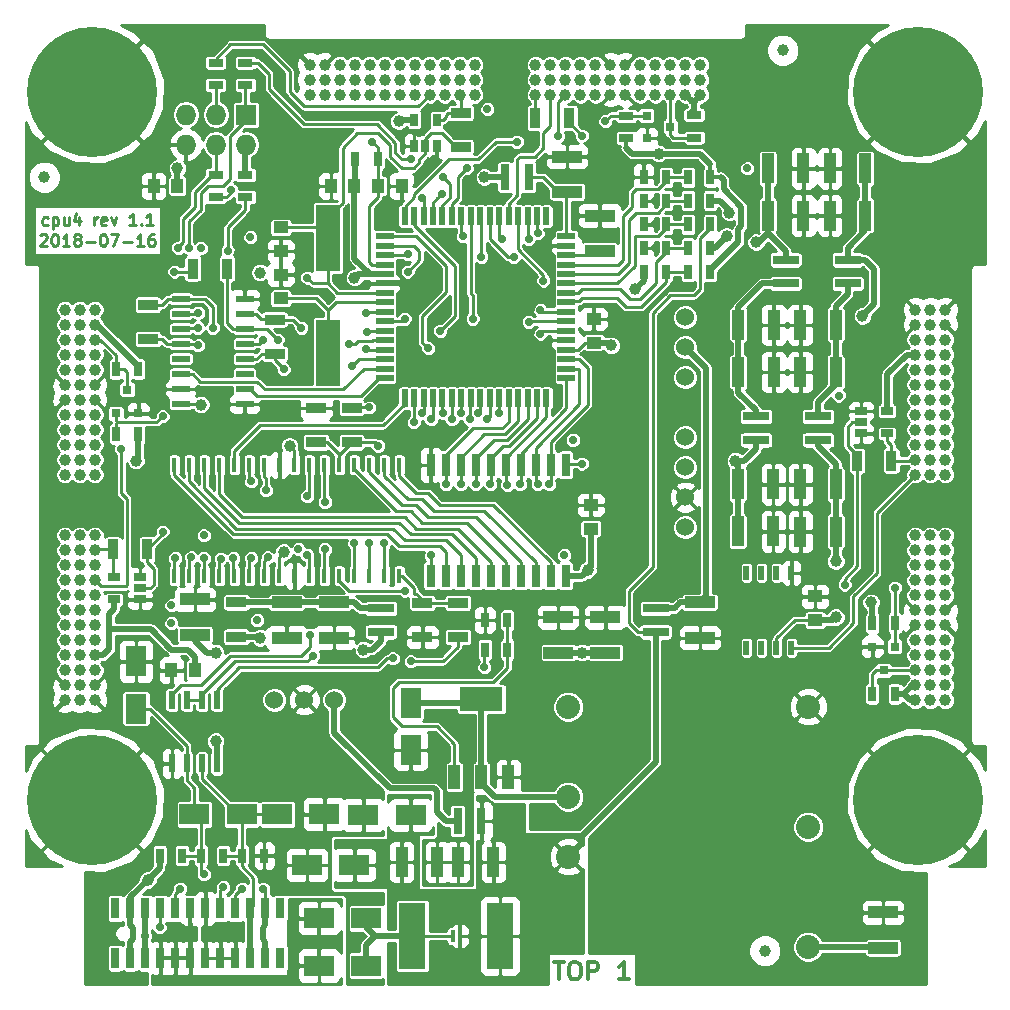
<source format=gtl>
G04 #@! TF.FileFunction,Copper,L1,Top,Signal*
%FSLAX46Y46*%
G04 Gerber Fmt 4.6, Leading zero omitted, Abs format (unit mm)*
G04 Created by KiCad (PCBNEW 4.0.7+dfsg1-1~bpo9+1) date Fri Aug 10 12:23:33 2018*
%MOMM*%
%LPD*%
G01*
G04 APERTURE LIST*
%ADD10C,0.100000*%
%ADD11C,0.250000*%
%ADD12C,0.300000*%
%ADD13R,1.300000X0.700000*%
%ADD14R,0.457200X1.270000*%
%ADD15R,2.100580X5.600700*%
%ADD16R,0.700000X1.300000*%
%ADD17R,1.250000X1.000000*%
%ADD18R,1.000000X1.250000*%
%ADD19R,0.508000X1.143000*%
%ADD20R,1.727200X1.727200*%
%ADD21O,1.727200X1.727200*%
%ADD22R,1.000000X2.500000*%
%ADD23R,2.500000X1.000000*%
%ADD24R,0.400000X1.000000*%
%ADD25R,3.657600X2.032000*%
%ADD26R,1.016000X2.032000*%
%ADD27R,1.060000X0.650000*%
%ADD28R,0.650000X1.060000*%
%ADD29R,0.600000X1.550000*%
%ADD30C,11.000000*%
%ADD31R,0.800100X0.800100*%
%ADD32R,1.500000X0.600000*%
%ADD33R,2.499360X1.800860*%
%ADD34R,1.800860X2.499360*%
%ADD35R,2.300000X5.600000*%
%ADD36C,1.000000*%
%ADD37R,0.760000X1.800000*%
%ADD38C,2.032000*%
%ADD39R,1.700000X0.900000*%
%ADD40R,0.900000X1.700000*%
%ADD41R,0.550000X1.500000*%
%ADD42R,1.500000X0.550000*%
%ADD43R,0.762000X1.950000*%
%ADD44C,1.524000*%
%ADD45R,0.800000X2.200000*%
%ADD46R,2.200000X0.800000*%
%ADD47C,0.700000*%
%ADD48C,0.500000*%
%ADD49C,0.254000*%
G04 APERTURE END LIST*
D10*
D11*
X61285714Y-76279762D02*
X61190476Y-76327381D01*
X60999999Y-76327381D01*
X60904761Y-76279762D01*
X60857142Y-76232143D01*
X60809523Y-76136905D01*
X60809523Y-75851190D01*
X60857142Y-75755952D01*
X60904761Y-75708333D01*
X60999999Y-75660714D01*
X61190476Y-75660714D01*
X61285714Y-75708333D01*
X61714285Y-75660714D02*
X61714285Y-76660714D01*
X61714285Y-75708333D02*
X61809523Y-75660714D01*
X62000000Y-75660714D01*
X62095238Y-75708333D01*
X62142857Y-75755952D01*
X62190476Y-75851190D01*
X62190476Y-76136905D01*
X62142857Y-76232143D01*
X62095238Y-76279762D01*
X62000000Y-76327381D01*
X61809523Y-76327381D01*
X61714285Y-76279762D01*
X63047619Y-75660714D02*
X63047619Y-76327381D01*
X62619047Y-75660714D02*
X62619047Y-76184524D01*
X62666666Y-76279762D01*
X62761904Y-76327381D01*
X62904762Y-76327381D01*
X63000000Y-76279762D01*
X63047619Y-76232143D01*
X63952381Y-75660714D02*
X63952381Y-76327381D01*
X63714285Y-75279762D02*
X63476190Y-75994048D01*
X64095238Y-75994048D01*
X65238095Y-76327381D02*
X65238095Y-75660714D01*
X65238095Y-75851190D02*
X65285714Y-75755952D01*
X65333333Y-75708333D01*
X65428571Y-75660714D01*
X65523810Y-75660714D01*
X66238096Y-76279762D02*
X66142858Y-76327381D01*
X65952381Y-76327381D01*
X65857143Y-76279762D01*
X65809524Y-76184524D01*
X65809524Y-75803571D01*
X65857143Y-75708333D01*
X65952381Y-75660714D01*
X66142858Y-75660714D01*
X66238096Y-75708333D01*
X66285715Y-75803571D01*
X66285715Y-75898810D01*
X65809524Y-75994048D01*
X66619048Y-75660714D02*
X66857143Y-76327381D01*
X67095239Y-75660714D01*
X68761906Y-76327381D02*
X68190477Y-76327381D01*
X68476191Y-76327381D02*
X68476191Y-75327381D01*
X68380953Y-75470238D01*
X68285715Y-75565476D01*
X68190477Y-75613095D01*
X69190477Y-76232143D02*
X69238096Y-76279762D01*
X69190477Y-76327381D01*
X69142858Y-76279762D01*
X69190477Y-76232143D01*
X69190477Y-76327381D01*
X70190477Y-76327381D02*
X69619048Y-76327381D01*
X69904762Y-76327381D02*
X69904762Y-75327381D01*
X69809524Y-75470238D01*
X69714286Y-75565476D01*
X69619048Y-75613095D01*
X60642857Y-77172619D02*
X60690476Y-77125000D01*
X60785714Y-77077381D01*
X61023810Y-77077381D01*
X61119048Y-77125000D01*
X61166667Y-77172619D01*
X61214286Y-77267857D01*
X61214286Y-77363095D01*
X61166667Y-77505952D01*
X60595238Y-78077381D01*
X61214286Y-78077381D01*
X61833333Y-77077381D02*
X61928572Y-77077381D01*
X62023810Y-77125000D01*
X62071429Y-77172619D01*
X62119048Y-77267857D01*
X62166667Y-77458333D01*
X62166667Y-77696429D01*
X62119048Y-77886905D01*
X62071429Y-77982143D01*
X62023810Y-78029762D01*
X61928572Y-78077381D01*
X61833333Y-78077381D01*
X61738095Y-78029762D01*
X61690476Y-77982143D01*
X61642857Y-77886905D01*
X61595238Y-77696429D01*
X61595238Y-77458333D01*
X61642857Y-77267857D01*
X61690476Y-77172619D01*
X61738095Y-77125000D01*
X61833333Y-77077381D01*
X63119048Y-78077381D02*
X62547619Y-78077381D01*
X62833333Y-78077381D02*
X62833333Y-77077381D01*
X62738095Y-77220238D01*
X62642857Y-77315476D01*
X62547619Y-77363095D01*
X63690476Y-77505952D02*
X63595238Y-77458333D01*
X63547619Y-77410714D01*
X63500000Y-77315476D01*
X63500000Y-77267857D01*
X63547619Y-77172619D01*
X63595238Y-77125000D01*
X63690476Y-77077381D01*
X63880953Y-77077381D01*
X63976191Y-77125000D01*
X64023810Y-77172619D01*
X64071429Y-77267857D01*
X64071429Y-77315476D01*
X64023810Y-77410714D01*
X63976191Y-77458333D01*
X63880953Y-77505952D01*
X63690476Y-77505952D01*
X63595238Y-77553571D01*
X63547619Y-77601190D01*
X63500000Y-77696429D01*
X63500000Y-77886905D01*
X63547619Y-77982143D01*
X63595238Y-78029762D01*
X63690476Y-78077381D01*
X63880953Y-78077381D01*
X63976191Y-78029762D01*
X64023810Y-77982143D01*
X64071429Y-77886905D01*
X64071429Y-77696429D01*
X64023810Y-77601190D01*
X63976191Y-77553571D01*
X63880953Y-77505952D01*
X64500000Y-77696429D02*
X65261905Y-77696429D01*
X65928571Y-77077381D02*
X66023810Y-77077381D01*
X66119048Y-77125000D01*
X66166667Y-77172619D01*
X66214286Y-77267857D01*
X66261905Y-77458333D01*
X66261905Y-77696429D01*
X66214286Y-77886905D01*
X66166667Y-77982143D01*
X66119048Y-78029762D01*
X66023810Y-78077381D01*
X65928571Y-78077381D01*
X65833333Y-78029762D01*
X65785714Y-77982143D01*
X65738095Y-77886905D01*
X65690476Y-77696429D01*
X65690476Y-77458333D01*
X65738095Y-77267857D01*
X65785714Y-77172619D01*
X65833333Y-77125000D01*
X65928571Y-77077381D01*
X66595238Y-77077381D02*
X67261905Y-77077381D01*
X66833333Y-78077381D01*
X67642857Y-77696429D02*
X68404762Y-77696429D01*
X69404762Y-78077381D02*
X68833333Y-78077381D01*
X69119047Y-78077381D02*
X69119047Y-77077381D01*
X69023809Y-77220238D01*
X68928571Y-77315476D01*
X68833333Y-77363095D01*
X70261905Y-77077381D02*
X70071428Y-77077381D01*
X69976190Y-77125000D01*
X69928571Y-77172619D01*
X69833333Y-77315476D01*
X69785714Y-77505952D01*
X69785714Y-77886905D01*
X69833333Y-77982143D01*
X69880952Y-78029762D01*
X69976190Y-78077381D01*
X70166667Y-78077381D01*
X70261905Y-78029762D01*
X70309524Y-77982143D01*
X70357143Y-77886905D01*
X70357143Y-77648810D01*
X70309524Y-77553571D01*
X70261905Y-77505952D01*
X70166667Y-77458333D01*
X69976190Y-77458333D01*
X69880952Y-77505952D01*
X69833333Y-77553571D01*
X69785714Y-77648810D01*
D12*
X104107143Y-138678571D02*
X104964286Y-138678571D01*
X104535715Y-140178571D02*
X104535715Y-138678571D01*
X105750000Y-138678571D02*
X106035714Y-138678571D01*
X106178572Y-138750000D01*
X106321429Y-138892857D01*
X106392857Y-139178571D01*
X106392857Y-139678571D01*
X106321429Y-139964286D01*
X106178572Y-140107143D01*
X106035714Y-140178571D01*
X105750000Y-140178571D01*
X105607143Y-140107143D01*
X105464286Y-139964286D01*
X105392857Y-139678571D01*
X105392857Y-139178571D01*
X105464286Y-138892857D01*
X105607143Y-138750000D01*
X105750000Y-138678571D01*
X107035715Y-140178571D02*
X107035715Y-138678571D01*
X107607143Y-138678571D01*
X107750001Y-138750000D01*
X107821429Y-138821429D01*
X107892858Y-138964286D01*
X107892858Y-139178571D01*
X107821429Y-139321429D01*
X107750001Y-139392857D01*
X107607143Y-139464286D01*
X107035715Y-139464286D01*
X110464286Y-140178571D02*
X109607143Y-140178571D01*
X110035715Y-140178571D02*
X110035715Y-138678571D01*
X109892858Y-138892857D01*
X109750000Y-139035714D01*
X109607143Y-139107143D01*
D13*
X78000000Y-62550000D03*
X78000000Y-64450000D03*
D14*
X75800000Y-106000000D03*
X77070000Y-106000000D03*
X78340000Y-106000000D03*
X79610000Y-106000000D03*
X80880000Y-106000000D03*
X85960000Y-106000000D03*
X87230000Y-106000000D03*
X88500000Y-106000000D03*
X89770000Y-106000000D03*
X91040000Y-106000000D03*
X91040000Y-96602000D03*
X89770000Y-96602000D03*
X88500000Y-96602000D03*
X87230000Y-96602000D03*
X85960000Y-96602000D03*
X80880000Y-96602000D03*
X79610000Y-96602000D03*
X78340000Y-96602000D03*
X77070000Y-96602000D03*
X75800000Y-96602000D03*
X74530000Y-96602000D03*
X73260000Y-96602000D03*
X71990000Y-96602000D03*
X84690000Y-96602000D03*
X83420000Y-96602000D03*
X82150000Y-96602000D03*
X84690000Y-106000000D03*
X83420000Y-106000000D03*
X82150000Y-106000000D03*
X74530000Y-106000000D03*
X73260000Y-106000000D03*
X71990000Y-106000000D03*
D15*
X85000000Y-77401140D03*
X85000000Y-87098860D03*
D16*
X89200000Y-70750000D03*
X87300000Y-70750000D03*
D17*
X107500000Y-86250000D03*
X107500000Y-84250000D03*
D18*
X87250000Y-73000000D03*
X85250000Y-73000000D03*
D17*
X107250000Y-102000000D03*
X107250000Y-100000000D03*
D18*
X89250000Y-73000000D03*
X91250000Y-73000000D03*
D17*
X81000000Y-78500000D03*
X81000000Y-76500000D03*
X81000000Y-80500000D03*
X81000000Y-82500000D03*
D18*
X72250000Y-73000000D03*
X70250000Y-73000000D03*
D19*
X120440000Y-105750000D03*
X121710000Y-105750000D03*
X122980000Y-105750000D03*
X124250000Y-105750000D03*
X124250000Y-112100000D03*
X122980000Y-112100000D03*
X121710000Y-112100000D03*
X120440000Y-112100000D03*
D20*
X78040000Y-66960000D03*
D21*
X78040000Y-69500000D03*
X75500000Y-66960000D03*
X75500000Y-69500000D03*
X72960000Y-66960000D03*
X72960000Y-69500000D03*
D22*
X128000000Y-102250000D03*
X125000000Y-102250000D03*
X128000000Y-98250000D03*
X125000000Y-98250000D03*
D23*
X81500000Y-108250000D03*
X81500000Y-111250000D03*
D22*
X128000000Y-84750000D03*
X125000000Y-84750000D03*
D23*
X85500000Y-108250000D03*
X85500000Y-111250000D03*
D22*
X128000000Y-88750000D03*
X125000000Y-88750000D03*
X130500000Y-71500000D03*
X127500000Y-71500000D03*
X130500000Y-75500000D03*
X127500000Y-75500000D03*
X122697226Y-98250000D03*
X119697226Y-98250000D03*
X122697226Y-102239318D03*
X119697226Y-102239318D03*
X122750000Y-84750000D03*
X119750000Y-84750000D03*
X122750000Y-88750000D03*
X119750000Y-88750000D03*
X125250000Y-71500000D03*
X122250000Y-71500000D03*
X125250000Y-75500000D03*
X122250000Y-75500000D03*
X99000000Y-130250000D03*
X96000000Y-130250000D03*
X91250000Y-130250000D03*
X94250000Y-130250000D03*
D23*
X132000000Y-137500000D03*
X132000000Y-134500000D03*
X104500000Y-112500000D03*
X104500000Y-109500000D03*
X108500000Y-112500000D03*
X108500000Y-109500000D03*
D17*
X126250000Y-109750000D03*
X126250000Y-107750000D03*
D18*
X73750000Y-114000000D03*
X71750000Y-114000000D03*
D24*
X95561752Y-136495248D03*
X96161752Y-136495248D03*
D25*
X98000000Y-116448000D03*
D26*
X98000000Y-123052000D03*
X100286000Y-123052000D03*
X95714000Y-123052000D03*
D16*
X100200000Y-112250000D03*
X98300000Y-112250000D03*
X98300000Y-109750000D03*
X100200000Y-109750000D03*
D27*
X69100000Y-108000000D03*
X69100000Y-107050000D03*
X69100000Y-106100000D03*
X66900000Y-106100000D03*
X66900000Y-108000000D03*
D28*
X92300000Y-69600000D03*
X93250000Y-69600000D03*
X94200000Y-69600000D03*
X94200000Y-67400000D03*
X92300000Y-67400000D03*
D27*
X130150000Y-92050000D03*
X130150000Y-93000000D03*
X130150000Y-93950000D03*
X132350000Y-93950000D03*
X132350000Y-92050000D03*
D29*
X75607876Y-116490452D03*
X74337876Y-116490452D03*
X73067876Y-116490452D03*
X71797876Y-116490452D03*
X71797876Y-121890452D03*
X73067876Y-121890452D03*
X74337876Y-121890452D03*
X75607876Y-121890452D03*
D30*
X65000000Y-125000000D03*
X65000000Y-65000000D03*
X135000000Y-65000000D03*
X135000000Y-125000000D03*
D16*
X76152876Y-129690452D03*
X74252876Y-129690452D03*
D13*
X75500000Y-62550000D03*
X75500000Y-64450000D03*
X75500000Y-73950000D03*
X75500000Y-72050000D03*
D16*
X79602876Y-129690452D03*
X77702876Y-129690452D03*
X72652876Y-129690452D03*
X70752876Y-129690452D03*
D31*
X67050000Y-92250760D03*
X68950000Y-92250760D03*
X68000000Y-90251780D03*
X111999240Y-67050000D03*
X111999240Y-68950000D03*
X113998220Y-68000000D03*
X133000000Y-112000000D03*
X131100000Y-112000000D03*
X132050000Y-113998980D03*
D16*
X117383272Y-72250000D03*
X115483272Y-72250000D03*
X117383272Y-74250000D03*
X115483272Y-74250000D03*
X117383272Y-78250000D03*
X115483272Y-78250000D03*
X117383272Y-80250000D03*
X115483272Y-80250000D03*
X113633272Y-72250000D03*
X111733272Y-72250000D03*
X113633272Y-74250000D03*
X111733272Y-74250000D03*
X113633272Y-78250000D03*
X111733272Y-78250000D03*
X113633272Y-80250000D03*
X111733272Y-80250000D03*
X68950000Y-88500000D03*
X67050000Y-88500000D03*
D13*
X116000000Y-67000000D03*
X116000000Y-68900000D03*
D16*
X133000000Y-116000000D03*
X131100000Y-116000000D03*
X68950000Y-94000000D03*
X67050000Y-94000000D03*
D13*
X110250000Y-68950000D03*
X110250000Y-67050000D03*
D16*
X131100000Y-110000000D03*
X133000000Y-110000000D03*
D13*
X78000000Y-72050000D03*
X78000000Y-73950000D03*
D16*
X117383272Y-76250000D03*
X115483272Y-76250000D03*
X113633272Y-76250000D03*
X111733272Y-76250000D03*
D32*
X77950000Y-91445000D03*
X77950000Y-90175000D03*
X77950000Y-88905000D03*
X77950000Y-87635000D03*
X77950000Y-86365000D03*
X77950000Y-85095000D03*
X77950000Y-83825000D03*
X77950000Y-82555000D03*
X72550000Y-82555000D03*
X72550000Y-83825000D03*
X72550000Y-85095000D03*
X72550000Y-86365000D03*
X72550000Y-87635000D03*
X72550000Y-88905000D03*
X72550000Y-90175000D03*
X72550000Y-91445000D03*
D33*
X91998980Y-126250000D03*
X88001020Y-126250000D03*
X80703896Y-126190452D03*
X84701856Y-126190452D03*
X73703896Y-126190452D03*
X77701856Y-126190452D03*
D34*
X68750000Y-117248980D03*
X68750000Y-113251020D03*
D35*
X99561752Y-136495248D03*
X92161752Y-136495248D03*
D33*
X87247960Y-130500000D03*
X83250000Y-130500000D03*
D23*
X73750000Y-111000000D03*
X73750000Y-108000000D03*
X116500000Y-108250000D03*
X116500000Y-111250000D03*
D34*
X92000000Y-116751020D03*
X92000000Y-120748980D03*
D36*
X64000000Y-116545000D03*
X62730000Y-116545000D03*
X64000000Y-115275000D03*
X62730000Y-115275000D03*
X64000000Y-114005000D03*
X62730000Y-114005000D03*
X64000000Y-112735000D03*
X62730000Y-112735000D03*
X64000000Y-111465000D03*
X62730000Y-111465000D03*
X64000000Y-110195000D03*
X62730000Y-110195000D03*
X64000000Y-108925000D03*
X62730000Y-108925000D03*
X64000000Y-107655000D03*
X62730000Y-107655000D03*
X64000000Y-106385000D03*
X62730000Y-106385000D03*
X64000000Y-105115000D03*
X62730000Y-105115000D03*
X64000000Y-103845000D03*
X62730000Y-103845000D03*
X64000000Y-102575000D03*
X62730000Y-102575000D03*
X65270000Y-116545000D03*
X65270000Y-115275000D03*
X65270000Y-114005000D03*
X65270000Y-112735000D03*
X65270000Y-111465000D03*
X65270000Y-110195000D03*
X65270000Y-108925000D03*
X65270000Y-107655000D03*
X65270000Y-106385000D03*
X65270000Y-105115000D03*
X65270000Y-102575000D03*
X65270000Y-103845000D03*
X83455000Y-64000000D03*
X83455000Y-62730000D03*
X84725000Y-64000000D03*
X84725000Y-62730000D03*
X85995000Y-64000000D03*
X85995000Y-62730000D03*
X87265000Y-64000000D03*
X87265000Y-62730000D03*
X88535000Y-64000000D03*
X88535000Y-62730000D03*
X89805000Y-64000000D03*
X89805000Y-62730000D03*
X91075000Y-64000000D03*
X91075000Y-62730000D03*
X92345000Y-64000000D03*
X92345000Y-62730000D03*
X93615000Y-64000000D03*
X93615000Y-62730000D03*
X94885000Y-64000000D03*
X94885000Y-62730000D03*
X96155000Y-64000000D03*
X96155000Y-62730000D03*
X97425000Y-64000000D03*
X97425000Y-62730000D03*
X83455000Y-65270000D03*
X84725000Y-65270000D03*
X85995000Y-65270000D03*
X87265000Y-65270000D03*
X88535000Y-65270000D03*
X89805000Y-65270000D03*
X91075000Y-65270000D03*
X92345000Y-65270000D03*
X93615000Y-65270000D03*
X94885000Y-65270000D03*
X97425000Y-65270000D03*
X96155000Y-65270000D03*
X136000000Y-83455000D03*
X137270000Y-83455000D03*
X136000000Y-84725000D03*
X137270000Y-84725000D03*
X136000000Y-85995000D03*
X137270000Y-85995000D03*
X136000000Y-87265000D03*
X137270000Y-87265000D03*
X136000000Y-88535000D03*
X137270000Y-88535000D03*
X136000000Y-89805000D03*
X137270000Y-89805000D03*
X136000000Y-91075000D03*
X137270000Y-91075000D03*
X136000000Y-92345000D03*
X137270000Y-92345000D03*
X136000000Y-93615000D03*
X137270000Y-93615000D03*
X136000000Y-94885000D03*
X137270000Y-94885000D03*
X136000000Y-96155000D03*
X137270000Y-96155000D03*
X136000000Y-97425000D03*
X137270000Y-97425000D03*
X134730000Y-83455000D03*
X134730000Y-84725000D03*
X134730000Y-85995000D03*
X134730000Y-87265000D03*
X134730000Y-88535000D03*
X134730000Y-89805000D03*
X134730000Y-91075000D03*
X134730000Y-92345000D03*
X134730000Y-93615000D03*
X134730000Y-94885000D03*
X134730000Y-97425000D03*
X134730000Y-96155000D03*
X64000000Y-97425000D03*
X62730000Y-97425000D03*
X64000000Y-96155000D03*
X62730000Y-96155000D03*
X64000000Y-94885000D03*
X62730000Y-94885000D03*
X64000000Y-93615000D03*
X62730000Y-93615000D03*
X64000000Y-92345000D03*
X62730000Y-92345000D03*
X64000000Y-91075000D03*
X62730000Y-91075000D03*
X64000000Y-89805000D03*
X62730000Y-89805000D03*
X64000000Y-88535000D03*
X62730000Y-88535000D03*
X64000000Y-87265000D03*
X62730000Y-87265000D03*
X64000000Y-85995000D03*
X62730000Y-85995000D03*
X64000000Y-84725000D03*
X62730000Y-84725000D03*
X64000000Y-83455000D03*
X62730000Y-83455000D03*
X65270000Y-97425000D03*
X65270000Y-96155000D03*
X65270000Y-94885000D03*
X65270000Y-93615000D03*
X65270000Y-92345000D03*
X65270000Y-91075000D03*
X65270000Y-89805000D03*
X65270000Y-88535000D03*
X65270000Y-87265000D03*
X65270000Y-85995000D03*
X65270000Y-83455000D03*
X65270000Y-84725000D03*
X102575000Y-64000000D03*
X102575000Y-62730000D03*
X103845000Y-64000000D03*
X103845000Y-62730000D03*
X105115000Y-64000000D03*
X105115000Y-62730000D03*
X106385000Y-64000000D03*
X106385000Y-62730000D03*
X107655000Y-64000000D03*
X107655000Y-62730000D03*
X108925000Y-64000000D03*
X108925000Y-62730000D03*
X110195000Y-64000000D03*
X110195000Y-62730000D03*
X111465000Y-64000000D03*
X111465000Y-62730000D03*
X112735000Y-64000000D03*
X112735000Y-62730000D03*
X114005000Y-64000000D03*
X114005000Y-62730000D03*
X115275000Y-64000000D03*
X115275000Y-62730000D03*
X116545000Y-64000000D03*
X116545000Y-62730000D03*
X102575000Y-65270000D03*
X103845000Y-65270000D03*
X105115000Y-65270000D03*
X106385000Y-65270000D03*
X107655000Y-65270000D03*
X108925000Y-65270000D03*
X110195000Y-65270000D03*
X111465000Y-65270000D03*
X112735000Y-65270000D03*
X114005000Y-65270000D03*
X116545000Y-65270000D03*
X115275000Y-65270000D03*
X136000000Y-102575000D03*
X137270000Y-102575000D03*
X136000000Y-103845000D03*
X137270000Y-103845000D03*
X136000000Y-105115000D03*
X137270000Y-105115000D03*
X136000000Y-106385000D03*
X137270000Y-106385000D03*
X136000000Y-107655000D03*
X137270000Y-107655000D03*
X136000000Y-108925000D03*
X137270000Y-108925000D03*
X136000000Y-110195000D03*
X137270000Y-110195000D03*
X136000000Y-111465000D03*
X137270000Y-111465000D03*
X136000000Y-112735000D03*
X137270000Y-112735000D03*
X136000000Y-114005000D03*
X137270000Y-114005000D03*
X136000000Y-115275000D03*
X137270000Y-115275000D03*
X136000000Y-116545000D03*
X137270000Y-116545000D03*
X134730000Y-102575000D03*
X134730000Y-103845000D03*
X134730000Y-105115000D03*
X134730000Y-106385000D03*
X134730000Y-107655000D03*
X134730000Y-108925000D03*
X134730000Y-110195000D03*
X134730000Y-111465000D03*
X134730000Y-112735000D03*
X134730000Y-114005000D03*
X134730000Y-116545000D03*
X134730000Y-115275000D03*
D37*
X67000000Y-138365000D03*
X67000000Y-134165000D03*
X68270000Y-138365000D03*
X68270000Y-134165000D03*
X69540000Y-138365000D03*
X69540000Y-134165000D03*
X70810000Y-138365000D03*
X70810000Y-134165000D03*
X72080000Y-138365000D03*
X72080000Y-134165000D03*
X73350000Y-138365000D03*
X73350000Y-134165000D03*
X74620000Y-138365000D03*
X74620000Y-134165000D03*
X75890000Y-138365000D03*
X75890000Y-134165000D03*
X77160000Y-138365000D03*
X77160000Y-134165000D03*
X78430000Y-138365000D03*
X78430000Y-134165000D03*
X79700000Y-138365000D03*
X79700000Y-134165000D03*
X80970000Y-138365000D03*
X80970000Y-134165000D03*
D33*
X88248980Y-139000000D03*
X84251020Y-139000000D03*
X88248980Y-135000000D03*
X84251020Y-135000000D03*
D38*
X125660000Y-117090000D03*
X125660000Y-127250000D03*
X125660000Y-137410000D03*
X105340000Y-117090000D03*
X105340000Y-124710000D03*
X105340000Y-129790000D03*
D39*
X93000000Y-111200000D03*
X93000000Y-108300000D03*
X77250000Y-108250000D03*
X77250000Y-111150000D03*
X87000000Y-94700000D03*
X87000000Y-91800000D03*
X96000000Y-108300000D03*
X96000000Y-111200000D03*
D40*
X105450000Y-67250000D03*
X102550000Y-67250000D03*
X76450000Y-80000000D03*
X73550000Y-80000000D03*
D39*
X80500000Y-87200000D03*
X80500000Y-84300000D03*
X69750000Y-85950000D03*
X69750000Y-83050000D03*
D40*
X66800000Y-103750000D03*
X69700000Y-103750000D03*
D39*
X96250000Y-66800000D03*
X96250000Y-69700000D03*
D40*
X132700000Y-96250000D03*
X129800000Y-96250000D03*
D39*
X84000000Y-91800000D03*
X84000000Y-94700000D03*
D41*
X103500000Y-75550000D03*
X102700000Y-75550000D03*
X101900000Y-75550000D03*
X101100000Y-75550000D03*
X100300000Y-75550000D03*
X99500000Y-75550000D03*
X98700000Y-75550000D03*
X97900000Y-75550000D03*
X97100000Y-75550000D03*
X96300000Y-75550000D03*
X95500000Y-75550000D03*
X94700000Y-75550000D03*
X93900000Y-75550000D03*
X93100000Y-75550000D03*
X92300000Y-75550000D03*
X91500000Y-75550000D03*
D42*
X89800000Y-77250000D03*
X89800000Y-78050000D03*
X89800000Y-78850000D03*
X89800000Y-79650000D03*
X89800000Y-80450000D03*
X89800000Y-81250000D03*
X89800000Y-82050000D03*
X89800000Y-82850000D03*
X89800000Y-83650000D03*
X89800000Y-84450000D03*
X89800000Y-85250000D03*
X89800000Y-86050000D03*
X89800000Y-86850000D03*
X89800000Y-87650000D03*
X89800000Y-88450000D03*
X89800000Y-89250000D03*
D41*
X91500000Y-90950000D03*
X92300000Y-90950000D03*
X93100000Y-90950000D03*
X93900000Y-90950000D03*
X94700000Y-90950000D03*
X95500000Y-90950000D03*
X96300000Y-90950000D03*
X97100000Y-90950000D03*
X97900000Y-90950000D03*
X98700000Y-90950000D03*
X99500000Y-90950000D03*
X100300000Y-90950000D03*
X101100000Y-90950000D03*
X101900000Y-90950000D03*
X102700000Y-90950000D03*
X103500000Y-90950000D03*
D42*
X105200000Y-89250000D03*
X105200000Y-88450000D03*
X105200000Y-87650000D03*
X105200000Y-86850000D03*
X105200000Y-86050000D03*
X105200000Y-85250000D03*
X105200000Y-84450000D03*
X105200000Y-83650000D03*
X105200000Y-82850000D03*
X105200000Y-82050000D03*
X105200000Y-81250000D03*
X105200000Y-80450000D03*
X105200000Y-79650000D03*
X105200000Y-78850000D03*
X105200000Y-78050000D03*
X105200000Y-77250000D03*
D23*
X105250000Y-73500000D03*
X105250000Y-70500000D03*
X108000000Y-78500000D03*
X108000000Y-75500000D03*
D43*
X105140000Y-96600000D03*
X103870000Y-96600000D03*
X102600000Y-96600000D03*
X101330000Y-96600000D03*
X100060000Y-96600000D03*
X98790000Y-96600000D03*
X97520000Y-96600000D03*
X96250000Y-96600000D03*
X94980000Y-96600000D03*
X93710000Y-96600000D03*
X93710000Y-106000000D03*
X94980000Y-106000000D03*
X96250000Y-106000000D03*
X97520000Y-106000000D03*
X98790000Y-106000000D03*
X100060000Y-106000000D03*
X101330000Y-106000000D03*
X102600000Y-106000000D03*
X103870000Y-106000000D03*
X105140000Y-106000000D03*
D44*
X85540000Y-116500000D03*
X83000000Y-116500000D03*
X80460000Y-116500000D03*
D45*
X100000000Y-72250000D03*
X102000000Y-72250000D03*
D46*
X89500000Y-108750000D03*
X89500000Y-110750000D03*
D45*
X96000000Y-126750000D03*
X98000000Y-126750000D03*
D46*
X126500000Y-94500000D03*
X126500000Y-92500000D03*
X129000000Y-81250000D03*
X129000000Y-79250000D03*
X112750000Y-110750000D03*
X112750000Y-108750000D03*
X121250000Y-92500000D03*
X121250000Y-94500000D03*
X123750000Y-79250000D03*
X123750000Y-81250000D03*
D44*
X115250000Y-84110000D03*
X115250000Y-86650000D03*
X115250000Y-89190000D03*
X115250000Y-94270000D03*
X115250000Y-96810000D03*
X115250000Y-99350000D03*
X115250000Y-101890000D03*
D36*
X61000000Y-72250000D03*
X123500000Y-61500000D03*
X122000000Y-137750000D03*
X82250000Y-75250000D03*
X93750000Y-80750000D03*
D47*
X112733270Y-74250000D03*
X112733270Y-76250000D03*
X112733270Y-78250000D03*
X90500000Y-74750000D03*
X92750000Y-68500000D03*
X94000000Y-70750000D03*
D36*
X88000000Y-112250000D03*
X98250000Y-72250000D03*
X113000000Y-70250000D03*
X128000000Y-109500000D03*
X81750000Y-95000000D03*
X107000000Y-105500000D03*
X75500000Y-120000000D03*
X79238521Y-80325010D03*
X91000000Y-67500000D03*
X109000000Y-86500000D03*
X87250000Y-80750000D03*
X72250000Y-71500000D03*
X68750000Y-96250000D03*
X74250000Y-91500000D03*
X81250000Y-104000000D03*
X131000000Y-108250000D03*
X106500000Y-112500000D03*
X69750000Y-131750000D03*
D47*
X79750000Y-98750000D03*
X101250000Y-98250000D03*
X91500010Y-107250000D03*
X92250000Y-93000000D03*
X72060354Y-104512795D03*
X93000000Y-92250000D03*
X73425010Y-104442216D03*
X93750000Y-92750000D03*
X74500000Y-104500000D03*
X94750000Y-92250000D03*
X75925010Y-104557784D03*
X95500000Y-92750000D03*
X77000000Y-104500000D03*
X96250000Y-92250000D03*
X87250000Y-103250000D03*
X97000000Y-92750000D03*
X88500000Y-103250000D03*
X97750000Y-92250000D03*
X89750000Y-103250000D03*
X98500000Y-92750000D03*
X93750000Y-104250000D03*
X99500000Y-92250000D03*
X84749994Y-103750000D03*
X95000000Y-98250000D03*
X83250000Y-104250000D03*
X96250000Y-98250000D03*
X79925010Y-104442216D03*
X97500000Y-98250000D03*
X78500000Y-104500000D03*
X98750000Y-98250000D03*
X100200010Y-98320141D03*
X78500000Y-98000000D03*
X83250000Y-99250000D03*
X102750000Y-98250000D03*
X84750000Y-99750000D03*
X103750000Y-98250000D03*
X74000000Y-83750000D03*
X88250000Y-83750000D03*
X104500000Y-68750000D03*
X74000000Y-85000000D03*
X91500000Y-84250000D03*
D36*
X119000000Y-75250000D03*
D47*
X71000000Y-92500000D03*
X94500000Y-85250000D03*
D36*
X121250000Y-77750000D03*
X118750000Y-77250000D03*
X111000000Y-81750000D03*
X130250000Y-84000000D03*
D47*
X103250000Y-81000000D03*
X105750000Y-94500000D03*
X76500000Y-78499998D03*
X91750000Y-78750000D03*
X69500000Y-136500000D03*
X105000000Y-104250000D03*
X103000000Y-83500000D03*
X120500000Y-71500000D03*
X96750000Y-71500000D03*
X67500000Y-95250000D03*
X71750000Y-108500000D03*
X94628242Y-73673632D03*
X74250000Y-78250000D03*
X94750000Y-72250000D03*
X71750000Y-110000000D03*
X78442216Y-77324990D03*
X80750000Y-86000000D03*
X79000000Y-109750000D03*
X108500000Y-67500000D03*
X101000000Y-69250000D03*
X98500000Y-66500000D03*
X102000000Y-84500000D03*
X98000000Y-79000000D03*
X79500000Y-86000000D03*
X133000000Y-107000000D03*
X93500000Y-86750000D03*
X74500000Y-102574990D03*
X74000000Y-86500000D03*
X99750000Y-77500000D03*
X103000000Y-85500000D03*
X128250000Y-90750000D03*
X81250000Y-88500000D03*
D36*
X128000000Y-104750000D03*
X119500000Y-96250000D03*
D47*
X96424990Y-77263714D03*
X98250000Y-113750000D03*
X88315964Y-85382135D03*
X90500000Y-113000000D03*
X83500000Y-111000000D03*
X86824990Y-86363268D03*
X88250000Y-86775022D03*
X75250000Y-85000000D03*
X128750000Y-106750000D03*
X71000000Y-102250000D03*
X82500000Y-103750000D03*
X83250000Y-80750000D03*
X83750000Y-112750000D03*
X87000000Y-88250000D03*
X82750000Y-85000000D03*
X97250000Y-84250000D03*
X93000000Y-74000000D03*
X74494986Y-131250000D03*
X79500000Y-132500014D03*
X77750000Y-132500006D03*
X88750000Y-69250000D03*
X76788704Y-73300908D03*
X102750000Y-77000000D03*
X92000004Y-70750000D03*
X102000000Y-77500000D03*
X72500000Y-132500000D03*
X73250000Y-78250000D03*
X76150001Y-132350003D03*
X72322689Y-78222702D03*
X70750000Y-135750000D03*
D36*
X75500000Y-112500000D03*
D47*
X100750000Y-79000000D03*
X106500000Y-68750000D03*
X72000000Y-80250000D03*
X92000000Y-113250000D03*
X88500000Y-91750000D03*
X91750000Y-80250000D03*
X106500000Y-96500000D03*
X89250000Y-95000000D03*
D36*
X79250000Y-111250000D03*
D11*
X92750000Y-68500000D02*
X92300000Y-68500000D01*
X92300000Y-68500000D02*
X92300000Y-69600000D01*
D48*
X89800000Y-81250000D02*
X93250001Y-81249999D01*
X93250001Y-81249999D02*
X93750000Y-80750000D01*
D11*
X111733272Y-74250000D02*
X112733270Y-74250000D01*
X111733272Y-76250000D02*
X112733270Y-76250000D01*
X111733272Y-78250000D02*
X112733270Y-78250000D01*
X94200000Y-69600000D02*
X94200000Y-70550000D01*
X94200000Y-70550000D02*
X94000000Y-70750000D01*
D48*
X89500000Y-110750000D02*
X89500000Y-111500000D01*
X89500000Y-111500000D02*
X88750000Y-112250000D01*
X88750000Y-112250000D02*
X88000000Y-112250000D01*
X100000000Y-72250000D02*
X98250000Y-72250000D01*
X117383272Y-71133272D02*
X116500000Y-70250000D01*
X116500000Y-70250000D02*
X113000000Y-70250000D01*
X112292894Y-70250000D02*
X113000000Y-70250000D01*
X110750000Y-70250000D02*
X112292894Y-70250000D01*
X110250000Y-69750000D02*
X110750000Y-70250000D01*
D12*
X110250000Y-68950000D02*
X110250000Y-69750000D01*
D48*
X117383272Y-80250000D02*
X117383272Y-80116728D01*
X117383272Y-80116728D02*
X119750000Y-77750000D01*
X119750000Y-77750000D02*
X119750000Y-76656004D01*
X119750000Y-76656004D02*
X120000000Y-76406004D01*
X120000000Y-76406004D02*
X120000000Y-74750000D01*
X120000000Y-74750000D02*
X118500000Y-73250000D01*
X118500000Y-72500000D02*
X118250000Y-72250000D01*
X118500000Y-73250000D02*
X118500000Y-72500000D01*
D12*
X118250000Y-72250000D02*
X117383272Y-72250000D01*
X117383272Y-72250000D02*
X117383272Y-71133272D01*
D48*
X127750000Y-109750000D02*
X128000000Y-109500000D01*
X126250000Y-109750000D02*
X127750000Y-109750000D01*
D11*
X82150000Y-95400000D02*
X81750000Y-95000000D01*
X82150000Y-96602000D02*
X82150000Y-95400000D01*
D48*
X106500001Y-105999999D02*
X107000000Y-105500000D01*
X105140000Y-106000000D02*
X106500001Y-105999999D01*
X107250000Y-105250000D02*
X107000000Y-105500000D01*
X107250000Y-102000000D02*
X107250000Y-105250000D01*
X75607876Y-120107876D02*
X75500000Y-120000000D01*
X75607876Y-121890452D02*
X75607876Y-120107876D01*
X66500000Y-109225000D02*
X66500000Y-110500000D01*
X66500000Y-110500000D02*
X66500000Y-112212106D01*
X71750000Y-112250000D02*
X70000000Y-110500000D01*
X70000000Y-110500000D02*
X66500000Y-110500000D01*
X73125000Y-112250000D02*
X71750000Y-112250000D01*
X73750000Y-114000000D02*
X73750000Y-112875000D01*
X73750000Y-112875000D02*
X73125000Y-112250000D01*
X66500000Y-112212106D02*
X65977106Y-112735000D01*
X65977106Y-112735000D02*
X65270000Y-112735000D01*
X66900000Y-108000000D02*
X66900000Y-108825000D01*
X66900000Y-108825000D02*
X66500000Y-109225000D01*
X92300000Y-67400000D02*
X91100000Y-67400000D01*
X91100000Y-67400000D02*
X91000000Y-67500000D01*
X132350000Y-92050000D02*
X132350000Y-88937894D01*
X132350000Y-88937894D02*
X134022894Y-87265000D01*
X134022894Y-87265000D02*
X134730000Y-87265000D01*
D11*
X105200000Y-86850000D02*
X106150000Y-86850000D01*
X106150000Y-86850000D02*
X106750000Y-86250000D01*
X106750000Y-86250000D02*
X107500000Y-86250000D01*
D48*
X107500000Y-86250000D02*
X108750000Y-86250000D01*
X108750000Y-86250000D02*
X109000000Y-86500000D01*
X88550000Y-80450000D02*
X87550000Y-80450000D01*
X87550000Y-80450000D02*
X87250000Y-80750000D01*
X72250000Y-73000000D02*
X72250000Y-71500000D01*
X78000000Y-72050000D02*
X78000000Y-69540000D01*
X78000000Y-69540000D02*
X78040000Y-69500000D01*
X68950000Y-96050000D02*
X68750000Y-96250000D01*
X68950000Y-94000000D02*
X68950000Y-96050000D01*
D11*
X72550000Y-91445000D02*
X74195000Y-91445000D01*
X74195000Y-91445000D02*
X74250000Y-91500000D01*
X80880000Y-106000000D02*
X80880000Y-104370000D01*
X80880000Y-104370000D02*
X81250000Y-104000000D01*
D48*
X131100000Y-110000000D02*
X131100000Y-108350000D01*
X131100000Y-108350000D02*
X131000000Y-108250000D01*
D11*
X122980000Y-112100000D02*
X122980000Y-111278500D01*
X125375000Y-109750000D02*
X126250000Y-109750000D01*
X122980000Y-111278500D02*
X124508500Y-109750000D01*
X124508500Y-109750000D02*
X125375000Y-109750000D01*
D48*
X106500000Y-112500000D02*
X108500000Y-112500000D01*
X104500000Y-112500000D02*
X106500000Y-112500000D01*
X69750000Y-131750000D02*
X70752876Y-130747124D01*
X68270000Y-133230000D02*
X69750000Y-131750000D01*
X68270000Y-134165000D02*
X68270000Y-133230000D01*
X70752876Y-130747124D02*
X70752876Y-129690452D01*
X68270000Y-138365000D02*
X68270000Y-136965000D01*
X68270000Y-136965000D02*
X68485001Y-136749999D01*
X68270000Y-135565000D02*
X68270000Y-134165000D01*
X68485001Y-136749999D02*
X68485001Y-135780001D01*
X68485001Y-135780001D02*
X68270000Y-135565000D01*
X87300000Y-70750000D02*
X87300000Y-72950000D01*
X87300000Y-72950000D02*
X87250000Y-73000000D01*
X89800000Y-80450000D02*
X88550000Y-80450000D01*
X88550000Y-80450000D02*
X87250000Y-79150000D01*
X87250000Y-79150000D02*
X87250000Y-74125000D01*
X87250000Y-74125000D02*
X87250000Y-73000000D01*
D11*
X105200000Y-82850000D02*
X105300000Y-82750000D01*
X105300000Y-82750000D02*
X106250000Y-82750000D01*
X106250000Y-82750000D02*
X106500000Y-82500000D01*
X106500000Y-82500000D02*
X109500000Y-82500000D01*
X109500000Y-82500000D02*
X110250000Y-83250000D01*
X110250000Y-83250000D02*
X111533272Y-83250000D01*
X111533272Y-83250000D02*
X113633272Y-81150000D01*
X113633272Y-81150000D02*
X113633272Y-80250000D01*
X113633272Y-80250000D02*
X115483272Y-80250000D01*
X81000000Y-82500000D02*
X84000000Y-82500000D01*
X84000000Y-82500000D02*
X85000000Y-83500000D01*
X85000000Y-87098860D02*
X85000000Y-83500000D01*
X85000000Y-83500000D02*
X85650000Y-82850000D01*
X85650000Y-82850000D02*
X88750000Y-82850000D01*
X88750000Y-82850000D02*
X89800000Y-82850000D01*
X103250000Y-72250000D02*
X102000000Y-72250000D01*
X103250000Y-72250000D02*
X104500000Y-73500000D01*
X104500000Y-73500000D02*
X105250000Y-73500000D01*
X105200000Y-77250000D02*
X105200000Y-73550000D01*
X105200000Y-73550000D02*
X105250000Y-73500000D01*
X105200000Y-78850000D02*
X107650000Y-78850000D01*
X107650000Y-78850000D02*
X108000000Y-78500000D01*
X91500000Y-90950000D02*
X91500000Y-91425000D01*
X91500000Y-91425000D02*
X89675000Y-93250000D01*
X89675000Y-93250000D02*
X79250000Y-93250000D01*
X79250000Y-93250000D02*
X77070000Y-95430000D01*
X77070000Y-95430000D02*
X77070000Y-96602000D01*
X79750000Y-97750000D02*
X79610000Y-97610000D01*
X79610000Y-97610000D02*
X79610000Y-96602000D01*
X79750000Y-98750000D02*
X79750000Y-97750000D01*
X101330000Y-96600000D02*
X101330000Y-98170000D01*
X101330000Y-98170000D02*
X101250000Y-98250000D01*
X105200000Y-89250000D02*
X105200000Y-91800000D01*
X105200000Y-91800000D02*
X101330000Y-95670000D01*
X101330000Y-95670000D02*
X101330000Y-96600000D01*
X91005036Y-107250000D02*
X91500010Y-107250000D01*
X86803600Y-107250000D02*
X91005036Y-107250000D01*
X85960000Y-106000000D02*
X85960000Y-106406400D01*
X85960000Y-106406400D02*
X86803600Y-107250000D01*
X92300000Y-90950000D02*
X92300000Y-92950000D01*
X92300000Y-92950000D02*
X92250000Y-93000000D01*
X71990000Y-106000000D02*
X71990000Y-104583149D01*
X71990000Y-104583149D02*
X72060354Y-104512795D01*
X93100000Y-90950000D02*
X93100000Y-92150000D01*
X93100000Y-92150000D02*
X93000000Y-92250000D01*
X73260000Y-104607226D02*
X73425010Y-104442216D01*
X73260000Y-106000000D02*
X73260000Y-104607226D01*
X93900000Y-90950000D02*
X93900000Y-92600000D01*
X93900000Y-92600000D02*
X93750000Y-92750000D01*
X74500000Y-104500000D02*
X74500000Y-105970000D01*
X74500000Y-105970000D02*
X74530000Y-106000000D01*
X94700000Y-90950000D02*
X94700000Y-92200000D01*
X94700000Y-92200000D02*
X94750000Y-92250000D01*
X75800000Y-106000000D02*
X75800000Y-104682794D01*
X75800000Y-104682794D02*
X75925010Y-104557784D01*
X95500000Y-90950000D02*
X95500000Y-92750000D01*
X77000000Y-104500000D02*
X77000000Y-105930000D01*
X77000000Y-105930000D02*
X77070000Y-106000000D01*
X96300000Y-90950000D02*
X96300000Y-92200000D01*
X96300000Y-92200000D02*
X96250000Y-92250000D01*
X87230000Y-103270000D02*
X87250000Y-103250000D01*
X87230000Y-106000000D02*
X87230000Y-103270000D01*
X87250000Y-105980000D02*
X87250000Y-103250000D01*
X97000000Y-92255026D02*
X97000000Y-92750000D01*
X97000000Y-91050000D02*
X97000000Y-92255026D01*
X97100000Y-90950000D02*
X97000000Y-91050000D01*
X88500000Y-104000000D02*
X88500000Y-103250000D01*
X88500000Y-106000000D02*
X88500000Y-104000000D01*
X97900000Y-92100000D02*
X97750000Y-92250000D01*
X97900000Y-90950000D02*
X97900000Y-92100000D01*
X89770000Y-103270000D02*
X89750000Y-103250000D01*
X89770000Y-106000000D02*
X89770000Y-103270000D01*
X98700000Y-90950000D02*
X98700000Y-92550000D01*
X98700000Y-92550000D02*
X98500000Y-92750000D01*
X93750000Y-104250000D02*
X93750000Y-105960000D01*
X93750000Y-105960000D02*
X93710000Y-106000000D01*
X99500000Y-90950000D02*
X99500000Y-92250000D01*
X100300000Y-90950000D02*
X100300000Y-92950000D01*
X94980000Y-95770000D02*
X94980000Y-96600000D01*
X100300000Y-92950000D02*
X99750000Y-93500000D01*
X99750000Y-93500000D02*
X97250000Y-93500000D01*
X97250000Y-93500000D02*
X94980000Y-95770000D01*
X84690000Y-103809994D02*
X84749994Y-103750000D01*
X84690000Y-106000000D02*
X84690000Y-103809994D01*
X94980000Y-96600000D02*
X94980000Y-98230000D01*
X94980000Y-98230000D02*
X95000000Y-98250000D01*
X83420000Y-104420000D02*
X83250000Y-104250000D01*
X83420000Y-106000000D02*
X83420000Y-104420000D01*
X96250000Y-96600000D02*
X96250000Y-98250000D01*
X101100000Y-92857122D02*
X99957111Y-94000011D01*
X101100000Y-90950000D02*
X101100000Y-92857122D01*
X99957111Y-94000011D02*
X98255989Y-94000011D01*
X96250000Y-96006000D02*
X96250000Y-96600000D01*
X98255989Y-94000011D02*
X96250000Y-96006000D01*
X79610000Y-106000000D02*
X79610000Y-104757226D01*
X79610000Y-104757226D02*
X79925010Y-104442216D01*
X97520000Y-96600000D02*
X97520000Y-98230000D01*
X97520000Y-98230000D02*
X97500000Y-98250000D01*
X101900000Y-92764244D02*
X100164222Y-94500022D01*
X97520000Y-96006000D02*
X97520000Y-96600000D01*
X99025978Y-94500022D02*
X97520000Y-96006000D01*
X101900000Y-90950000D02*
X101900000Y-92764244D01*
X100164222Y-94500022D02*
X99025978Y-94500022D01*
X78340000Y-106000000D02*
X78340000Y-104660000D01*
X78340000Y-104660000D02*
X78500000Y-104500000D01*
X98790000Y-96600000D02*
X98790000Y-98210000D01*
X98790000Y-98210000D02*
X98750000Y-98250000D01*
X98790000Y-96006000D02*
X98790000Y-96600000D01*
X100371333Y-95000033D02*
X99795967Y-95000033D01*
X99795967Y-95000033D02*
X98790000Y-96006000D01*
X102700000Y-90950000D02*
X102700000Y-92671366D01*
X102700000Y-92671366D02*
X100371333Y-95000033D01*
X100060000Y-96600000D02*
X100060000Y-98180131D01*
X100060000Y-98180131D02*
X100200010Y-98320141D01*
X78340000Y-96602000D02*
X78340000Y-97840000D01*
X78340000Y-97840000D02*
X78500000Y-98000000D01*
X100060000Y-96018488D02*
X100060000Y-96600000D01*
X103500000Y-90950000D02*
X103500000Y-92578488D01*
X103500000Y-92578488D02*
X100060000Y-96018488D01*
X83420000Y-99080000D02*
X83250000Y-99250000D01*
X83420000Y-96602000D02*
X83420000Y-99080000D01*
X102600000Y-96600000D02*
X102600000Y-98100000D01*
X102600000Y-98100000D02*
X102750000Y-98250000D01*
X102600000Y-96600000D02*
X102600000Y-95150000D01*
X102600000Y-95150000D02*
X106300001Y-91449999D01*
X106300001Y-91449999D02*
X106300001Y-88500001D01*
X106300001Y-88500001D02*
X106250000Y-88450000D01*
X106250000Y-88450000D02*
X105200000Y-88450000D01*
X84690000Y-99690000D02*
X84750000Y-99750000D01*
X84690000Y-96602000D02*
X84690000Y-99690000D01*
X103870000Y-96600000D02*
X103870000Y-98130000D01*
X103870000Y-98130000D02*
X103750000Y-98250000D01*
X103870000Y-96600000D02*
X103870000Y-94630000D01*
X103870000Y-94630000D02*
X107000000Y-91500000D01*
X107000000Y-91500000D02*
X107000000Y-88400000D01*
X107000000Y-88400000D02*
X106250000Y-87650000D01*
X106250000Y-87650000D02*
X105200000Y-87650000D01*
X94980000Y-103980000D02*
X94500000Y-103500000D01*
X91000000Y-103500000D02*
X94500000Y-103500000D01*
X90000000Y-102500000D02*
X77000000Y-102500000D01*
X90000000Y-102500000D02*
X91000000Y-103500000D01*
X94980000Y-106000000D02*
X94980000Y-103980000D01*
X77000000Y-102500000D02*
X71990000Y-97490000D01*
X71990000Y-97490000D02*
X71990000Y-96602000D01*
X73260000Y-96602000D02*
X73260000Y-98010000D01*
X73260000Y-98010000D02*
X77250000Y-102000000D01*
X77250000Y-102000000D02*
X90500000Y-102000000D01*
X90500000Y-102000000D02*
X91500000Y-103000000D01*
X91500000Y-103000000D02*
X95000000Y-103000000D01*
X95000000Y-103000000D02*
X96250000Y-104250000D01*
X96250000Y-104250000D02*
X96250000Y-106000000D01*
X74530000Y-96602000D02*
X74530000Y-98530000D01*
X92000000Y-102500000D02*
X95500000Y-102500000D01*
X74530000Y-98530000D02*
X77500000Y-101500000D01*
X77500000Y-101500000D02*
X91000000Y-101500000D01*
X91000000Y-101500000D02*
X92000000Y-102500000D01*
X95500000Y-102500000D02*
X97520000Y-104520000D01*
X97520000Y-104520000D02*
X97520000Y-106000000D01*
X75800000Y-96602000D02*
X75800000Y-99050000D01*
X77750000Y-101000000D02*
X91500000Y-101000000D01*
X75800000Y-99050000D02*
X77750000Y-101000000D01*
X91500000Y-101000000D02*
X92500000Y-102000000D01*
X92500000Y-102000000D02*
X96000000Y-102000000D01*
X96000000Y-102000000D02*
X98790000Y-104790000D01*
X98790000Y-104790000D02*
X98790000Y-106000000D01*
X87230000Y-96602000D02*
X87230000Y-96980000D01*
X87230000Y-96980000D02*
X90750000Y-100500000D01*
X90750000Y-100500000D02*
X92000000Y-100500000D01*
X92000000Y-100500000D02*
X93000000Y-101500000D01*
X93000000Y-101500000D02*
X96750000Y-101500000D01*
X96750000Y-101500000D02*
X100060000Y-104810000D01*
X100060000Y-104810000D02*
X100060000Y-106000000D01*
X88500000Y-96602000D02*
X88500000Y-97250000D01*
X88500000Y-97250000D02*
X91250000Y-100000000D01*
X91250000Y-100000000D02*
X92500000Y-100000000D01*
X92500000Y-100000000D02*
X93500000Y-101000000D01*
X93500000Y-101000000D02*
X97500000Y-101000000D01*
X97500000Y-101000000D02*
X101330000Y-104830000D01*
X101330000Y-104830000D02*
X101330000Y-106000000D01*
X89770000Y-96602000D02*
X89770000Y-97520000D01*
X89770000Y-97520000D02*
X91750000Y-99500000D01*
X91750000Y-99500000D02*
X93000000Y-99500000D01*
X93000000Y-99500000D02*
X94000000Y-100500000D01*
X94000000Y-100500000D02*
X98250000Y-100500000D01*
X98250000Y-100500000D02*
X102600000Y-104850000D01*
X102600000Y-104850000D02*
X102600000Y-106000000D01*
X91040000Y-96602000D02*
X91040000Y-97540000D01*
X91040000Y-97540000D02*
X92500000Y-99000000D01*
X92500000Y-99000000D02*
X93500000Y-99000000D01*
X93500000Y-99000000D02*
X94500000Y-100000000D01*
X94500000Y-100000000D02*
X99000000Y-100000000D01*
X99000000Y-100000000D02*
X103870000Y-104870000D01*
X103870000Y-104870000D02*
X103870000Y-106000000D01*
X72550000Y-83825000D02*
X73925000Y-83825000D01*
X73925000Y-83825000D02*
X74000000Y-83750000D01*
X89800000Y-83650000D02*
X88350000Y-83650000D01*
X88350000Y-83650000D02*
X88250000Y-83750000D01*
X104500000Y-65885000D02*
X104500000Y-68750000D01*
X105115000Y-65270000D02*
X104500000Y-65885000D01*
X74000000Y-85000000D02*
X72645000Y-85000000D01*
X72645000Y-85000000D02*
X72550000Y-85095000D01*
X91500000Y-84250000D02*
X91300000Y-84450000D01*
X91300000Y-84450000D02*
X89800000Y-84450000D01*
D48*
X119000000Y-75016728D02*
X119000000Y-75250000D01*
X118233272Y-74250000D02*
X119000000Y-75016728D01*
X117383272Y-74250000D02*
X118233272Y-74250000D01*
X115774999Y-65769999D02*
X116000000Y-65995000D01*
X116000000Y-65995000D02*
X116000000Y-67000000D01*
X68950000Y-88500000D02*
X68950000Y-88200000D01*
X68950000Y-88200000D02*
X65475000Y-84725000D01*
X65475000Y-84725000D02*
X65270000Y-84725000D01*
X125660000Y-137410000D02*
X131910000Y-137410000D01*
X131910000Y-137410000D02*
X132000000Y-137500000D01*
X133750000Y-116000000D02*
X134475000Y-115275000D01*
X134475000Y-115275000D02*
X134730000Y-115275000D01*
X134730000Y-116545000D02*
X134295000Y-116545000D01*
X134295000Y-116545000D02*
X133750000Y-116000000D01*
X133750000Y-116000000D02*
X133250000Y-116000000D01*
X133000000Y-116000000D02*
X133250000Y-116000000D01*
X116545000Y-65270000D02*
X116045001Y-65769999D01*
X116045001Y-65769999D02*
X115774999Y-65769999D01*
X115774999Y-65769999D02*
X115750000Y-65745000D01*
X116000000Y-66750000D02*
X115750000Y-66750000D01*
X115750000Y-65745000D02*
X115275000Y-65270000D01*
D11*
X70650001Y-92849999D02*
X71000000Y-92500000D01*
X67125001Y-92975811D02*
X70524189Y-92975811D01*
X70524189Y-92975811D02*
X70650001Y-92849999D01*
X94849999Y-84900001D02*
X94500000Y-85250000D01*
X95750000Y-84000000D02*
X94849999Y-84900001D01*
X95750000Y-79750000D02*
X95750000Y-84000000D01*
X92300000Y-75550000D02*
X92300000Y-76300000D01*
X92300000Y-76300000D02*
X95750000Y-79750000D01*
X67050000Y-94000000D02*
X67050000Y-93100000D01*
X67050000Y-93100000D02*
X67125001Y-93024999D01*
X67125001Y-93024999D02*
X67125001Y-92975811D01*
X67125001Y-92975811D02*
X67050000Y-92900810D01*
X67050000Y-92900810D02*
X67050000Y-92250760D01*
D48*
X123750000Y-78500000D02*
X123750000Y-79250000D01*
X121250000Y-77750000D02*
X121500000Y-77750000D01*
X121500000Y-77750000D02*
X122250000Y-77000000D01*
X123750000Y-78500000D02*
X122250000Y-77000000D01*
X122250000Y-77000000D02*
X122250000Y-75500000D01*
X117383272Y-78250000D02*
X117750000Y-78250000D01*
X117750000Y-78250000D02*
X118750000Y-77250000D01*
X122250000Y-75500000D02*
X122250000Y-71500000D01*
X129000000Y-78250000D02*
X129000000Y-79250000D01*
X130250000Y-84000000D02*
X131250000Y-83000000D01*
X131250000Y-83000000D02*
X131250000Y-80000000D01*
X131250000Y-80000000D02*
X130500000Y-79250000D01*
X130500000Y-79250000D02*
X129000000Y-79250000D01*
X129000000Y-78250000D02*
X130500000Y-76750000D01*
X130500000Y-76750000D02*
X130500000Y-75500000D01*
X111733272Y-80250000D02*
X111733272Y-81016728D01*
X111733272Y-81016728D02*
X111000000Y-81750000D01*
X130500000Y-75500000D02*
X130500000Y-71500000D01*
D11*
X103250000Y-80505026D02*
X103250000Y-81000000D01*
X101100000Y-78350998D02*
X103250000Y-80500998D01*
X101100000Y-75550000D02*
X101100000Y-78350998D01*
X103250000Y-80500998D02*
X103250000Y-80505026D01*
X102575000Y-65270000D02*
X102575000Y-67225000D01*
X102575000Y-67225000D02*
X102550000Y-67250000D01*
X124250000Y-112100000D02*
X127400000Y-112100000D01*
X127400000Y-112100000D02*
X129500000Y-110000000D01*
X129500000Y-110000000D02*
X129500000Y-107750000D01*
X129500000Y-107750000D02*
X131500000Y-105750000D01*
X131500000Y-105750000D02*
X131500000Y-100655000D01*
X131500000Y-100655000D02*
X134730000Y-97425000D01*
X78000000Y-73950000D02*
X78000000Y-75000000D01*
X78000000Y-75000000D02*
X76500000Y-76500000D01*
X76500000Y-76500000D02*
X76500000Y-78499998D01*
D48*
X69540000Y-138365000D02*
X69540000Y-136540000D01*
X69540000Y-136540000D02*
X69500000Y-136500000D01*
X69540000Y-134165000D02*
X69540000Y-136460000D01*
X69540000Y-136460000D02*
X69500000Y-136500000D01*
D11*
X89800000Y-78850000D02*
X91650000Y-78850000D01*
X91650000Y-78850000D02*
X91750000Y-78750000D01*
X69500000Y-134205000D02*
X69540000Y-134165000D01*
X103150000Y-83650000D02*
X103000000Y-83500000D01*
X105200000Y-83650000D02*
X103150000Y-83650000D01*
X95500000Y-74550000D02*
X96000000Y-74050000D01*
X96000000Y-72250000D02*
X96000000Y-74050000D01*
X96750000Y-71500000D02*
X96000000Y-72250000D01*
X95500000Y-75550000D02*
X95500000Y-74550000D01*
X93615000Y-65270000D02*
X92635000Y-66250000D01*
X92635000Y-66250000D02*
X83000000Y-66250000D01*
X81750000Y-63250000D02*
X79500000Y-61000000D01*
X83000000Y-66250000D02*
X81750000Y-65000000D01*
X81750000Y-65000000D02*
X81750000Y-63250000D01*
X79500000Y-61000000D02*
X76750000Y-61000000D01*
X76750000Y-61000000D02*
X75500000Y-62250000D01*
X75500000Y-62250000D02*
X75500000Y-62550000D01*
X67500000Y-95744974D02*
X67500000Y-95250000D01*
X67500000Y-99000000D02*
X67500000Y-95744974D01*
X65769999Y-106884999D02*
X67865001Y-106884999D01*
X68000000Y-99500000D02*
X67500000Y-99000000D01*
X68000000Y-106750000D02*
X68000000Y-99500000D01*
X67865001Y-106884999D02*
X68000000Y-106750000D01*
X65270000Y-106385000D02*
X65769999Y-106884999D01*
X93900000Y-74401874D02*
X94278243Y-74023631D01*
X93900000Y-75550000D02*
X93900000Y-74401874D01*
X94278243Y-74023631D02*
X94628242Y-73673632D01*
X94700000Y-75550000D02*
X94700000Y-74600876D01*
X95099999Y-72599999D02*
X94750000Y-72250000D01*
X94700000Y-74600876D02*
X95303243Y-73997633D01*
X95303243Y-72803243D02*
X95099999Y-72599999D01*
X95303243Y-73997633D02*
X95303243Y-72803243D01*
X80750000Y-86000000D02*
X79845000Y-85095000D01*
X79845000Y-85095000D02*
X77950000Y-85095000D01*
X77950000Y-85095000D02*
X76950000Y-85095000D01*
X76950000Y-85095000D02*
X76450000Y-84595000D01*
X76450000Y-81100000D02*
X76450000Y-80000000D01*
X76450000Y-84595000D02*
X76450000Y-81100000D01*
X101000000Y-69250000D02*
X99250000Y-69250000D01*
X99250000Y-69250000D02*
X97750000Y-70750000D01*
X95250000Y-70750000D02*
X92324999Y-73675001D01*
X97750000Y-70750000D02*
X95250000Y-70750000D01*
X92324999Y-73675001D02*
X92324999Y-73925001D01*
X92324999Y-73925001D02*
X91500000Y-74750000D01*
X91500000Y-74750000D02*
X91500000Y-75550000D01*
X110250000Y-67050000D02*
X111999240Y-67050000D01*
X110250000Y-67050000D02*
X108950000Y-67050000D01*
X108950000Y-67050000D02*
X108500000Y-67500000D01*
X103845000Y-65270000D02*
X103845000Y-67905000D01*
X103845000Y-67905000D02*
X103250000Y-68500000D01*
X103250000Y-68500000D02*
X103250000Y-69750000D01*
X101250000Y-70500000D02*
X101000000Y-70750000D01*
X103250000Y-69750000D02*
X102500000Y-70500000D01*
X102500000Y-70500000D02*
X101250000Y-70500000D01*
X101000000Y-70750000D02*
X101000000Y-73800000D01*
X101000000Y-73800000D02*
X100300000Y-74500000D01*
X100300000Y-74500000D02*
X100300000Y-75550000D01*
X102050000Y-84450000D02*
X102000000Y-84500000D01*
X105200000Y-84450000D02*
X102050000Y-84450000D01*
X98000000Y-79000000D02*
X98000000Y-75650000D01*
X98000000Y-75650000D02*
X97900000Y-75550000D01*
X77950000Y-86365000D02*
X79135000Y-86365000D01*
X79135000Y-86365000D02*
X79500000Y-86000000D01*
X89800000Y-77250000D02*
X92500000Y-77250000D01*
X92500000Y-77250000D02*
X95000000Y-79750000D01*
X93000000Y-86250000D02*
X93500000Y-86750000D01*
X95000000Y-79750000D02*
X95000000Y-82000000D01*
X95000000Y-82000000D02*
X93000000Y-84000000D01*
X93000000Y-84000000D02*
X93000000Y-86250000D01*
X133000000Y-107000000D02*
X133000000Y-110000000D01*
X133000000Y-110000000D02*
X133000000Y-112000000D01*
X72550000Y-86365000D02*
X73865000Y-86365000D01*
X73865000Y-86365000D02*
X74000000Y-86500000D01*
X71365000Y-86365000D02*
X70950000Y-85950000D01*
X70950000Y-85950000D02*
X69750000Y-85950000D01*
X72550000Y-86365000D02*
X71365000Y-86365000D01*
X99500000Y-75550000D02*
X99500000Y-77250000D01*
X99500000Y-77250000D02*
X99750000Y-77500000D01*
X105200000Y-85250000D02*
X103250000Y-85250000D01*
X103250000Y-85250000D02*
X103000000Y-85500000D01*
X80500000Y-87200000D02*
X80500000Y-87750000D01*
X80500000Y-87750000D02*
X81250000Y-88500000D01*
X80500000Y-87200000D02*
X79385000Y-87200000D01*
X79385000Y-87200000D02*
X78950000Y-87635000D01*
X78950000Y-87635000D02*
X77950000Y-87635000D01*
D48*
X126500000Y-95000000D02*
X126500000Y-94500000D01*
X128000000Y-98250000D02*
X128000000Y-96500000D01*
X128000000Y-96500000D02*
X126500000Y-95000000D01*
X128000000Y-102250000D02*
X128000000Y-98250000D01*
X128000000Y-104750000D02*
X128000000Y-102250000D01*
X87750000Y-108750000D02*
X89500000Y-108750000D01*
X85500000Y-108250000D02*
X87250000Y-108250000D01*
X87250000Y-108250000D02*
X87750000Y-108750000D01*
X81500000Y-108250000D02*
X85500000Y-108250000D01*
X77250000Y-108250000D02*
X81500000Y-108250000D01*
X128000000Y-84750000D02*
X128000000Y-83150000D01*
X128000000Y-83150000D02*
X129000000Y-82150000D01*
X129000000Y-82150000D02*
X129000000Y-81250000D01*
X126500000Y-92000000D02*
X126500000Y-92500000D01*
X126500000Y-92000000D02*
X126500000Y-91250000D01*
X126500000Y-91250000D02*
X128000000Y-89750000D01*
X128000000Y-89750000D02*
X128000000Y-88750000D01*
X128000000Y-88750000D02*
X128000000Y-84750000D01*
X119500000Y-96250000D02*
X120250000Y-96250000D01*
X120250000Y-96250000D02*
X121250000Y-95250000D01*
X121250000Y-95250000D02*
X121250000Y-94500000D01*
X119697226Y-96302774D02*
X119697226Y-98250000D01*
X119697226Y-98250000D02*
X119697226Y-96447226D01*
X119697226Y-96447226D02*
X119500000Y-96250000D01*
X119697226Y-98250000D02*
X119697226Y-102239318D01*
X119750000Y-84750000D02*
X119750000Y-83250000D01*
X119750000Y-83250000D02*
X121750000Y-81250000D01*
X121750000Y-81250000D02*
X123750000Y-81250000D01*
X121250000Y-92000000D02*
X121250000Y-92500000D01*
X119750000Y-88750000D02*
X119750000Y-90500000D01*
X119750000Y-90500000D02*
X121250000Y-92000000D01*
X119750000Y-84750000D02*
X119750000Y-88750000D01*
X112750000Y-111250000D02*
X112750000Y-110750000D01*
D11*
X117383272Y-76550000D02*
X116500000Y-77433272D01*
X116500000Y-77433272D02*
X116500000Y-81750000D01*
X114000000Y-82250000D02*
X112500000Y-83750000D01*
X111250000Y-110750000D02*
X112750000Y-110750000D01*
X116500000Y-81750000D02*
X116000000Y-82250000D01*
X110500000Y-107250000D02*
X110500000Y-110000000D01*
X116000000Y-82250000D02*
X114000000Y-82250000D01*
X112500000Y-83750000D02*
X112500000Y-105250000D01*
X112500000Y-105250000D02*
X110500000Y-107250000D01*
X110500000Y-110000000D02*
X111250000Y-110750000D01*
D48*
X105340000Y-129790000D02*
X106500000Y-128630000D01*
X106500000Y-128630000D02*
X106500000Y-128000000D01*
X106500000Y-128000000D02*
X112750000Y-121750000D01*
X112750000Y-121750000D02*
X112750000Y-111250000D01*
X117383272Y-76250000D02*
X117383272Y-76550000D01*
D11*
X95561752Y-136495248D02*
X92161752Y-136495248D01*
D48*
X89004752Y-136495248D02*
X88248980Y-137251020D01*
X88248980Y-137251020D02*
X88248980Y-139000000D01*
X92161752Y-136495248D02*
X89004752Y-136495248D01*
X89004752Y-136495248D02*
X89000000Y-136500000D01*
X89000000Y-136500000D02*
X88248980Y-135748980D01*
X88248980Y-135748980D02*
X88248980Y-135000000D01*
D11*
X96300000Y-75550000D02*
X96300000Y-77138724D01*
X96300000Y-77138724D02*
X96424990Y-77263714D01*
X98250000Y-113750000D02*
X98250000Y-112300000D01*
X98250000Y-112300000D02*
X98300000Y-112250000D01*
X90500000Y-113000000D02*
X90000000Y-113000000D01*
X90000000Y-113000000D02*
X89250000Y-113750000D01*
X89250000Y-113750000D02*
X77500000Y-113750000D01*
X77500000Y-113750000D02*
X75607876Y-115642124D01*
X75607876Y-115642124D02*
X75607876Y-116490452D01*
X88448099Y-85250000D02*
X88315964Y-85382135D01*
X89800000Y-85250000D02*
X88448099Y-85250000D01*
X82750000Y-112750000D02*
X83500000Y-112000000D01*
X83500000Y-112000000D02*
X83500000Y-111000000D01*
X82500000Y-112750000D02*
X76750000Y-112750000D01*
X82500000Y-112750000D02*
X82750000Y-112750000D01*
X87319964Y-86363268D02*
X86824990Y-86363268D01*
X88800000Y-86050000D02*
X88749988Y-86100012D01*
X89800000Y-86050000D02*
X88800000Y-86050000D01*
X88749988Y-86100012D02*
X87583220Y-86100012D01*
X87583220Y-86100012D02*
X87319964Y-86363268D01*
X74250000Y-115250000D02*
X72563328Y-115250000D01*
X71797876Y-116015452D02*
X71797876Y-116490452D01*
X76750000Y-112750000D02*
X74250000Y-115250000D01*
X72563328Y-115250000D02*
X71797876Y-116015452D01*
X88324978Y-86850000D02*
X88250000Y-86775022D01*
X89800000Y-86850000D02*
X88324978Y-86850000D01*
X70950000Y-83050000D02*
X71445000Y-82555000D01*
X71445000Y-82555000D02*
X72550000Y-82555000D01*
X69750000Y-83050000D02*
X70950000Y-83050000D01*
X75250000Y-83250000D02*
X74555000Y-82555000D01*
X74555000Y-82555000D02*
X72550000Y-82555000D01*
X75250000Y-85000000D02*
X75250000Y-83250000D01*
X113633272Y-78250000D02*
X113633272Y-78550000D01*
X113633272Y-78550000D02*
X112750000Y-79433272D01*
X112750000Y-79433272D02*
X112750000Y-81221004D01*
X106500000Y-81750000D02*
X106200000Y-82050000D01*
X112750000Y-81221004D02*
X111396002Y-82575002D01*
X111396002Y-82575002D02*
X110575002Y-82575002D01*
X110575002Y-82575002D02*
X109750000Y-81750000D01*
X109750000Y-81750000D02*
X106500000Y-81750000D01*
X106200000Y-82050000D02*
X105200000Y-82050000D01*
X115483272Y-78250000D02*
X113633272Y-78250000D01*
X112933272Y-77250000D02*
X111000000Y-77250000D01*
X111000000Y-77250000D02*
X111000000Y-79750000D01*
X111000000Y-79750000D02*
X109500000Y-81250000D01*
X109500000Y-81250000D02*
X106750000Y-81250000D01*
X113633272Y-76250000D02*
X113633272Y-76550000D01*
X113633272Y-76550000D02*
X112933272Y-77250000D01*
X114283272Y-76250000D02*
X115483272Y-76250000D01*
X113633272Y-76250000D02*
X114283272Y-76250000D01*
X106750000Y-81250000D02*
X105200000Y-81250000D01*
X113633272Y-74250000D02*
X113633272Y-74550000D01*
X110500000Y-75853270D02*
X110500000Y-79500000D01*
X113633272Y-74550000D02*
X112933272Y-75250000D01*
X112933272Y-75250000D02*
X111103271Y-75249999D01*
X111103271Y-75249999D02*
X110500000Y-75853270D01*
X110500000Y-79500000D02*
X109550000Y-80450000D01*
X109550000Y-80450000D02*
X106800000Y-80450000D01*
X106800000Y-80450000D02*
X105200000Y-80450000D01*
X115483272Y-74250000D02*
X113633272Y-74250000D01*
X113633272Y-72250000D02*
X113633272Y-72550000D01*
X110000000Y-75500000D02*
X110000000Y-79250000D01*
X113633272Y-72550000D02*
X112933272Y-73250000D01*
X112933272Y-73250000D02*
X111103271Y-73249999D01*
X110750000Y-73603270D02*
X110750000Y-74750000D01*
X106850000Y-79650000D02*
X105200000Y-79650000D01*
X111103271Y-73249999D02*
X110750000Y-73603270D01*
X110750000Y-74750000D02*
X110000000Y-75500000D01*
X110000000Y-79250000D02*
X109600000Y-79650000D01*
X109600000Y-79650000D02*
X106850000Y-79650000D01*
X113633272Y-72250000D02*
X115483272Y-72250000D01*
X95714000Y-123052000D02*
X95714000Y-120214000D01*
X95714000Y-120214000D02*
X94250000Y-118750000D01*
X94250000Y-118750000D02*
X91263868Y-118750000D01*
X91263868Y-118750000D02*
X90500000Y-117986132D01*
X90500000Y-117986132D02*
X90500000Y-115515908D01*
X91015908Y-115000000D02*
X99000000Y-115000000D01*
X90500000Y-115515908D02*
X91015908Y-115000000D01*
X99000000Y-115000000D02*
X100200000Y-113800000D01*
X100200000Y-113800000D02*
X100200000Y-112250000D01*
X100200000Y-112250000D02*
X100200000Y-109750000D01*
X128750000Y-106750000D02*
X128750000Y-106255026D01*
X128750000Y-106255026D02*
X129800000Y-105205026D01*
X129800000Y-105205026D02*
X129800000Y-97350000D01*
X129800000Y-97350000D02*
X129800000Y-96250000D01*
X93250000Y-69600000D02*
X93250000Y-70250000D01*
X90250000Y-69500000D02*
X89250000Y-68500000D01*
X93250000Y-70250000D02*
X92750000Y-70750000D01*
X91250000Y-71500000D02*
X90250000Y-70500000D01*
X92750000Y-70750000D02*
X92750000Y-71000000D01*
X92750000Y-71000000D02*
X92250000Y-71500000D01*
X92250000Y-71500000D02*
X91250000Y-71500000D01*
X90250000Y-70500000D02*
X90250000Y-69500000D01*
X89250000Y-68500000D02*
X87500000Y-68500000D01*
X87500000Y-68500000D02*
X86250000Y-69750000D01*
X86250000Y-74401080D02*
X85000000Y-75651080D01*
X86250000Y-69750000D02*
X86250000Y-74401080D01*
X85000000Y-75651080D02*
X85000000Y-77401140D01*
X71000000Y-102250000D02*
X71000000Y-102450000D01*
X71000000Y-102450000D02*
X69700000Y-103750000D01*
X85000000Y-81250000D02*
X83750000Y-81250000D01*
X83750000Y-81250000D02*
X83250000Y-80750000D01*
X94650000Y-68500000D02*
X93749002Y-68500000D01*
X93250000Y-68999002D02*
X93250000Y-69600000D01*
X95850000Y-69700000D02*
X94650000Y-68500000D01*
X96250000Y-69700000D02*
X95850000Y-69700000D01*
X93749002Y-68500000D02*
X93250000Y-68999002D01*
X129800000Y-96250000D02*
X129800000Y-95800000D01*
X129800000Y-95800000D02*
X129000000Y-95000000D01*
X129000000Y-95000000D02*
X129000000Y-93370000D01*
X129000000Y-93370000D02*
X129370000Y-93000000D01*
X129370000Y-93000000D02*
X130150000Y-93000000D01*
X70250000Y-106750000D02*
X70250000Y-105400000D01*
X70250000Y-105400000D02*
X69700000Y-104850000D01*
X69700000Y-104850000D02*
X69700000Y-103750000D01*
X69950000Y-107050000D02*
X70250000Y-106750000D01*
X69100000Y-107050000D02*
X69950000Y-107050000D01*
X81000000Y-76500000D02*
X84098860Y-76500000D01*
X84098860Y-76500000D02*
X85000000Y-77401140D01*
X89800000Y-82050000D02*
X85800000Y-82050000D01*
X85800000Y-82050000D02*
X85000000Y-81250000D01*
X85000000Y-81250000D02*
X85000000Y-77401140D01*
X82750000Y-113250000D02*
X77103328Y-113250000D01*
X82750000Y-113250000D02*
X83250000Y-113250000D01*
X83250000Y-113250000D02*
X83750000Y-112750000D01*
X77103328Y-113250000D02*
X74337876Y-116015452D01*
X74337876Y-116015452D02*
X74337876Y-116490452D01*
X73067876Y-116490452D02*
X74337876Y-116490452D01*
X89800000Y-87650000D02*
X87600000Y-87650000D01*
X87600000Y-87650000D02*
X87000000Y-88250000D01*
X82050000Y-84300000D02*
X82400001Y-84650001D01*
X80500000Y-84300000D02*
X82050000Y-84300000D01*
X82400001Y-84650001D02*
X82750000Y-85000000D01*
X97100000Y-82100000D02*
X97250000Y-82250000D01*
X97250000Y-82250000D02*
X97250000Y-84250000D01*
X97100000Y-75550000D02*
X97100000Y-82100000D01*
X80500000Y-84300000D02*
X80050000Y-84300000D01*
X80050000Y-84300000D02*
X80000000Y-84250000D01*
X80000000Y-84250000D02*
X79375000Y-84250000D01*
X79375000Y-84250000D02*
X78950000Y-83825000D01*
X78950000Y-83825000D02*
X77950000Y-83825000D01*
X93100000Y-75550000D02*
X93100000Y-74100000D01*
X93100000Y-74100000D02*
X93000000Y-74000000D01*
X89800000Y-88450000D02*
X88084502Y-88450000D01*
X88084502Y-88450000D02*
X86310291Y-90224211D01*
X79634213Y-90224211D02*
X78960001Y-89549999D01*
X78960001Y-89549999D02*
X74194999Y-89549999D01*
X86310291Y-90224211D02*
X79634213Y-90224211D01*
X74194999Y-89549999D02*
X73550000Y-88905000D01*
X73550000Y-88905000D02*
X72550000Y-88905000D01*
X87825000Y-90750000D02*
X78975000Y-90750000D01*
X78975000Y-90750000D02*
X78400000Y-90175000D01*
X78400000Y-90175000D02*
X77950000Y-90175000D01*
X89800000Y-89250000D02*
X89325000Y-89250000D01*
X89325000Y-89250000D02*
X87825000Y-90750000D01*
X77702876Y-130590452D02*
X77702876Y-129690452D01*
X78675002Y-133919998D02*
X78675002Y-131562578D01*
X78430000Y-134165000D02*
X78675002Y-133919998D01*
X78675002Y-131562578D02*
X77702876Y-130590452D01*
X77701856Y-126190452D02*
X77352606Y-126190452D01*
X77352606Y-126190452D02*
X74337876Y-123175722D01*
X74337876Y-123175722D02*
X74337876Y-122915452D01*
X74337876Y-122915452D02*
X74337876Y-121890452D01*
X77701856Y-126190452D02*
X79201536Y-126190452D01*
X79201536Y-126190452D02*
X80703896Y-126190452D01*
X77702876Y-129690452D02*
X77702876Y-126191472D01*
X77702876Y-126191472D02*
X77701856Y-126190452D01*
X76152876Y-129690452D02*
X77702876Y-129690452D01*
D48*
X78430000Y-138365000D02*
X78430000Y-134165000D01*
D11*
X74252876Y-130997136D02*
X74252876Y-131007890D01*
X74252876Y-131007890D02*
X74494986Y-131250000D01*
X74252876Y-129690452D02*
X74252876Y-130997136D01*
X79700000Y-132700014D02*
X79500000Y-132500014D01*
X79700000Y-134165000D02*
X79700000Y-132700014D01*
X73067876Y-121890452D02*
X73067876Y-120416426D01*
X73067876Y-120416426D02*
X69900430Y-117248980D01*
X69900430Y-117248980D02*
X68750000Y-117248980D01*
X73703896Y-123953896D02*
X73067876Y-123317876D01*
X73067876Y-123317876D02*
X73067876Y-121890452D01*
X73703896Y-126190452D02*
X73703896Y-123953896D01*
X74252876Y-129690452D02*
X74252876Y-126739432D01*
X74252876Y-126739432D02*
X73703896Y-126190452D01*
X72652876Y-129690452D02*
X74252876Y-129690452D01*
D48*
X79700000Y-138365000D02*
X79700000Y-136965000D01*
X79700000Y-136965000D02*
X79484999Y-136749999D01*
X79484999Y-136749999D02*
X79484999Y-135780001D01*
X79484999Y-135780001D02*
X79700000Y-135565000D01*
X79700000Y-135565000D02*
X79700000Y-134165000D01*
D11*
X77160000Y-133015000D02*
X77674994Y-132500006D01*
X77160000Y-134165000D02*
X77160000Y-133015000D01*
X77674994Y-132500006D02*
X77750000Y-132500006D01*
X89200000Y-70750000D02*
X89200000Y-69700000D01*
X89200000Y-69700000D02*
X88750000Y-69250000D01*
X89200000Y-70750000D02*
X89200000Y-72950000D01*
X89200000Y-72950000D02*
X89250000Y-73000000D01*
X88500000Y-79400000D02*
X88500000Y-74675000D01*
X88500000Y-74675000D02*
X89250000Y-73925000D01*
X89250000Y-73925000D02*
X89250000Y-73000000D01*
X89800000Y-79650000D02*
X88750000Y-79650000D01*
X88750000Y-79650000D02*
X88500000Y-79400000D01*
X75500000Y-73950000D02*
X76400000Y-73950000D01*
X76400000Y-73950000D02*
X76788704Y-73561296D01*
X76788704Y-73561296D02*
X76788704Y-73300908D01*
X102700000Y-75550000D02*
X102700000Y-76950000D01*
X102700000Y-76950000D02*
X102750000Y-77000000D01*
X80000000Y-63500000D02*
X79050000Y-62550000D01*
X79050000Y-62550000D02*
X78000000Y-62550000D01*
X80000000Y-64750000D02*
X83000000Y-67750000D01*
X80000000Y-64750000D02*
X80000000Y-63500000D01*
X83000000Y-67750000D02*
X89136411Y-67750000D01*
X89136411Y-67750000D02*
X90700011Y-69313600D01*
X90700011Y-69313600D02*
X90700011Y-70200011D01*
X90700011Y-70200011D02*
X91250000Y-70750000D01*
X91250000Y-70750000D02*
X92000004Y-70750000D01*
X101900000Y-75550000D02*
X101900000Y-77400000D01*
X101900000Y-77400000D02*
X102000000Y-77500000D01*
X78040000Y-66960000D02*
X78000000Y-67000000D01*
X74250000Y-73614998D02*
X74250000Y-75000000D01*
X78000000Y-67000000D02*
X78000000Y-67500000D01*
X78000000Y-67500000D02*
X76750000Y-68750000D01*
X74250000Y-75000000D02*
X73250000Y-76000000D01*
X76750000Y-68750000D02*
X76750000Y-72385002D01*
X76750000Y-72385002D02*
X76135002Y-73000000D01*
X76135002Y-73000000D02*
X74864998Y-73000000D01*
X74864998Y-73000000D02*
X74250000Y-73614998D01*
X73250000Y-76000000D02*
X73250000Y-78250000D01*
X72080000Y-134165000D02*
X72080000Y-132920000D01*
X72080000Y-132920000D02*
X72500000Y-132500000D01*
X78000000Y-64450000D02*
X78000000Y-66920000D01*
X78000000Y-66920000D02*
X78040000Y-66960000D01*
X75890000Y-134165000D02*
X75890000Y-132610004D01*
X75890000Y-132610004D02*
X76150001Y-132350003D01*
X75500000Y-64450000D02*
X75500000Y-66960000D01*
X75178587Y-72050000D02*
X73728587Y-73500000D01*
X72750000Y-75750000D02*
X72750000Y-77750000D01*
X73728587Y-73500000D02*
X73728587Y-74771413D01*
X73728587Y-74771413D02*
X72750000Y-75750000D01*
X75500000Y-72050000D02*
X75178587Y-72050000D01*
X72750000Y-77750000D02*
X72322689Y-78177311D01*
X72322689Y-78177311D02*
X72322689Y-78222702D01*
X70750000Y-135750000D02*
X70750000Y-134225000D01*
X70750000Y-134225000D02*
X70810000Y-134165000D01*
X75500000Y-69500000D02*
X75500000Y-72050000D01*
D12*
X84251020Y-135000000D02*
X84251020Y-139000000D01*
X73350000Y-138365000D02*
X73350000Y-134165000D01*
X72080000Y-138365000D02*
X73350000Y-138365000D01*
X70810000Y-138365000D02*
X72080000Y-138365000D01*
D11*
X66800000Y-103750000D02*
X66800000Y-106000000D01*
X66800000Y-106000000D02*
X66900000Y-106100000D01*
X66800000Y-103750000D02*
X65365000Y-103750000D01*
X65365000Y-103750000D02*
X65270000Y-103845000D01*
X96250000Y-66800000D02*
X96250000Y-65365000D01*
X96250000Y-65365000D02*
X96155000Y-65270000D01*
X95000000Y-67175000D02*
X95000000Y-66950000D01*
X95000000Y-66950000D02*
X95150000Y-66800000D01*
X95150000Y-66800000D02*
X96250000Y-66800000D01*
X94200000Y-67400000D02*
X94775000Y-67400000D01*
X94775000Y-67400000D02*
X95000000Y-67175000D01*
X132700000Y-96250000D02*
X134635000Y-96250000D01*
X134635000Y-96250000D02*
X134730000Y-96155000D01*
X132700000Y-94950000D02*
X132350000Y-94600000D01*
X132350000Y-94600000D02*
X132350000Y-93950000D01*
X132700000Y-96250000D02*
X132700000Y-94950000D01*
X68000000Y-90251780D02*
X68000000Y-88750000D01*
X68000000Y-88750000D02*
X67750000Y-88500000D01*
X67750000Y-88500000D02*
X67050000Y-88500000D01*
X65270000Y-85995000D02*
X65745000Y-85995000D01*
X65745000Y-85995000D02*
X67050000Y-87300000D01*
X67050000Y-87300000D02*
X67050000Y-88500000D01*
X113998220Y-68000000D02*
X113998220Y-65276780D01*
X113998220Y-65276780D02*
X114005000Y-65270000D01*
X116000000Y-68900000D02*
X114248170Y-68900000D01*
X114248170Y-68900000D02*
X113998220Y-68650050D01*
X113998220Y-68650050D02*
X113998220Y-68000000D01*
X132050000Y-113998980D02*
X134723980Y-113998980D01*
X134723980Y-113998980D02*
X134730000Y-114005000D01*
X131100000Y-116000000D02*
X131100000Y-114298930D01*
X131100000Y-114298930D02*
X131399950Y-113998980D01*
X131399950Y-113998980D02*
X132050000Y-113998980D01*
D48*
X95000000Y-126750000D02*
X96000000Y-126750000D01*
X95000000Y-126750000D02*
X94250000Y-126000000D01*
X94250000Y-126000000D02*
X94250000Y-124250000D01*
X85540000Y-119290000D02*
X85540000Y-116500000D01*
X94250000Y-124250000D02*
X94000000Y-124000000D01*
X94000000Y-124000000D02*
X90250000Y-124000000D01*
X90250000Y-124000000D02*
X85540000Y-119290000D01*
X73750000Y-111000000D02*
X73750000Y-111500000D01*
X73750000Y-111500000D02*
X74750000Y-112500000D01*
X74750000Y-112500000D02*
X75500000Y-112500000D01*
X116500000Y-108250000D02*
X114850000Y-108250000D01*
X114850000Y-108250000D02*
X114350000Y-108750000D01*
X114350000Y-108750000D02*
X112750000Y-108750000D01*
X117000000Y-88400000D02*
X117000000Y-107750000D01*
X115250000Y-86650000D02*
X117000000Y-88400000D01*
X117000000Y-107750000D02*
X116500000Y-108250000D01*
X92000000Y-116751020D02*
X97696980Y-116751020D01*
X97696980Y-116751020D02*
X98000000Y-116448000D01*
X105340000Y-124710000D02*
X99150000Y-124710000D01*
X99150000Y-124710000D02*
X98000000Y-123560000D01*
X98000000Y-123560000D02*
X98000000Y-123052000D01*
X98000000Y-123052000D02*
X98000000Y-116448000D01*
D11*
X98700000Y-77444974D02*
X100255026Y-79000000D01*
X100255026Y-79000000D02*
X100750000Y-79000000D01*
X98700000Y-75550000D02*
X98700000Y-77444974D01*
X106500000Y-68700000D02*
X106500000Y-68750000D01*
X105450000Y-67650000D02*
X106500000Y-68700000D01*
X105450000Y-67250000D02*
X105450000Y-67650000D01*
X72000000Y-80250000D02*
X73300000Y-80250000D01*
X73300000Y-80250000D02*
X73550000Y-80000000D01*
X96000000Y-111200000D02*
X96000000Y-112000000D01*
X96000000Y-112000000D02*
X94750000Y-113250000D01*
X94750000Y-113250000D02*
X92494974Y-113250000D01*
X92494974Y-113250000D02*
X92000000Y-113250000D01*
X88500000Y-91750000D02*
X87050000Y-91750000D01*
X87050000Y-91750000D02*
X87000000Y-91800000D01*
X92750000Y-78500000D02*
X92750000Y-79250000D01*
X92750000Y-79250000D02*
X91750000Y-80250000D01*
X92300000Y-78050000D02*
X92750000Y-78500000D01*
X89800000Y-78050000D02*
X92300000Y-78050000D01*
X106500000Y-96500000D02*
X105240000Y-96500000D01*
X105240000Y-96500000D02*
X105140000Y-96600000D01*
X87000000Y-94700000D02*
X88950000Y-94700000D01*
X88950000Y-94700000D02*
X89250000Y-95000000D01*
X85960000Y-96602000D02*
X85960000Y-95710000D01*
X85960000Y-95710000D02*
X84950000Y-94700000D01*
X84950000Y-94700000D02*
X84281602Y-94700000D01*
X84281602Y-94700000D02*
X84000000Y-94700000D01*
X85960000Y-96602000D02*
X85960000Y-95740000D01*
X85960000Y-95740000D02*
X87000000Y-94700000D01*
X93000000Y-108300000D02*
X93000000Y-108000000D01*
X91250000Y-106000000D02*
X91040000Y-106000000D01*
X93000000Y-108000000D02*
X92500000Y-107500000D01*
X92250000Y-107000000D02*
X91250000Y-106000000D01*
X92500000Y-107500000D02*
X92250000Y-107500000D01*
X92250000Y-107500000D02*
X92250000Y-107000000D01*
X96000000Y-108300000D02*
X94900000Y-108300000D01*
X94900000Y-108300000D02*
X93000000Y-108300000D01*
D48*
X77250000Y-111150000D02*
X79150000Y-111150000D01*
X79150000Y-111150000D02*
X79250000Y-111250000D01*
D49*
G36*
X79598000Y-60220000D02*
X79628600Y-60373839D01*
X79715743Y-60504257D01*
X79846161Y-60591400D01*
X80000000Y-60622000D01*
X120000000Y-60622000D01*
X120153839Y-60591400D01*
X120284257Y-60504257D01*
X120371400Y-60373839D01*
X120402000Y-60220000D01*
X120402000Y-59402000D01*
X132453501Y-59402000D01*
X131712083Y-59678625D01*
X131341922Y-59925958D01*
X130705458Y-60672931D01*
X135000000Y-64967473D01*
X135014142Y-64953331D01*
X135046669Y-64985858D01*
X135032527Y-65000000D01*
X139327069Y-69294542D01*
X140074042Y-68658078D01*
X140598000Y-67510445D01*
X140598000Y-79598000D01*
X139780000Y-79598000D01*
X139626161Y-79628600D01*
X139495743Y-79715743D01*
X139408600Y-79846161D01*
X139378000Y-80000000D01*
X139378000Y-120000000D01*
X139408600Y-120153839D01*
X139495743Y-120284257D01*
X139626161Y-120371400D01*
X139780000Y-120402000D01*
X140598000Y-120402000D01*
X140598000Y-122453501D01*
X140321375Y-121712083D01*
X140074042Y-121341922D01*
X139327069Y-120705458D01*
X135032527Y-125000000D01*
X139327069Y-129294542D01*
X140074042Y-128658078D01*
X140598000Y-127510445D01*
X140598000Y-130598000D01*
X137546499Y-130598000D01*
X138287917Y-130321375D01*
X138658078Y-130074042D01*
X139294542Y-129327069D01*
X135000000Y-125032527D01*
X130705458Y-129327069D01*
X131341922Y-130074042D01*
X133562129Y-131087689D01*
X135598000Y-131160182D01*
X135598000Y-140598000D01*
X111077000Y-140598000D01*
X111077000Y-138026661D01*
X120602758Y-138026661D01*
X120814990Y-138540303D01*
X121207630Y-138933629D01*
X121720900Y-139146757D01*
X122276661Y-139147242D01*
X122790303Y-138935010D01*
X123183629Y-138542370D01*
X123396757Y-138029100D01*
X123397065Y-137675967D01*
X124316767Y-137675967D01*
X124520796Y-138169755D01*
X124898258Y-138547876D01*
X125391689Y-138752766D01*
X125925967Y-138753233D01*
X126419755Y-138549204D01*
X126797876Y-138171742D01*
X126874587Y-137987000D01*
X130416594Y-137987000D01*
X130416594Y-138000000D01*
X130439395Y-138121179D01*
X130511012Y-138232474D01*
X130620286Y-138307138D01*
X130750000Y-138333406D01*
X133250000Y-138333406D01*
X133371179Y-138310605D01*
X133482474Y-138238988D01*
X133557138Y-138129714D01*
X133583406Y-138000000D01*
X133583406Y-137000000D01*
X133560605Y-136878821D01*
X133488988Y-136767526D01*
X133379714Y-136692862D01*
X133250000Y-136666594D01*
X130750000Y-136666594D01*
X130628821Y-136689395D01*
X130517526Y-136761012D01*
X130468339Y-136833000D01*
X126874717Y-136833000D01*
X126799204Y-136650245D01*
X126421742Y-136272124D01*
X125928311Y-136067234D01*
X125394033Y-136066767D01*
X124900245Y-136270796D01*
X124522124Y-136648258D01*
X124317234Y-137141689D01*
X124316767Y-137675967D01*
X123397065Y-137675967D01*
X123397242Y-137473339D01*
X123185010Y-136959697D01*
X122792370Y-136566371D01*
X122279100Y-136353243D01*
X121723339Y-136352758D01*
X121209697Y-136564990D01*
X120816371Y-136957630D01*
X120603243Y-137470900D01*
X120602758Y-138026661D01*
X111077000Y-138026661D01*
X111077000Y-137973000D01*
X107077000Y-137973000D01*
X107077000Y-134681750D01*
X130115000Y-134681750D01*
X130115000Y-135126309D01*
X130211673Y-135359698D01*
X130390301Y-135538327D01*
X130623690Y-135635000D01*
X131818250Y-135635000D01*
X131977000Y-135476250D01*
X131977000Y-134523000D01*
X132023000Y-134523000D01*
X132023000Y-135476250D01*
X132181750Y-135635000D01*
X133376310Y-135635000D01*
X133609699Y-135538327D01*
X133788327Y-135359698D01*
X133885000Y-135126309D01*
X133885000Y-134681750D01*
X133726250Y-134523000D01*
X132023000Y-134523000D01*
X131977000Y-134523000D01*
X130273750Y-134523000D01*
X130115000Y-134681750D01*
X107077000Y-134681750D01*
X107077000Y-133873691D01*
X130115000Y-133873691D01*
X130115000Y-134318250D01*
X130273750Y-134477000D01*
X131977000Y-134477000D01*
X131977000Y-133523750D01*
X132023000Y-133523750D01*
X132023000Y-134477000D01*
X133726250Y-134477000D01*
X133885000Y-134318250D01*
X133885000Y-133873691D01*
X133788327Y-133640302D01*
X133609699Y-133461673D01*
X133376310Y-133365000D01*
X132181750Y-133365000D01*
X132023000Y-133523750D01*
X131977000Y-133523750D01*
X131818250Y-133365000D01*
X130623690Y-133365000D01*
X130390301Y-133461673D01*
X130211673Y-133640302D01*
X130115000Y-133873691D01*
X107077000Y-133873691D01*
X107077000Y-128630005D01*
X107077001Y-128630000D01*
X107077000Y-128629995D01*
X107077000Y-128239002D01*
X107800034Y-127515967D01*
X124316767Y-127515967D01*
X124520796Y-128009755D01*
X124898258Y-128387876D01*
X125391689Y-128592766D01*
X125925967Y-128593233D01*
X126419755Y-128389204D01*
X126797876Y-128011742D01*
X127002766Y-127518311D01*
X127003233Y-126984033D01*
X126799204Y-126490245D01*
X126421742Y-126112124D01*
X126154699Y-126001238D01*
X128825459Y-126001238D01*
X129678625Y-128287917D01*
X129925958Y-128658078D01*
X130672931Y-129294542D01*
X134967473Y-125000000D01*
X130672931Y-120705458D01*
X129925958Y-121341922D01*
X128912311Y-123562129D01*
X128825459Y-126001238D01*
X126154699Y-126001238D01*
X125928311Y-125907234D01*
X125394033Y-125906767D01*
X124900245Y-126110796D01*
X124522124Y-126488258D01*
X124317234Y-126981689D01*
X124316767Y-127515967D01*
X107800034Y-127515967D01*
X113157998Y-122158003D01*
X113158001Y-122158001D01*
X113283078Y-121970808D01*
X113294487Y-121913452D01*
X113327001Y-121750000D01*
X113327000Y-121749995D01*
X113327000Y-120672931D01*
X130705458Y-120672931D01*
X135000000Y-124967473D01*
X139294542Y-120672931D01*
X138658078Y-119925958D01*
X136437871Y-118912311D01*
X133998762Y-118825459D01*
X131712083Y-119678625D01*
X131341922Y-119925958D01*
X130705458Y-120672931D01*
X113327000Y-120672931D01*
X113327000Y-118184193D01*
X124598334Y-118184193D01*
X124689254Y-118465246D01*
X125289432Y-118732050D01*
X125946026Y-118748867D01*
X126559075Y-118513136D01*
X126630746Y-118465246D01*
X126721666Y-118184193D01*
X125660000Y-117122527D01*
X124598334Y-118184193D01*
X113327000Y-118184193D01*
X113327000Y-117376026D01*
X124001133Y-117376026D01*
X124236864Y-117989075D01*
X124284754Y-118060746D01*
X124565807Y-118151666D01*
X125627473Y-117090000D01*
X125692527Y-117090000D01*
X126754193Y-118151666D01*
X127035246Y-118060746D01*
X127302050Y-117460568D01*
X127318867Y-116803974D01*
X127083136Y-116190925D01*
X127035246Y-116119254D01*
X126754193Y-116028334D01*
X125692527Y-117090000D01*
X125627473Y-117090000D01*
X124565807Y-116028334D01*
X124284754Y-116119254D01*
X124017950Y-116719432D01*
X124001133Y-117376026D01*
X113327000Y-117376026D01*
X113327000Y-115995807D01*
X124598334Y-115995807D01*
X125660000Y-117057473D01*
X126721666Y-115995807D01*
X126630746Y-115714754D01*
X126030568Y-115447950D01*
X125373974Y-115431133D01*
X124760925Y-115666864D01*
X124689254Y-115714754D01*
X124598334Y-115995807D01*
X113327000Y-115995807D01*
X113327000Y-115350000D01*
X130416594Y-115350000D01*
X130416594Y-116650000D01*
X130439395Y-116771179D01*
X130511012Y-116882474D01*
X130620286Y-116957138D01*
X130750000Y-116983406D01*
X131450000Y-116983406D01*
X131571179Y-116960605D01*
X131682474Y-116888988D01*
X131757138Y-116779714D01*
X131783406Y-116650000D01*
X131783406Y-115350000D01*
X131760605Y-115228821D01*
X131688988Y-115117526D01*
X131579714Y-115042862D01*
X131552000Y-115037250D01*
X131552000Y-114712600D01*
X131649950Y-114732436D01*
X132450050Y-114732436D01*
X132571229Y-114709635D01*
X132682524Y-114638018D01*
X132757188Y-114528744D01*
X132772936Y-114450980D01*
X134019460Y-114450980D01*
X134028495Y-114472846D01*
X134195445Y-114640088D01*
X134029312Y-114805930D01*
X133959186Y-114974813D01*
X133667664Y-115266335D01*
X133660605Y-115228821D01*
X133588988Y-115117526D01*
X133479714Y-115042862D01*
X133350000Y-115016594D01*
X132650000Y-115016594D01*
X132528821Y-115039395D01*
X132417526Y-115111012D01*
X132342862Y-115220286D01*
X132316594Y-115350000D01*
X132316594Y-116650000D01*
X132339395Y-116771179D01*
X132411012Y-116882474D01*
X132520286Y-116957138D01*
X132650000Y-116983406D01*
X133350000Y-116983406D01*
X133471179Y-116960605D01*
X133582474Y-116888988D01*
X133657138Y-116779714D01*
X133666665Y-116732667D01*
X133886997Y-116952998D01*
X133886999Y-116953001D01*
X133978396Y-117014070D01*
X134074191Y-117078078D01*
X134098425Y-117082898D01*
X134260930Y-117245688D01*
X134564778Y-117371856D01*
X134893779Y-117372143D01*
X135197846Y-117246505D01*
X135365088Y-117079555D01*
X135530930Y-117245688D01*
X135834778Y-117371856D01*
X136163779Y-117372143D01*
X136467846Y-117246505D01*
X136635088Y-117079555D01*
X136800930Y-117245688D01*
X137104778Y-117371856D01*
X137433779Y-117372143D01*
X137737846Y-117246505D01*
X137970688Y-117014070D01*
X138096856Y-116710222D01*
X138097143Y-116381221D01*
X137971505Y-116077154D01*
X137804555Y-115909912D01*
X137970688Y-115744070D01*
X138096856Y-115440222D01*
X138097143Y-115111221D01*
X137971505Y-114807154D01*
X137804555Y-114639912D01*
X137970688Y-114474070D01*
X138096856Y-114170222D01*
X138097143Y-113841221D01*
X137971505Y-113537154D01*
X137804555Y-113369912D01*
X137970688Y-113204070D01*
X138096856Y-112900222D01*
X138097143Y-112571221D01*
X137971505Y-112267154D01*
X137804555Y-112099912D01*
X137970688Y-111934070D01*
X138096856Y-111630222D01*
X138097143Y-111301221D01*
X137971505Y-110997154D01*
X137952093Y-110977708D01*
X137959585Y-110917112D01*
X137270000Y-110227527D01*
X137255858Y-110241669D01*
X137223331Y-110209142D01*
X137237473Y-110195000D01*
X137223331Y-110180858D01*
X137255858Y-110148331D01*
X137270000Y-110162473D01*
X137284142Y-110148331D01*
X137316669Y-110180858D01*
X137302527Y-110195000D01*
X137992112Y-110884585D01*
X138219557Y-110856464D01*
X138400408Y-110442733D01*
X138409164Y-109991287D01*
X138244493Y-109570855D01*
X138233543Y-109554468D01*
X138400408Y-109172733D01*
X138409164Y-108721287D01*
X138244493Y-108300855D01*
X138219557Y-108263536D01*
X137992112Y-108235415D01*
X137302527Y-108925000D01*
X137316669Y-108939142D01*
X137284142Y-108971669D01*
X137270000Y-108957527D01*
X137255858Y-108971669D01*
X137223331Y-108939142D01*
X137237473Y-108925000D01*
X137223331Y-108910858D01*
X137255858Y-108878331D01*
X137270000Y-108892473D01*
X137959585Y-108202888D01*
X137952130Y-108142595D01*
X137970688Y-108124070D01*
X138096856Y-107820222D01*
X138097143Y-107491221D01*
X137971505Y-107187154D01*
X137804555Y-107019912D01*
X137970688Y-106854070D01*
X138096856Y-106550222D01*
X138097143Y-106221221D01*
X137971505Y-105917154D01*
X137804555Y-105749912D01*
X137970688Y-105584070D01*
X138096856Y-105280222D01*
X138097143Y-104951221D01*
X137971505Y-104647154D01*
X137804555Y-104479912D01*
X137970688Y-104314070D01*
X138096856Y-104010222D01*
X138097143Y-103681221D01*
X137971505Y-103377154D01*
X137804555Y-103209912D01*
X137970688Y-103044070D01*
X138096856Y-102740222D01*
X138097143Y-102411221D01*
X137971505Y-102107154D01*
X137739070Y-101874312D01*
X137435222Y-101748144D01*
X137106221Y-101747857D01*
X136802154Y-101873495D01*
X136634912Y-102040445D01*
X136469070Y-101874312D01*
X136165222Y-101748144D01*
X135836221Y-101747857D01*
X135532154Y-101873495D01*
X135364912Y-102040445D01*
X135199070Y-101874312D01*
X134895222Y-101748144D01*
X134566221Y-101747857D01*
X134262154Y-101873495D01*
X134029312Y-102105930D01*
X133903144Y-102409778D01*
X133902857Y-102738779D01*
X134028495Y-103042846D01*
X134195445Y-103210088D01*
X134029312Y-103375930D01*
X133903144Y-103679778D01*
X133902857Y-104008779D01*
X134028495Y-104312846D01*
X134195445Y-104480088D01*
X134029312Y-104645930D01*
X133903144Y-104949778D01*
X133902857Y-105278779D01*
X134028495Y-105582846D01*
X134195445Y-105750088D01*
X134029312Y-105915930D01*
X133903144Y-106219778D01*
X133902857Y-106548779D01*
X134028495Y-106852846D01*
X134195445Y-107020088D01*
X134029312Y-107185930D01*
X133903144Y-107489778D01*
X133902857Y-107818779D01*
X134028495Y-108122846D01*
X134047907Y-108142292D01*
X134040415Y-108202888D01*
X134730000Y-108892473D01*
X134744142Y-108878331D01*
X134776669Y-108910858D01*
X134762527Y-108925000D01*
X134776669Y-108939142D01*
X134744142Y-108971669D01*
X134730000Y-108957527D01*
X134715858Y-108971669D01*
X134683331Y-108939142D01*
X134697473Y-108925000D01*
X134007888Y-108235415D01*
X133780443Y-108263536D01*
X133599592Y-108677267D01*
X133590993Y-109120641D01*
X133588988Y-109117526D01*
X133479714Y-109042862D01*
X133452000Y-109037250D01*
X133452000Y-107505376D01*
X133573598Y-107383990D01*
X133676882Y-107135254D01*
X133677117Y-106865927D01*
X133574267Y-106617011D01*
X133383990Y-106426402D01*
X133135254Y-106323118D01*
X132865927Y-106322883D01*
X132617011Y-106425733D01*
X132426402Y-106616010D01*
X132323118Y-106864746D01*
X132322883Y-107134073D01*
X132425733Y-107382989D01*
X132548000Y-107505469D01*
X132548000Y-109035786D01*
X132528821Y-109039395D01*
X132417526Y-109111012D01*
X132342862Y-109220286D01*
X132316594Y-109350000D01*
X132316594Y-110650000D01*
X132339395Y-110771179D01*
X132411012Y-110882474D01*
X132520286Y-110957138D01*
X132548000Y-110962750D01*
X132548000Y-111276319D01*
X132478771Y-111289345D01*
X132367476Y-111360962D01*
X132292812Y-111470236D01*
X132266544Y-111599950D01*
X132266544Y-112400050D01*
X132289345Y-112521229D01*
X132360962Y-112632524D01*
X132470236Y-112707188D01*
X132599950Y-112733456D01*
X133400050Y-112733456D01*
X133521229Y-112710655D01*
X133632524Y-112639038D01*
X133707188Y-112529764D01*
X133733456Y-112400050D01*
X133733456Y-111599950D01*
X133710655Y-111478771D01*
X133639038Y-111367476D01*
X133529764Y-111292812D01*
X133452000Y-111277064D01*
X133452000Y-110964214D01*
X133471179Y-110960605D01*
X133582474Y-110888988D01*
X133657138Y-110779714D01*
X133683406Y-110650000D01*
X133683406Y-110635059D01*
X133755507Y-110819145D01*
X133780443Y-110856464D01*
X134007888Y-110884585D01*
X134697473Y-110195000D01*
X134683331Y-110180858D01*
X134715858Y-110148331D01*
X134730000Y-110162473D01*
X134744142Y-110148331D01*
X134776669Y-110180858D01*
X134762527Y-110195000D01*
X134776669Y-110209142D01*
X134744142Y-110241669D01*
X134730000Y-110227527D01*
X134040415Y-110917112D01*
X134047870Y-110977405D01*
X134029312Y-110995930D01*
X133903144Y-111299778D01*
X133902857Y-111628779D01*
X134028495Y-111932846D01*
X134195445Y-112100088D01*
X134029312Y-112265930D01*
X133903144Y-112569778D01*
X133902857Y-112898779D01*
X134028495Y-113202846D01*
X134195445Y-113370088D01*
X134029312Y-113535930D01*
X134024724Y-113546980D01*
X132773681Y-113546980D01*
X132760655Y-113477751D01*
X132689038Y-113366456D01*
X132579764Y-113291792D01*
X132450050Y-113265524D01*
X131649950Y-113265524D01*
X131528771Y-113288325D01*
X131417476Y-113359942D01*
X131342812Y-113469216D01*
X131324005Y-113562086D01*
X131226977Y-113581386D01*
X131080337Y-113679368D01*
X130780388Y-113979318D01*
X130682406Y-114125957D01*
X130648000Y-114298930D01*
X130648000Y-115035786D01*
X130628821Y-115039395D01*
X130517526Y-115111012D01*
X130442862Y-115220286D01*
X130416594Y-115350000D01*
X113327000Y-115350000D01*
X113327000Y-111483406D01*
X113850000Y-111483406D01*
X113971179Y-111460605D01*
X114016020Y-111431750D01*
X114615000Y-111431750D01*
X114615000Y-111876309D01*
X114711673Y-112109698D01*
X114890301Y-112288327D01*
X115123690Y-112385000D01*
X116318250Y-112385000D01*
X116477000Y-112226250D01*
X116477000Y-111273000D01*
X116523000Y-111273000D01*
X116523000Y-112226250D01*
X116681750Y-112385000D01*
X117876310Y-112385000D01*
X118109699Y-112288327D01*
X118288327Y-112109698D01*
X118385000Y-111876309D01*
X118385000Y-111528500D01*
X119852594Y-111528500D01*
X119852594Y-112671500D01*
X119875395Y-112792679D01*
X119947012Y-112903974D01*
X120056286Y-112978638D01*
X120186000Y-113004906D01*
X120694000Y-113004906D01*
X120815179Y-112982105D01*
X120926474Y-112910488D01*
X121001138Y-112801214D01*
X121027406Y-112671500D01*
X121027406Y-111528500D01*
X121122594Y-111528500D01*
X121122594Y-112671500D01*
X121145395Y-112792679D01*
X121217012Y-112903974D01*
X121326286Y-112978638D01*
X121456000Y-113004906D01*
X121964000Y-113004906D01*
X122085179Y-112982105D01*
X122196474Y-112910488D01*
X122271138Y-112801214D01*
X122297406Y-112671500D01*
X122297406Y-111528500D01*
X122392594Y-111528500D01*
X122392594Y-112671500D01*
X122415395Y-112792679D01*
X122487012Y-112903974D01*
X122596286Y-112978638D01*
X122726000Y-113004906D01*
X123234000Y-113004906D01*
X123355179Y-112982105D01*
X123466474Y-112910488D01*
X123541138Y-112801214D01*
X123567406Y-112671500D01*
X123567406Y-111528500D01*
X123662594Y-111528500D01*
X123662594Y-112671500D01*
X123685395Y-112792679D01*
X123757012Y-112903974D01*
X123866286Y-112978638D01*
X123996000Y-113004906D01*
X124504000Y-113004906D01*
X124625179Y-112982105D01*
X124736474Y-112910488D01*
X124811138Y-112801214D01*
X124837406Y-112671500D01*
X124837406Y-112552000D01*
X127400000Y-112552000D01*
X127572973Y-112517594D01*
X127719612Y-112419612D01*
X127957474Y-112181750D01*
X130064950Y-112181750D01*
X130064950Y-112526360D01*
X130161623Y-112759749D01*
X130340252Y-112938377D01*
X130573641Y-113035050D01*
X130918250Y-113035050D01*
X131077000Y-112876300D01*
X131077000Y-112023000D01*
X131123000Y-112023000D01*
X131123000Y-112876300D01*
X131281750Y-113035050D01*
X131626359Y-113035050D01*
X131859748Y-112938377D01*
X132038377Y-112759749D01*
X132135050Y-112526360D01*
X132135050Y-112181750D01*
X131976300Y-112023000D01*
X131123000Y-112023000D01*
X131077000Y-112023000D01*
X130223700Y-112023000D01*
X130064950Y-112181750D01*
X127957474Y-112181750D01*
X128665584Y-111473640D01*
X130064950Y-111473640D01*
X130064950Y-111818250D01*
X130223700Y-111977000D01*
X131077000Y-111977000D01*
X131077000Y-111957000D01*
X131123000Y-111957000D01*
X131123000Y-111977000D01*
X131976300Y-111977000D01*
X132135050Y-111818250D01*
X132135050Y-111473640D01*
X132038377Y-111240251D01*
X131859748Y-111061623D01*
X131626359Y-110964950D01*
X131548087Y-110964950D01*
X131571179Y-110960605D01*
X131682474Y-110888988D01*
X131757138Y-110779714D01*
X131783406Y-110650000D01*
X131783406Y-109350000D01*
X131760605Y-109228821D01*
X131688988Y-109117526D01*
X131677000Y-109109335D01*
X131677000Y-108742717D01*
X131700688Y-108719070D01*
X131826856Y-108415222D01*
X131827143Y-108086221D01*
X131701505Y-107782154D01*
X131469070Y-107549312D01*
X131165222Y-107423144D01*
X130836221Y-107422857D01*
X130532154Y-107548495D01*
X130299312Y-107780930D01*
X130173144Y-108084778D01*
X130172857Y-108413779D01*
X130298495Y-108717846D01*
X130523000Y-108942744D01*
X130523000Y-109107490D01*
X130517526Y-109111012D01*
X130442862Y-109220286D01*
X130416594Y-109350000D01*
X130416594Y-110650000D01*
X130439395Y-110771179D01*
X130511012Y-110882474D01*
X130620286Y-110957138D01*
X130658862Y-110964950D01*
X130573641Y-110964950D01*
X130340252Y-111061623D01*
X130161623Y-111240251D01*
X130064950Y-111473640D01*
X128665584Y-111473640D01*
X129819612Y-110319613D01*
X129917594Y-110172974D01*
X129929125Y-110115000D01*
X129952000Y-110000000D01*
X129952000Y-107937224D01*
X131819612Y-106069612D01*
X131917594Y-105922973D01*
X131952000Y-105750000D01*
X131952000Y-100842224D01*
X134548943Y-98245281D01*
X134564778Y-98251856D01*
X134893779Y-98252143D01*
X135197846Y-98126505D01*
X135365088Y-97959555D01*
X135530930Y-98125688D01*
X135834778Y-98251856D01*
X136163779Y-98252143D01*
X136467846Y-98126505D01*
X136635088Y-97959555D01*
X136800930Y-98125688D01*
X137104778Y-98251856D01*
X137433779Y-98252143D01*
X137737846Y-98126505D01*
X137970688Y-97894070D01*
X138096856Y-97590222D01*
X138097143Y-97261221D01*
X137971505Y-96957154D01*
X137804555Y-96789912D01*
X137970688Y-96624070D01*
X138096856Y-96320222D01*
X138097143Y-95991221D01*
X137971505Y-95687154D01*
X137804555Y-95519912D01*
X137970688Y-95354070D01*
X138096856Y-95050222D01*
X138097143Y-94721221D01*
X137971505Y-94417154D01*
X137804555Y-94249912D01*
X137970688Y-94084070D01*
X138096856Y-93780222D01*
X138097143Y-93451221D01*
X137971505Y-93147154D01*
X137804555Y-92979912D01*
X137970688Y-92814070D01*
X138096856Y-92510222D01*
X138097143Y-92181221D01*
X137971505Y-91877154D01*
X137804555Y-91709912D01*
X137970688Y-91544070D01*
X138096856Y-91240222D01*
X138097143Y-90911221D01*
X137971505Y-90607154D01*
X137804555Y-90439912D01*
X137970688Y-90274070D01*
X138096856Y-89970222D01*
X138097143Y-89641221D01*
X137971505Y-89337154D01*
X137804555Y-89169912D01*
X137970688Y-89004070D01*
X138096856Y-88700222D01*
X138097143Y-88371221D01*
X137971505Y-88067154D01*
X137804555Y-87899912D01*
X137970688Y-87734070D01*
X138096856Y-87430222D01*
X138097143Y-87101221D01*
X137971505Y-86797154D01*
X137804555Y-86629912D01*
X137970688Y-86464070D01*
X138096856Y-86160222D01*
X138097143Y-85831221D01*
X137971505Y-85527154D01*
X137952093Y-85507708D01*
X137959585Y-85447112D01*
X137270000Y-84757527D01*
X137255858Y-84771669D01*
X137223331Y-84739142D01*
X137237473Y-84725000D01*
X137223331Y-84710858D01*
X137255858Y-84678331D01*
X137270000Y-84692473D01*
X137284142Y-84678331D01*
X137316669Y-84710858D01*
X137302527Y-84725000D01*
X137992112Y-85414585D01*
X138219557Y-85386464D01*
X138400408Y-84972733D01*
X138409164Y-84521287D01*
X138244493Y-84100855D01*
X138233543Y-84084468D01*
X138400408Y-83702733D01*
X138409164Y-83251287D01*
X138244493Y-82830855D01*
X138219557Y-82793536D01*
X137992112Y-82765415D01*
X137302527Y-83455000D01*
X137316669Y-83469142D01*
X137284142Y-83501669D01*
X137270000Y-83487527D01*
X137255858Y-83501669D01*
X137223331Y-83469142D01*
X137237473Y-83455000D01*
X137223331Y-83440858D01*
X137255858Y-83408331D01*
X137270000Y-83422473D01*
X137959585Y-82732888D01*
X137931464Y-82505443D01*
X137517733Y-82324592D01*
X137066287Y-82315836D01*
X136645855Y-82480507D01*
X136629468Y-82491457D01*
X136247733Y-82324592D01*
X135796287Y-82315836D01*
X135375855Y-82480507D01*
X135359468Y-82491457D01*
X134977733Y-82324592D01*
X134526287Y-82315836D01*
X134105855Y-82480507D01*
X134068536Y-82505443D01*
X134040415Y-82732888D01*
X134730000Y-83422473D01*
X134744142Y-83408331D01*
X134776669Y-83440858D01*
X134762527Y-83455000D01*
X134776669Y-83469142D01*
X134744142Y-83501669D01*
X134730000Y-83487527D01*
X134715858Y-83501669D01*
X134683331Y-83469142D01*
X134697473Y-83455000D01*
X134007888Y-82765415D01*
X133780443Y-82793536D01*
X133599592Y-83207267D01*
X133590836Y-83658713D01*
X133755507Y-84079145D01*
X133766457Y-84095532D01*
X133599592Y-84477267D01*
X133590836Y-84928713D01*
X133755507Y-85349145D01*
X133780443Y-85386464D01*
X134007888Y-85414585D01*
X134697473Y-84725000D01*
X134683331Y-84710858D01*
X134715858Y-84678331D01*
X134730000Y-84692473D01*
X134744142Y-84678331D01*
X134776669Y-84710858D01*
X134762527Y-84725000D01*
X134776669Y-84739142D01*
X134744142Y-84771669D01*
X134730000Y-84757527D01*
X134040415Y-85447112D01*
X134047870Y-85507405D01*
X134029312Y-85525930D01*
X133903144Y-85829778D01*
X133902857Y-86158779D01*
X134028495Y-86462846D01*
X134195445Y-86630088D01*
X134137431Y-86688000D01*
X134022894Y-86688000D01*
X133802085Y-86731922D01*
X133728841Y-86780862D01*
X133614893Y-86856999D01*
X133614891Y-86857002D01*
X131941999Y-88529893D01*
X131816922Y-88717086D01*
X131772999Y-88937894D01*
X131773000Y-88937899D01*
X131773000Y-91400438D01*
X131698821Y-91414395D01*
X131587526Y-91486012D01*
X131512862Y-91595286D01*
X131486594Y-91725000D01*
X131486594Y-92375000D01*
X131509395Y-92496179D01*
X131581012Y-92607474D01*
X131690286Y-92682138D01*
X131820000Y-92708406D01*
X132880000Y-92708406D01*
X133001179Y-92685605D01*
X133112474Y-92613988D01*
X133187138Y-92504714D01*
X133213406Y-92375000D01*
X133213406Y-91725000D01*
X133190605Y-91603821D01*
X133118988Y-91492526D01*
X133009714Y-91417862D01*
X132927000Y-91401112D01*
X132927000Y-89176896D01*
X134023167Y-88080728D01*
X133903144Y-88369778D01*
X133902857Y-88698779D01*
X134028495Y-89002846D01*
X134195445Y-89170088D01*
X134029312Y-89335930D01*
X133903144Y-89639778D01*
X133902857Y-89968779D01*
X134028495Y-90272846D01*
X134195445Y-90440088D01*
X134029312Y-90605930D01*
X133903144Y-90909778D01*
X133902857Y-91238779D01*
X134028495Y-91542846D01*
X134195445Y-91710088D01*
X134029312Y-91875930D01*
X133903144Y-92179778D01*
X133902857Y-92508779D01*
X134028495Y-92812846D01*
X134195445Y-92980088D01*
X134029312Y-93145930D01*
X133903144Y-93449778D01*
X133902857Y-93778779D01*
X134028495Y-94082846D01*
X134195445Y-94250088D01*
X134029312Y-94415930D01*
X133903144Y-94719778D01*
X133902857Y-95048779D01*
X134028495Y-95352846D01*
X134195445Y-95520088D01*
X134029312Y-95685930D01*
X133982777Y-95798000D01*
X133483406Y-95798000D01*
X133483406Y-95400000D01*
X133460605Y-95278821D01*
X133388988Y-95167526D01*
X133279714Y-95092862D01*
X133152000Y-95066999D01*
X133152000Y-94950000D01*
X133117594Y-94777027D01*
X133019612Y-94630388D01*
X132979002Y-94589778D01*
X133001179Y-94585605D01*
X133112474Y-94513988D01*
X133187138Y-94404714D01*
X133213406Y-94275000D01*
X133213406Y-93625000D01*
X133190605Y-93503821D01*
X133118988Y-93392526D01*
X133009714Y-93317862D01*
X132880000Y-93291594D01*
X131820000Y-93291594D01*
X131698821Y-93314395D01*
X131587526Y-93386012D01*
X131512862Y-93495286D01*
X131486594Y-93625000D01*
X131486594Y-94275000D01*
X131509395Y-94396179D01*
X131581012Y-94507474D01*
X131690286Y-94582138D01*
X131820000Y-94608406D01*
X131899672Y-94608406D01*
X131932406Y-94772973D01*
X132030388Y-94919612D01*
X132188872Y-95078096D01*
X132128821Y-95089395D01*
X132017526Y-95161012D01*
X131942862Y-95270286D01*
X131916594Y-95400000D01*
X131916594Y-97100000D01*
X131939395Y-97221179D01*
X132011012Y-97332474D01*
X132120286Y-97407138D01*
X132250000Y-97433406D01*
X133150000Y-97433406D01*
X133271179Y-97410605D01*
X133382474Y-97338988D01*
X133457138Y-97229714D01*
X133483406Y-97100000D01*
X133483406Y-96702000D01*
X134107511Y-96702000D01*
X134195445Y-96790088D01*
X134029312Y-96955930D01*
X133903144Y-97259778D01*
X133902857Y-97588779D01*
X133909915Y-97605861D01*
X131180388Y-100335388D01*
X131082406Y-100482027D01*
X131048000Y-100655000D01*
X131048000Y-105562776D01*
X129180388Y-107430388D01*
X129082406Y-107577027D01*
X129048000Y-107750000D01*
X129048000Y-109812775D01*
X127212776Y-111648000D01*
X124837406Y-111648000D01*
X124837406Y-111528500D01*
X124814605Y-111407321D01*
X124742988Y-111296026D01*
X124633714Y-111221362D01*
X124504000Y-111195094D01*
X123996000Y-111195094D01*
X123874821Y-111217895D01*
X123763526Y-111289512D01*
X123688862Y-111398786D01*
X123662594Y-111528500D01*
X123567406Y-111528500D01*
X123544605Y-111407321D01*
X123523383Y-111374341D01*
X124695725Y-110202000D01*
X125291594Y-110202000D01*
X125291594Y-110250000D01*
X125314395Y-110371179D01*
X125386012Y-110482474D01*
X125495286Y-110557138D01*
X125625000Y-110583406D01*
X126875000Y-110583406D01*
X126996179Y-110560605D01*
X127107474Y-110488988D01*
X127182138Y-110379714D01*
X127192813Y-110327000D01*
X127749995Y-110327000D01*
X127750000Y-110327001D01*
X127807555Y-110315552D01*
X127834778Y-110326856D01*
X128163779Y-110327143D01*
X128467846Y-110201505D01*
X128700688Y-109969070D01*
X128826856Y-109665222D01*
X128827143Y-109336221D01*
X128701505Y-109032154D01*
X128469070Y-108799312D01*
X128165222Y-108673144D01*
X127836221Y-108672857D01*
X127532154Y-108798495D01*
X127299312Y-109030930D01*
X127240320Y-109173000D01*
X127193918Y-109173000D01*
X127185605Y-109128821D01*
X127113988Y-109017526D01*
X127004714Y-108942862D01*
X126875000Y-108916594D01*
X125625000Y-108916594D01*
X125503821Y-108939395D01*
X125392526Y-109011012D01*
X125317862Y-109120286D01*
X125291594Y-109250000D01*
X125291594Y-109298000D01*
X124508500Y-109298000D01*
X124335527Y-109332406D01*
X124188887Y-109430388D01*
X122660388Y-110958888D01*
X122562406Y-111105527D01*
X122530548Y-111265689D01*
X122493526Y-111289512D01*
X122418862Y-111398786D01*
X122392594Y-111528500D01*
X122297406Y-111528500D01*
X122274605Y-111407321D01*
X122202988Y-111296026D01*
X122093714Y-111221362D01*
X121964000Y-111195094D01*
X121456000Y-111195094D01*
X121334821Y-111217895D01*
X121223526Y-111289512D01*
X121148862Y-111398786D01*
X121122594Y-111528500D01*
X121027406Y-111528500D01*
X121004605Y-111407321D01*
X120932988Y-111296026D01*
X120823714Y-111221362D01*
X120694000Y-111195094D01*
X120186000Y-111195094D01*
X120064821Y-111217895D01*
X119953526Y-111289512D01*
X119878862Y-111398786D01*
X119852594Y-111528500D01*
X118385000Y-111528500D01*
X118385000Y-111431750D01*
X118226250Y-111273000D01*
X116523000Y-111273000D01*
X116477000Y-111273000D01*
X114773750Y-111273000D01*
X114615000Y-111431750D01*
X114016020Y-111431750D01*
X114082474Y-111388988D01*
X114157138Y-111279714D01*
X114183406Y-111150000D01*
X114183406Y-110623691D01*
X114615000Y-110623691D01*
X114615000Y-111068250D01*
X114773750Y-111227000D01*
X116477000Y-111227000D01*
X116477000Y-110273750D01*
X116523000Y-110273750D01*
X116523000Y-111227000D01*
X118226250Y-111227000D01*
X118385000Y-111068250D01*
X118385000Y-110623691D01*
X118288327Y-110390302D01*
X118109699Y-110211673D01*
X117876310Y-110115000D01*
X116681750Y-110115000D01*
X116523000Y-110273750D01*
X116477000Y-110273750D01*
X116318250Y-110115000D01*
X115123690Y-110115000D01*
X114890301Y-110211673D01*
X114711673Y-110390302D01*
X114615000Y-110623691D01*
X114183406Y-110623691D01*
X114183406Y-110350000D01*
X114160605Y-110228821D01*
X114088988Y-110117526D01*
X113979714Y-110042862D01*
X113850000Y-110016594D01*
X111650000Y-110016594D01*
X111528821Y-110039395D01*
X111417526Y-110111012D01*
X111349620Y-110210396D01*
X110952000Y-109812776D01*
X110952000Y-108350000D01*
X111316594Y-108350000D01*
X111316594Y-109150000D01*
X111339395Y-109271179D01*
X111411012Y-109382474D01*
X111520286Y-109457138D01*
X111650000Y-109483406D01*
X113850000Y-109483406D01*
X113971179Y-109460605D01*
X114082474Y-109388988D01*
X114124829Y-109327000D01*
X114349995Y-109327000D01*
X114350000Y-109327001D01*
X114570808Y-109283078D01*
X114758001Y-109158001D01*
X114980674Y-108935328D01*
X115011012Y-108982474D01*
X115120286Y-109057138D01*
X115250000Y-109083406D01*
X117750000Y-109083406D01*
X117871179Y-109060605D01*
X117982474Y-108988988D01*
X118057138Y-108879714D01*
X118083406Y-108750000D01*
X118083406Y-107931750D01*
X124990000Y-107931750D01*
X124990000Y-108376309D01*
X125086673Y-108609698D01*
X125265301Y-108788327D01*
X125498690Y-108885000D01*
X126068250Y-108885000D01*
X126227000Y-108726250D01*
X126227000Y-107773000D01*
X126273000Y-107773000D01*
X126273000Y-108726250D01*
X126431750Y-108885000D01*
X127001310Y-108885000D01*
X127234699Y-108788327D01*
X127413327Y-108609698D01*
X127510000Y-108376309D01*
X127510000Y-107931750D01*
X127351250Y-107773000D01*
X126273000Y-107773000D01*
X126227000Y-107773000D01*
X125148750Y-107773000D01*
X124990000Y-107931750D01*
X118083406Y-107931750D01*
X118083406Y-107750000D01*
X118060605Y-107628821D01*
X117988988Y-107517526D01*
X117879714Y-107442862D01*
X117750000Y-107416594D01*
X117577000Y-107416594D01*
X117577000Y-107123691D01*
X124990000Y-107123691D01*
X124990000Y-107568250D01*
X125148750Y-107727000D01*
X126227000Y-107727000D01*
X126227000Y-106773750D01*
X126273000Y-106773750D01*
X126273000Y-107727000D01*
X127351250Y-107727000D01*
X127510000Y-107568250D01*
X127510000Y-107123691D01*
X127413327Y-106890302D01*
X127407099Y-106884073D01*
X128072883Y-106884073D01*
X128175733Y-107132989D01*
X128366010Y-107323598D01*
X128614746Y-107426882D01*
X128884073Y-107427117D01*
X129132989Y-107324267D01*
X129323598Y-107133990D01*
X129426882Y-106885254D01*
X129427117Y-106615927D01*
X129324267Y-106367011D01*
X129300773Y-106343477D01*
X130119612Y-105524638D01*
X130217594Y-105377999D01*
X130227738Y-105327000D01*
X130252000Y-105205026D01*
X130252000Y-97433030D01*
X130371179Y-97410605D01*
X130482474Y-97338988D01*
X130557138Y-97229714D01*
X130583406Y-97100000D01*
X130583406Y-95400000D01*
X130560605Y-95278821D01*
X130488988Y-95167526D01*
X130379714Y-95092862D01*
X130250000Y-95066594D01*
X129705818Y-95066594D01*
X129549224Y-94910000D01*
X129968250Y-94910000D01*
X130127000Y-94751250D01*
X130127000Y-93973000D01*
X130173000Y-93973000D01*
X130173000Y-94751250D01*
X130331750Y-94910000D01*
X130806309Y-94910000D01*
X131039698Y-94813327D01*
X131218327Y-94634699D01*
X131315000Y-94401310D01*
X131315000Y-94131750D01*
X131156250Y-93973000D01*
X130173000Y-93973000D01*
X130127000Y-93973000D01*
X130107000Y-93973000D01*
X130107000Y-93927000D01*
X130127000Y-93927000D01*
X130127000Y-93907000D01*
X130173000Y-93907000D01*
X130173000Y-93927000D01*
X131156250Y-93927000D01*
X131315000Y-93768250D01*
X131315000Y-93498690D01*
X131218327Y-93265301D01*
X131039698Y-93086673D01*
X131013406Y-93075782D01*
X131013406Y-92924218D01*
X131039698Y-92913327D01*
X131218327Y-92734699D01*
X131315000Y-92501310D01*
X131315000Y-92231750D01*
X131156250Y-92073000D01*
X130173000Y-92073000D01*
X130173000Y-92093000D01*
X130127000Y-92093000D01*
X130127000Y-92073000D01*
X129143750Y-92073000D01*
X128985000Y-92231750D01*
X128985000Y-92501310D01*
X129057271Y-92675789D01*
X129050388Y-92680388D01*
X128680388Y-93050388D01*
X128582406Y-93197027D01*
X128548000Y-93370000D01*
X128548000Y-95000000D01*
X128582406Y-95172973D01*
X128680388Y-95319612D01*
X129016594Y-95655818D01*
X129016594Y-97100000D01*
X129039395Y-97221179D01*
X129111012Y-97332474D01*
X129220286Y-97407138D01*
X129348000Y-97433001D01*
X129348000Y-105017802D01*
X128430388Y-105935414D01*
X128332406Y-106082053D01*
X128300582Y-106242047D01*
X128176402Y-106366010D01*
X128073118Y-106614746D01*
X128072883Y-106884073D01*
X127407099Y-106884073D01*
X127234699Y-106711673D01*
X127001310Y-106615000D01*
X126431750Y-106615000D01*
X126273000Y-106773750D01*
X126227000Y-106773750D01*
X126068250Y-106615000D01*
X125498690Y-106615000D01*
X125265301Y-106711673D01*
X125086673Y-106890302D01*
X124990000Y-107123691D01*
X117577000Y-107123691D01*
X117577000Y-105178500D01*
X119852594Y-105178500D01*
X119852594Y-106321500D01*
X119875395Y-106442679D01*
X119947012Y-106553974D01*
X120056286Y-106628638D01*
X120186000Y-106654906D01*
X120694000Y-106654906D01*
X120815179Y-106632105D01*
X120926474Y-106560488D01*
X121001138Y-106451214D01*
X121027406Y-106321500D01*
X121027406Y-105178500D01*
X121122594Y-105178500D01*
X121122594Y-106321500D01*
X121145395Y-106442679D01*
X121217012Y-106553974D01*
X121326286Y-106628638D01*
X121456000Y-106654906D01*
X121964000Y-106654906D01*
X122085179Y-106632105D01*
X122196474Y-106560488D01*
X122271138Y-106451214D01*
X122297406Y-106321500D01*
X122297406Y-105178500D01*
X122392594Y-105178500D01*
X122392594Y-106321500D01*
X122415395Y-106442679D01*
X122487012Y-106553974D01*
X122596286Y-106628638D01*
X122726000Y-106654906D01*
X123234000Y-106654906D01*
X123355179Y-106632105D01*
X123420047Y-106590363D01*
X123457673Y-106681199D01*
X123636302Y-106859827D01*
X123869691Y-106956500D01*
X124068250Y-106956500D01*
X124227000Y-106797750D01*
X124227000Y-105773000D01*
X124273000Y-105773000D01*
X124273000Y-106797750D01*
X124431750Y-106956500D01*
X124630309Y-106956500D01*
X124863698Y-106859827D01*
X125042327Y-106681199D01*
X125139000Y-106447810D01*
X125139000Y-105931750D01*
X124980250Y-105773000D01*
X124273000Y-105773000D01*
X124227000Y-105773000D01*
X124207000Y-105773000D01*
X124207000Y-105727000D01*
X124227000Y-105727000D01*
X124227000Y-104702250D01*
X124273000Y-104702250D01*
X124273000Y-105727000D01*
X124980250Y-105727000D01*
X125139000Y-105568250D01*
X125139000Y-105052190D01*
X125042327Y-104818801D01*
X124863698Y-104640173D01*
X124630309Y-104543500D01*
X124431750Y-104543500D01*
X124273000Y-104702250D01*
X124227000Y-104702250D01*
X124068250Y-104543500D01*
X123869691Y-104543500D01*
X123636302Y-104640173D01*
X123457673Y-104818801D01*
X123419978Y-104909805D01*
X123363714Y-104871362D01*
X123234000Y-104845094D01*
X122726000Y-104845094D01*
X122604821Y-104867895D01*
X122493526Y-104939512D01*
X122418862Y-105048786D01*
X122392594Y-105178500D01*
X122297406Y-105178500D01*
X122274605Y-105057321D01*
X122202988Y-104946026D01*
X122093714Y-104871362D01*
X121964000Y-104845094D01*
X121456000Y-104845094D01*
X121334821Y-104867895D01*
X121223526Y-104939512D01*
X121148862Y-105048786D01*
X121122594Y-105178500D01*
X121027406Y-105178500D01*
X121004605Y-105057321D01*
X120932988Y-104946026D01*
X120823714Y-104871362D01*
X120694000Y-104845094D01*
X120186000Y-104845094D01*
X120064821Y-104867895D01*
X119953526Y-104939512D01*
X119878862Y-105048786D01*
X119852594Y-105178500D01*
X117577000Y-105178500D01*
X117577000Y-96413779D01*
X118672857Y-96413779D01*
X118798495Y-96717846D01*
X118914704Y-96834259D01*
X118890088Y-96870286D01*
X118863820Y-97000000D01*
X118863820Y-99500000D01*
X118886621Y-99621179D01*
X118958238Y-99732474D01*
X119067512Y-99807138D01*
X119120226Y-99817813D01*
X119120226Y-100670400D01*
X119076047Y-100678713D01*
X118964752Y-100750330D01*
X118890088Y-100859604D01*
X118863820Y-100989318D01*
X118863820Y-103489318D01*
X118886621Y-103610497D01*
X118958238Y-103721792D01*
X119067512Y-103796456D01*
X119197226Y-103822724D01*
X120197226Y-103822724D01*
X120318405Y-103799923D01*
X120429700Y-103728306D01*
X120504364Y-103619032D01*
X120530632Y-103489318D01*
X120530632Y-102421068D01*
X121562226Y-102421068D01*
X121562226Y-103615628D01*
X121658899Y-103849017D01*
X121837528Y-104027645D01*
X122070917Y-104124318D01*
X122515476Y-104124318D01*
X122674226Y-103965568D01*
X122674226Y-102262318D01*
X122720226Y-102262318D01*
X122720226Y-103965568D01*
X122878976Y-104124318D01*
X123323535Y-104124318D01*
X123556924Y-104027645D01*
X123735553Y-103849017D01*
X123832226Y-103615628D01*
X123832226Y-102431750D01*
X123865000Y-102431750D01*
X123865000Y-103626310D01*
X123961673Y-103859699D01*
X124140302Y-104038327D01*
X124373691Y-104135000D01*
X124818250Y-104135000D01*
X124977000Y-103976250D01*
X124977000Y-102273000D01*
X125023000Y-102273000D01*
X125023000Y-103976250D01*
X125181750Y-104135000D01*
X125626309Y-104135000D01*
X125859698Y-104038327D01*
X126038327Y-103859699D01*
X126135000Y-103626310D01*
X126135000Y-102431750D01*
X125976250Y-102273000D01*
X125023000Y-102273000D01*
X124977000Y-102273000D01*
X124023750Y-102273000D01*
X123865000Y-102431750D01*
X123832226Y-102431750D01*
X123832226Y-102421068D01*
X123673476Y-102262318D01*
X122720226Y-102262318D01*
X122674226Y-102262318D01*
X121720976Y-102262318D01*
X121562226Y-102421068D01*
X120530632Y-102421068D01*
X120530632Y-100989318D01*
X120507831Y-100868139D01*
X120504530Y-100863008D01*
X121562226Y-100863008D01*
X121562226Y-102057568D01*
X121720976Y-102216318D01*
X122674226Y-102216318D01*
X122674226Y-100513068D01*
X122720226Y-100513068D01*
X122720226Y-102216318D01*
X123673476Y-102216318D01*
X123832226Y-102057568D01*
X123832226Y-100873690D01*
X123865000Y-100873690D01*
X123865000Y-102068250D01*
X124023750Y-102227000D01*
X124977000Y-102227000D01*
X124977000Y-100523750D01*
X125023000Y-100523750D01*
X125023000Y-102227000D01*
X125976250Y-102227000D01*
X126135000Y-102068250D01*
X126135000Y-100873690D01*
X126038327Y-100640301D01*
X125859698Y-100461673D01*
X125626309Y-100365000D01*
X125181750Y-100365000D01*
X125023000Y-100523750D01*
X124977000Y-100523750D01*
X124818250Y-100365000D01*
X124373691Y-100365000D01*
X124140302Y-100461673D01*
X123961673Y-100640301D01*
X123865000Y-100873690D01*
X123832226Y-100873690D01*
X123832226Y-100863008D01*
X123735553Y-100629619D01*
X123556924Y-100450991D01*
X123323535Y-100354318D01*
X122878976Y-100354318D01*
X122720226Y-100513068D01*
X122674226Y-100513068D01*
X122515476Y-100354318D01*
X122070917Y-100354318D01*
X121837528Y-100450991D01*
X121658899Y-100629619D01*
X121562226Y-100863008D01*
X120504530Y-100863008D01*
X120436214Y-100756844D01*
X120326940Y-100682180D01*
X120274226Y-100671505D01*
X120274226Y-99818918D01*
X120318405Y-99810605D01*
X120429700Y-99738988D01*
X120504364Y-99629714D01*
X120530632Y-99500000D01*
X120530632Y-98431750D01*
X121562226Y-98431750D01*
X121562226Y-99626310D01*
X121658899Y-99859699D01*
X121837528Y-100038327D01*
X122070917Y-100135000D01*
X122515476Y-100135000D01*
X122674226Y-99976250D01*
X122674226Y-98273000D01*
X122720226Y-98273000D01*
X122720226Y-99976250D01*
X122878976Y-100135000D01*
X123323535Y-100135000D01*
X123556924Y-100038327D01*
X123735553Y-99859699D01*
X123832226Y-99626310D01*
X123832226Y-98431750D01*
X123865000Y-98431750D01*
X123865000Y-99626310D01*
X123961673Y-99859699D01*
X124140302Y-100038327D01*
X124373691Y-100135000D01*
X124818250Y-100135000D01*
X124977000Y-99976250D01*
X124977000Y-98273000D01*
X125023000Y-98273000D01*
X125023000Y-99976250D01*
X125181750Y-100135000D01*
X125626309Y-100135000D01*
X125859698Y-100038327D01*
X126038327Y-99859699D01*
X126135000Y-99626310D01*
X126135000Y-98431750D01*
X125976250Y-98273000D01*
X125023000Y-98273000D01*
X124977000Y-98273000D01*
X124023750Y-98273000D01*
X123865000Y-98431750D01*
X123832226Y-98431750D01*
X123673476Y-98273000D01*
X122720226Y-98273000D01*
X122674226Y-98273000D01*
X121720976Y-98273000D01*
X121562226Y-98431750D01*
X120530632Y-98431750D01*
X120530632Y-97000000D01*
X120507831Y-96878821D01*
X120504530Y-96873690D01*
X121562226Y-96873690D01*
X121562226Y-98068250D01*
X121720976Y-98227000D01*
X122674226Y-98227000D01*
X122674226Y-96523750D01*
X122720226Y-96523750D01*
X122720226Y-98227000D01*
X123673476Y-98227000D01*
X123832226Y-98068250D01*
X123832226Y-96873690D01*
X123865000Y-96873690D01*
X123865000Y-98068250D01*
X124023750Y-98227000D01*
X124977000Y-98227000D01*
X124977000Y-96523750D01*
X125023000Y-96523750D01*
X125023000Y-98227000D01*
X125976250Y-98227000D01*
X126135000Y-98068250D01*
X126135000Y-96873690D01*
X126038327Y-96640301D01*
X125859698Y-96461673D01*
X125626309Y-96365000D01*
X125181750Y-96365000D01*
X125023000Y-96523750D01*
X124977000Y-96523750D01*
X124818250Y-96365000D01*
X124373691Y-96365000D01*
X124140302Y-96461673D01*
X123961673Y-96640301D01*
X123865000Y-96873690D01*
X123832226Y-96873690D01*
X123735553Y-96640301D01*
X123556924Y-96461673D01*
X123323535Y-96365000D01*
X122878976Y-96365000D01*
X122720226Y-96523750D01*
X122674226Y-96523750D01*
X122515476Y-96365000D01*
X122070917Y-96365000D01*
X121837528Y-96461673D01*
X121658899Y-96640301D01*
X121562226Y-96873690D01*
X120504530Y-96873690D01*
X120449012Y-96787414D01*
X120470808Y-96783078D01*
X120658001Y-96658001D01*
X121657998Y-95658003D01*
X121658001Y-95658001D01*
X121783078Y-95470808D01*
X121787140Y-95450388D01*
X121827001Y-95250000D01*
X121827000Y-95249995D01*
X121827000Y-95233406D01*
X122350000Y-95233406D01*
X122471179Y-95210605D01*
X122582474Y-95138988D01*
X122657138Y-95029714D01*
X122683406Y-94900000D01*
X122683406Y-94100000D01*
X125066594Y-94100000D01*
X125066594Y-94900000D01*
X125089395Y-95021179D01*
X125161012Y-95132474D01*
X125270286Y-95207138D01*
X125400000Y-95233406D01*
X125975340Y-95233406D01*
X126091999Y-95408001D01*
X127375519Y-96691520D01*
X127267526Y-96761012D01*
X127192862Y-96870286D01*
X127166594Y-97000000D01*
X127166594Y-99500000D01*
X127189395Y-99621179D01*
X127261012Y-99732474D01*
X127370286Y-99807138D01*
X127423000Y-99817813D01*
X127423000Y-100681082D01*
X127378821Y-100689395D01*
X127267526Y-100761012D01*
X127192862Y-100870286D01*
X127166594Y-101000000D01*
X127166594Y-103500000D01*
X127189395Y-103621179D01*
X127261012Y-103732474D01*
X127370286Y-103807138D01*
X127423000Y-103817813D01*
X127423000Y-104157458D01*
X127299312Y-104280930D01*
X127173144Y-104584778D01*
X127172857Y-104913779D01*
X127298495Y-105217846D01*
X127530930Y-105450688D01*
X127834778Y-105576856D01*
X128163779Y-105577143D01*
X128467846Y-105451505D01*
X128700688Y-105219070D01*
X128826856Y-104915222D01*
X128827143Y-104586221D01*
X128701505Y-104282154D01*
X128577000Y-104157431D01*
X128577000Y-103818918D01*
X128621179Y-103810605D01*
X128732474Y-103738988D01*
X128807138Y-103629714D01*
X128833406Y-103500000D01*
X128833406Y-101000000D01*
X128810605Y-100878821D01*
X128738988Y-100767526D01*
X128629714Y-100692862D01*
X128577000Y-100682187D01*
X128577000Y-99818918D01*
X128621179Y-99810605D01*
X128732474Y-99738988D01*
X128807138Y-99629714D01*
X128833406Y-99500000D01*
X128833406Y-97000000D01*
X128810605Y-96878821D01*
X128738988Y-96767526D01*
X128629714Y-96692862D01*
X128577000Y-96682187D01*
X128577000Y-96500000D01*
X128533078Y-96279192D01*
X128408001Y-96091999D01*
X128407998Y-96091997D01*
X127549408Y-95233406D01*
X127600000Y-95233406D01*
X127721179Y-95210605D01*
X127832474Y-95138988D01*
X127907138Y-95029714D01*
X127933406Y-94900000D01*
X127933406Y-94100000D01*
X127910605Y-93978821D01*
X127838988Y-93867526D01*
X127729714Y-93792862D01*
X127600000Y-93766594D01*
X125400000Y-93766594D01*
X125278821Y-93789395D01*
X125167526Y-93861012D01*
X125092862Y-93970286D01*
X125066594Y-94100000D01*
X122683406Y-94100000D01*
X122660605Y-93978821D01*
X122588988Y-93867526D01*
X122479714Y-93792862D01*
X122350000Y-93766594D01*
X120150000Y-93766594D01*
X120028821Y-93789395D01*
X119917526Y-93861012D01*
X119842862Y-93970286D01*
X119816594Y-94100000D01*
X119816594Y-94900000D01*
X119839395Y-95021179D01*
X119911012Y-95132474D01*
X120020286Y-95207138D01*
X120150000Y-95233406D01*
X120450593Y-95233406D01*
X120051806Y-95632193D01*
X119969070Y-95549312D01*
X119665222Y-95423144D01*
X119336221Y-95422857D01*
X119032154Y-95548495D01*
X118799312Y-95780930D01*
X118673144Y-96084778D01*
X118672857Y-96413779D01*
X117577000Y-96413779D01*
X117577000Y-88400005D01*
X117577001Y-88400000D01*
X117533078Y-88179192D01*
X117518567Y-88157474D01*
X117408001Y-87991999D01*
X117407998Y-87991997D01*
X116322602Y-86906601D01*
X116338811Y-86867566D01*
X116339189Y-86434335D01*
X116173748Y-86033937D01*
X115867674Y-85727329D01*
X115467566Y-85561189D01*
X115034335Y-85560811D01*
X114633937Y-85726252D01*
X114327329Y-86032326D01*
X114161189Y-86432434D01*
X114160811Y-86865665D01*
X114326252Y-87266063D01*
X114632326Y-87572671D01*
X115032434Y-87738811D01*
X115465665Y-87739189D01*
X115506369Y-87722371D01*
X116423000Y-88639001D01*
X116423000Y-98542408D01*
X116415707Y-98531493D01*
X116161043Y-98471483D01*
X115282527Y-99350000D01*
X116161043Y-100228517D01*
X116415707Y-100168507D01*
X116423000Y-100151991D01*
X116423000Y-107416594D01*
X115250000Y-107416594D01*
X115128821Y-107439395D01*
X115017526Y-107511012D01*
X114942862Y-107620286D01*
X114932187Y-107673000D01*
X114850005Y-107673000D01*
X114850000Y-107672999D01*
X114629192Y-107716922D01*
X114441999Y-107841999D01*
X114441997Y-107842002D01*
X114119326Y-108164672D01*
X114088988Y-108117526D01*
X113979714Y-108042862D01*
X113850000Y-108016594D01*
X111650000Y-108016594D01*
X111528821Y-108039395D01*
X111417526Y-108111012D01*
X111342862Y-108220286D01*
X111316594Y-108350000D01*
X110952000Y-108350000D01*
X110952000Y-107437224D01*
X112819612Y-105569612D01*
X112917594Y-105422973D01*
X112952000Y-105250000D01*
X112952000Y-102105665D01*
X114160811Y-102105665D01*
X114326252Y-102506063D01*
X114632326Y-102812671D01*
X115032434Y-102978811D01*
X115465665Y-102979189D01*
X115866063Y-102813748D01*
X116172671Y-102507674D01*
X116338811Y-102107566D01*
X116339189Y-101674335D01*
X116173748Y-101273937D01*
X115867674Y-100967329D01*
X115467566Y-100801189D01*
X115034335Y-100800811D01*
X114633937Y-100966252D01*
X114327329Y-101272326D01*
X114161189Y-101672434D01*
X114160811Y-102105665D01*
X112952000Y-102105665D01*
X112952000Y-100261043D01*
X114371483Y-100261043D01*
X114431493Y-100515707D01*
X114939895Y-100740202D01*
X115495508Y-100753050D01*
X116013745Y-100552298D01*
X116068507Y-100515707D01*
X116128517Y-100261043D01*
X115250000Y-99382527D01*
X114371483Y-100261043D01*
X112952000Y-100261043D01*
X112952000Y-99595508D01*
X113846950Y-99595508D01*
X114047702Y-100113745D01*
X114084293Y-100168507D01*
X114338957Y-100228517D01*
X115217473Y-99350000D01*
X114338957Y-98471483D01*
X114084293Y-98531493D01*
X113859798Y-99039895D01*
X113846950Y-99595508D01*
X112952000Y-99595508D01*
X112952000Y-98438957D01*
X114371483Y-98438957D01*
X115250000Y-99317473D01*
X116128517Y-98438957D01*
X116068507Y-98184293D01*
X115560105Y-97959798D01*
X115004492Y-97946950D01*
X114486255Y-98147702D01*
X114431493Y-98184293D01*
X114371483Y-98438957D01*
X112952000Y-98438957D01*
X112952000Y-97025665D01*
X114160811Y-97025665D01*
X114326252Y-97426063D01*
X114632326Y-97732671D01*
X115032434Y-97898811D01*
X115465665Y-97899189D01*
X115866063Y-97733748D01*
X116172671Y-97427674D01*
X116338811Y-97027566D01*
X116339189Y-96594335D01*
X116173748Y-96193937D01*
X115867674Y-95887329D01*
X115467566Y-95721189D01*
X115034335Y-95720811D01*
X114633937Y-95886252D01*
X114327329Y-96192326D01*
X114161189Y-96592434D01*
X114160811Y-97025665D01*
X112952000Y-97025665D01*
X112952000Y-94485665D01*
X114160811Y-94485665D01*
X114326252Y-94886063D01*
X114632326Y-95192671D01*
X115032434Y-95358811D01*
X115465665Y-95359189D01*
X115866063Y-95193748D01*
X116172671Y-94887674D01*
X116338811Y-94487566D01*
X116339189Y-94054335D01*
X116173748Y-93653937D01*
X115867674Y-93347329D01*
X115467566Y-93181189D01*
X115034335Y-93180811D01*
X114633937Y-93346252D01*
X114327329Y-93652326D01*
X114161189Y-94052434D01*
X114160811Y-94485665D01*
X112952000Y-94485665D01*
X112952000Y-89405665D01*
X114160811Y-89405665D01*
X114326252Y-89806063D01*
X114632326Y-90112671D01*
X115032434Y-90278811D01*
X115465665Y-90279189D01*
X115866063Y-90113748D01*
X116172671Y-89807674D01*
X116338811Y-89407566D01*
X116339189Y-88974335D01*
X116173748Y-88573937D01*
X115867674Y-88267329D01*
X115467566Y-88101189D01*
X115034335Y-88100811D01*
X114633937Y-88266252D01*
X114327329Y-88572326D01*
X114161189Y-88972434D01*
X114160811Y-89405665D01*
X112952000Y-89405665D01*
X112952000Y-84325665D01*
X114160811Y-84325665D01*
X114326252Y-84726063D01*
X114632326Y-85032671D01*
X115032434Y-85198811D01*
X115465665Y-85199189D01*
X115866063Y-85033748D01*
X116172671Y-84727674D01*
X116338811Y-84327566D01*
X116339189Y-83894335D01*
X116176254Y-83500000D01*
X118916594Y-83500000D01*
X118916594Y-86000000D01*
X118939395Y-86121179D01*
X119011012Y-86232474D01*
X119120286Y-86307138D01*
X119173000Y-86317813D01*
X119173000Y-87181082D01*
X119128821Y-87189395D01*
X119017526Y-87261012D01*
X118942862Y-87370286D01*
X118916594Y-87500000D01*
X118916594Y-90000000D01*
X118939395Y-90121179D01*
X119011012Y-90232474D01*
X119120286Y-90307138D01*
X119173000Y-90317813D01*
X119173000Y-90499995D01*
X119172999Y-90500000D01*
X119216922Y-90720808D01*
X119341999Y-90908001D01*
X120200593Y-91766594D01*
X120150000Y-91766594D01*
X120028821Y-91789395D01*
X119917526Y-91861012D01*
X119842862Y-91970286D01*
X119816594Y-92100000D01*
X119816594Y-92900000D01*
X119839395Y-93021179D01*
X119911012Y-93132474D01*
X120020286Y-93207138D01*
X120150000Y-93233406D01*
X122350000Y-93233406D01*
X122471179Y-93210605D01*
X122582474Y-93138988D01*
X122657138Y-93029714D01*
X122683406Y-92900000D01*
X122683406Y-92100000D01*
X125066594Y-92100000D01*
X125066594Y-92900000D01*
X125089395Y-93021179D01*
X125161012Y-93132474D01*
X125270286Y-93207138D01*
X125400000Y-93233406D01*
X127600000Y-93233406D01*
X127721179Y-93210605D01*
X127832474Y-93138988D01*
X127907138Y-93029714D01*
X127933406Y-92900000D01*
X127933406Y-92100000D01*
X127910605Y-91978821D01*
X127838988Y-91867526D01*
X127729714Y-91792862D01*
X127600000Y-91766594D01*
X127077000Y-91766594D01*
X127077000Y-91598690D01*
X128985000Y-91598690D01*
X128985000Y-91868250D01*
X129143750Y-92027000D01*
X130127000Y-92027000D01*
X130127000Y-91248750D01*
X130173000Y-91248750D01*
X130173000Y-92027000D01*
X131156250Y-92027000D01*
X131315000Y-91868250D01*
X131315000Y-91598690D01*
X131218327Y-91365301D01*
X131039698Y-91186673D01*
X130806309Y-91090000D01*
X130331750Y-91090000D01*
X130173000Y-91248750D01*
X130127000Y-91248750D01*
X129968250Y-91090000D01*
X129493691Y-91090000D01*
X129260302Y-91186673D01*
X129081673Y-91365301D01*
X128985000Y-91598690D01*
X127077000Y-91598690D01*
X127077000Y-91489002D01*
X127604766Y-90961236D01*
X127675733Y-91132989D01*
X127866010Y-91323598D01*
X128114746Y-91426882D01*
X128384073Y-91427117D01*
X128632989Y-91324267D01*
X128823598Y-91133990D01*
X128926882Y-90885254D01*
X128927117Y-90615927D01*
X128824267Y-90367011D01*
X128710550Y-90253096D01*
X128732474Y-90238988D01*
X128807138Y-90129714D01*
X128833406Y-90000000D01*
X128833406Y-87500000D01*
X128810605Y-87378821D01*
X128738988Y-87267526D01*
X128629714Y-87192862D01*
X128577000Y-87182187D01*
X128577000Y-86318918D01*
X128621179Y-86310605D01*
X128732474Y-86238988D01*
X128807138Y-86129714D01*
X128833406Y-86000000D01*
X128833406Y-83500000D01*
X128810605Y-83378821D01*
X128738988Y-83267526D01*
X128714920Y-83251081D01*
X129407998Y-82558003D01*
X129408001Y-82558001D01*
X129533078Y-82370808D01*
X129538704Y-82342526D01*
X129577001Y-82150000D01*
X129577000Y-82149995D01*
X129577000Y-81983406D01*
X130100000Y-81983406D01*
X130221179Y-81960605D01*
X130332474Y-81888988D01*
X130407138Y-81779714D01*
X130433406Y-81650000D01*
X130433406Y-80850000D01*
X130410605Y-80728821D01*
X130338988Y-80617526D01*
X130229714Y-80542862D01*
X130100000Y-80516594D01*
X127900000Y-80516594D01*
X127778821Y-80539395D01*
X127667526Y-80611012D01*
X127592862Y-80720286D01*
X127566594Y-80850000D01*
X127566594Y-81650000D01*
X127589395Y-81771179D01*
X127661012Y-81882474D01*
X127770286Y-81957138D01*
X127900000Y-81983406D01*
X128350593Y-81983406D01*
X127591999Y-82741999D01*
X127466922Y-82929192D01*
X127422999Y-83150000D01*
X127423000Y-83150005D01*
X127423000Y-83181082D01*
X127378821Y-83189395D01*
X127267526Y-83261012D01*
X127192862Y-83370286D01*
X127166594Y-83500000D01*
X127166594Y-86000000D01*
X127189395Y-86121179D01*
X127261012Y-86232474D01*
X127370286Y-86307138D01*
X127423000Y-86317813D01*
X127423000Y-87181082D01*
X127378821Y-87189395D01*
X127267526Y-87261012D01*
X127192862Y-87370286D01*
X127166594Y-87500000D01*
X127166594Y-89767405D01*
X126091999Y-90841999D01*
X125966922Y-91029192D01*
X125922999Y-91250000D01*
X125923000Y-91250005D01*
X125923000Y-91766594D01*
X125400000Y-91766594D01*
X125278821Y-91789395D01*
X125167526Y-91861012D01*
X125092862Y-91970286D01*
X125066594Y-92100000D01*
X122683406Y-92100000D01*
X122660605Y-91978821D01*
X122588988Y-91867526D01*
X122479714Y-91792862D01*
X122350000Y-91766594D01*
X121774660Y-91766594D01*
X121658001Y-91591999D01*
X121657998Y-91591997D01*
X120374482Y-90308480D01*
X120482474Y-90238988D01*
X120557138Y-90129714D01*
X120583406Y-90000000D01*
X120583406Y-88931750D01*
X121615000Y-88931750D01*
X121615000Y-90126310D01*
X121711673Y-90359699D01*
X121890302Y-90538327D01*
X122123691Y-90635000D01*
X122568250Y-90635000D01*
X122727000Y-90476250D01*
X122727000Y-88773000D01*
X122773000Y-88773000D01*
X122773000Y-90476250D01*
X122931750Y-90635000D01*
X123376309Y-90635000D01*
X123609698Y-90538327D01*
X123788327Y-90359699D01*
X123875000Y-90150452D01*
X123961673Y-90359699D01*
X124140302Y-90538327D01*
X124373691Y-90635000D01*
X124818250Y-90635000D01*
X124977000Y-90476250D01*
X124977000Y-88773000D01*
X125023000Y-88773000D01*
X125023000Y-90476250D01*
X125181750Y-90635000D01*
X125626309Y-90635000D01*
X125859698Y-90538327D01*
X126038327Y-90359699D01*
X126135000Y-90126310D01*
X126135000Y-88931750D01*
X125976250Y-88773000D01*
X125023000Y-88773000D01*
X124977000Y-88773000D01*
X124023750Y-88773000D01*
X123875000Y-88921750D01*
X123726250Y-88773000D01*
X122773000Y-88773000D01*
X122727000Y-88773000D01*
X121773750Y-88773000D01*
X121615000Y-88931750D01*
X120583406Y-88931750D01*
X120583406Y-87500000D01*
X120560605Y-87378821D01*
X120557304Y-87373690D01*
X121615000Y-87373690D01*
X121615000Y-88568250D01*
X121773750Y-88727000D01*
X122727000Y-88727000D01*
X122727000Y-87023750D01*
X122773000Y-87023750D01*
X122773000Y-88727000D01*
X123726250Y-88727000D01*
X123875000Y-88578250D01*
X124023750Y-88727000D01*
X124977000Y-88727000D01*
X124977000Y-87023750D01*
X125023000Y-87023750D01*
X125023000Y-88727000D01*
X125976250Y-88727000D01*
X126135000Y-88568250D01*
X126135000Y-87373690D01*
X126038327Y-87140301D01*
X125859698Y-86961673D01*
X125626309Y-86865000D01*
X125181750Y-86865000D01*
X125023000Y-87023750D01*
X124977000Y-87023750D01*
X124818250Y-86865000D01*
X124373691Y-86865000D01*
X124140302Y-86961673D01*
X123961673Y-87140301D01*
X123875000Y-87349548D01*
X123788327Y-87140301D01*
X123609698Y-86961673D01*
X123376309Y-86865000D01*
X122931750Y-86865000D01*
X122773000Y-87023750D01*
X122727000Y-87023750D01*
X122568250Y-86865000D01*
X122123691Y-86865000D01*
X121890302Y-86961673D01*
X121711673Y-87140301D01*
X121615000Y-87373690D01*
X120557304Y-87373690D01*
X120488988Y-87267526D01*
X120379714Y-87192862D01*
X120327000Y-87182187D01*
X120327000Y-86318918D01*
X120371179Y-86310605D01*
X120482474Y-86238988D01*
X120557138Y-86129714D01*
X120583406Y-86000000D01*
X120583406Y-84931750D01*
X121615000Y-84931750D01*
X121615000Y-86126310D01*
X121711673Y-86359699D01*
X121890302Y-86538327D01*
X122123691Y-86635000D01*
X122568250Y-86635000D01*
X122727000Y-86476250D01*
X122727000Y-84773000D01*
X122773000Y-84773000D01*
X122773000Y-86476250D01*
X122931750Y-86635000D01*
X123376309Y-86635000D01*
X123609698Y-86538327D01*
X123788327Y-86359699D01*
X123875000Y-86150452D01*
X123961673Y-86359699D01*
X124140302Y-86538327D01*
X124373691Y-86635000D01*
X124818250Y-86635000D01*
X124977000Y-86476250D01*
X124977000Y-84773000D01*
X125023000Y-84773000D01*
X125023000Y-86476250D01*
X125181750Y-86635000D01*
X125626309Y-86635000D01*
X125859698Y-86538327D01*
X126038327Y-86359699D01*
X126135000Y-86126310D01*
X126135000Y-84931750D01*
X125976250Y-84773000D01*
X125023000Y-84773000D01*
X124977000Y-84773000D01*
X124023750Y-84773000D01*
X123875000Y-84921750D01*
X123726250Y-84773000D01*
X122773000Y-84773000D01*
X122727000Y-84773000D01*
X121773750Y-84773000D01*
X121615000Y-84931750D01*
X120583406Y-84931750D01*
X120583406Y-83500000D01*
X120560605Y-83378821D01*
X120557304Y-83373690D01*
X121615000Y-83373690D01*
X121615000Y-84568250D01*
X121773750Y-84727000D01*
X122727000Y-84727000D01*
X122727000Y-83023750D01*
X122773000Y-83023750D01*
X122773000Y-84727000D01*
X123726250Y-84727000D01*
X123875000Y-84578250D01*
X124023750Y-84727000D01*
X124977000Y-84727000D01*
X124977000Y-83023750D01*
X125023000Y-83023750D01*
X125023000Y-84727000D01*
X125976250Y-84727000D01*
X126135000Y-84568250D01*
X126135000Y-83373690D01*
X126038327Y-83140301D01*
X125859698Y-82961673D01*
X125626309Y-82865000D01*
X125181750Y-82865000D01*
X125023000Y-83023750D01*
X124977000Y-83023750D01*
X124818250Y-82865000D01*
X124373691Y-82865000D01*
X124140302Y-82961673D01*
X123961673Y-83140301D01*
X123875000Y-83349548D01*
X123788327Y-83140301D01*
X123609698Y-82961673D01*
X123376309Y-82865000D01*
X122931750Y-82865000D01*
X122773000Y-83023750D01*
X122727000Y-83023750D01*
X122568250Y-82865000D01*
X122123691Y-82865000D01*
X121890302Y-82961673D01*
X121711673Y-83140301D01*
X121615000Y-83373690D01*
X120557304Y-83373690D01*
X120512280Y-83303722D01*
X121989002Y-81827000D01*
X122375315Y-81827000D01*
X122411012Y-81882474D01*
X122520286Y-81957138D01*
X122650000Y-81983406D01*
X124850000Y-81983406D01*
X124971179Y-81960605D01*
X125082474Y-81888988D01*
X125157138Y-81779714D01*
X125183406Y-81650000D01*
X125183406Y-80850000D01*
X125160605Y-80728821D01*
X125088988Y-80617526D01*
X124979714Y-80542862D01*
X124850000Y-80516594D01*
X122650000Y-80516594D01*
X122528821Y-80539395D01*
X122417526Y-80611012D01*
X122375171Y-80673000D01*
X121750000Y-80673000D01*
X121529192Y-80716922D01*
X121341999Y-80841999D01*
X119341999Y-82841999D01*
X119216922Y-83029192D01*
X119187241Y-83178403D01*
X119128821Y-83189395D01*
X119017526Y-83261012D01*
X118942862Y-83370286D01*
X118916594Y-83500000D01*
X116176254Y-83500000D01*
X116173748Y-83493937D01*
X115867674Y-83187329D01*
X115467566Y-83021189D01*
X115034335Y-83020811D01*
X114633937Y-83186252D01*
X114327329Y-83492326D01*
X114161189Y-83892434D01*
X114160811Y-84325665D01*
X112952000Y-84325665D01*
X112952000Y-83937224D01*
X114187225Y-82702000D01*
X116000000Y-82702000D01*
X116172973Y-82667594D01*
X116319612Y-82569612D01*
X116819612Y-82069612D01*
X116917594Y-81922973D01*
X116952000Y-81750000D01*
X116952000Y-81216948D01*
X117033272Y-81233406D01*
X117733272Y-81233406D01*
X117854451Y-81210605D01*
X117965746Y-81138988D01*
X118040410Y-81029714D01*
X118066678Y-80900000D01*
X118066678Y-80249324D01*
X120157998Y-78158003D01*
X120158001Y-78158001D01*
X120283078Y-77970808D01*
X120291118Y-77930388D01*
X120294421Y-77913779D01*
X120422857Y-77913779D01*
X120548495Y-78217846D01*
X120780930Y-78450688D01*
X121084778Y-78576856D01*
X121413779Y-78577143D01*
X121717846Y-78451505D01*
X121950688Y-78219070D01*
X122024364Y-78041638D01*
X122250000Y-77816002D01*
X122950593Y-78516594D01*
X122650000Y-78516594D01*
X122528821Y-78539395D01*
X122417526Y-78611012D01*
X122342862Y-78720286D01*
X122316594Y-78850000D01*
X122316594Y-79650000D01*
X122339395Y-79771179D01*
X122411012Y-79882474D01*
X122520286Y-79957138D01*
X122650000Y-79983406D01*
X124850000Y-79983406D01*
X124971179Y-79960605D01*
X125082474Y-79888988D01*
X125157138Y-79779714D01*
X125183406Y-79650000D01*
X125183406Y-78850000D01*
X127566594Y-78850000D01*
X127566594Y-79650000D01*
X127589395Y-79771179D01*
X127661012Y-79882474D01*
X127770286Y-79957138D01*
X127900000Y-79983406D01*
X130100000Y-79983406D01*
X130221179Y-79960605D01*
X130326701Y-79892703D01*
X130673000Y-80239001D01*
X130673000Y-82760999D01*
X130260989Y-83173009D01*
X130086221Y-83172857D01*
X129782154Y-83298495D01*
X129549312Y-83530930D01*
X129423144Y-83834778D01*
X129422857Y-84163779D01*
X129548495Y-84467846D01*
X129780930Y-84700688D01*
X130084778Y-84826856D01*
X130413779Y-84827143D01*
X130717846Y-84701505D01*
X130950688Y-84469070D01*
X131076856Y-84165222D01*
X131077010Y-83988992D01*
X131657998Y-83408003D01*
X131658001Y-83408001D01*
X131783078Y-83220808D01*
X131789523Y-83188406D01*
X131827001Y-83000000D01*
X131827000Y-82999995D01*
X131827000Y-80000000D01*
X131783078Y-79779192D01*
X131658001Y-79591999D01*
X131657998Y-79591997D01*
X130908001Y-78841999D01*
X130720808Y-78716922D01*
X130500000Y-78672999D01*
X130499995Y-78673000D01*
X130374685Y-78673000D01*
X130338988Y-78617526D01*
X130229714Y-78542862D01*
X130100000Y-78516594D01*
X129577000Y-78516594D01*
X129577000Y-78489002D01*
X130907998Y-77158003D01*
X130908001Y-77158001D01*
X130957843Y-77083406D01*
X131000000Y-77083406D01*
X131121179Y-77060605D01*
X131232474Y-76988988D01*
X131307138Y-76879714D01*
X131333406Y-76750000D01*
X131333406Y-74250000D01*
X131310605Y-74128821D01*
X131238988Y-74017526D01*
X131129714Y-73942862D01*
X131077000Y-73932187D01*
X131077000Y-73068918D01*
X131121179Y-73060605D01*
X131232474Y-72988988D01*
X131307138Y-72879714D01*
X131333406Y-72750000D01*
X131333406Y-70250000D01*
X131310605Y-70128821D01*
X131238988Y-70017526D01*
X131129714Y-69942862D01*
X131000000Y-69916594D01*
X130000000Y-69916594D01*
X129878821Y-69939395D01*
X129767526Y-70011012D01*
X129692862Y-70120286D01*
X129666594Y-70250000D01*
X129666594Y-72750000D01*
X129689395Y-72871179D01*
X129761012Y-72982474D01*
X129870286Y-73057138D01*
X129923000Y-73067813D01*
X129923000Y-73931082D01*
X129878821Y-73939395D01*
X129767526Y-74011012D01*
X129692862Y-74120286D01*
X129666594Y-74250000D01*
X129666594Y-76750000D01*
X129669350Y-76764648D01*
X128591999Y-77841999D01*
X128466922Y-78029192D01*
X128422999Y-78250000D01*
X128423000Y-78250005D01*
X128423000Y-78516594D01*
X127900000Y-78516594D01*
X127778821Y-78539395D01*
X127667526Y-78611012D01*
X127592862Y-78720286D01*
X127566594Y-78850000D01*
X125183406Y-78850000D01*
X125160605Y-78728821D01*
X125088988Y-78617526D01*
X124979714Y-78542862D01*
X124850000Y-78516594D01*
X124327000Y-78516594D01*
X124327000Y-78500000D01*
X124283078Y-78279192D01*
X124158001Y-78091999D01*
X124157998Y-78091997D01*
X123011910Y-76945908D01*
X123057138Y-76879714D01*
X123083406Y-76750000D01*
X123083406Y-75681750D01*
X124115000Y-75681750D01*
X124115000Y-76876310D01*
X124211673Y-77109699D01*
X124390302Y-77288327D01*
X124623691Y-77385000D01*
X125068250Y-77385000D01*
X125227000Y-77226250D01*
X125227000Y-75523000D01*
X125273000Y-75523000D01*
X125273000Y-77226250D01*
X125431750Y-77385000D01*
X125876309Y-77385000D01*
X126109698Y-77288327D01*
X126288327Y-77109699D01*
X126375000Y-76900452D01*
X126461673Y-77109699D01*
X126640302Y-77288327D01*
X126873691Y-77385000D01*
X127318250Y-77385000D01*
X127477000Y-77226250D01*
X127477000Y-75523000D01*
X127523000Y-75523000D01*
X127523000Y-77226250D01*
X127681750Y-77385000D01*
X128126309Y-77385000D01*
X128359698Y-77288327D01*
X128538327Y-77109699D01*
X128635000Y-76876310D01*
X128635000Y-75681750D01*
X128476250Y-75523000D01*
X127523000Y-75523000D01*
X127477000Y-75523000D01*
X126523750Y-75523000D01*
X126375000Y-75671750D01*
X126226250Y-75523000D01*
X125273000Y-75523000D01*
X125227000Y-75523000D01*
X124273750Y-75523000D01*
X124115000Y-75681750D01*
X123083406Y-75681750D01*
X123083406Y-74250000D01*
X123060605Y-74128821D01*
X123057304Y-74123690D01*
X124115000Y-74123690D01*
X124115000Y-75318250D01*
X124273750Y-75477000D01*
X125227000Y-75477000D01*
X125227000Y-73773750D01*
X125273000Y-73773750D01*
X125273000Y-75477000D01*
X126226250Y-75477000D01*
X126375000Y-75328250D01*
X126523750Y-75477000D01*
X127477000Y-75477000D01*
X127477000Y-73773750D01*
X127523000Y-73773750D01*
X127523000Y-75477000D01*
X128476250Y-75477000D01*
X128635000Y-75318250D01*
X128635000Y-74123690D01*
X128538327Y-73890301D01*
X128359698Y-73711673D01*
X128126309Y-73615000D01*
X127681750Y-73615000D01*
X127523000Y-73773750D01*
X127477000Y-73773750D01*
X127318250Y-73615000D01*
X126873691Y-73615000D01*
X126640302Y-73711673D01*
X126461673Y-73890301D01*
X126375000Y-74099548D01*
X126288327Y-73890301D01*
X126109698Y-73711673D01*
X125876309Y-73615000D01*
X125431750Y-73615000D01*
X125273000Y-73773750D01*
X125227000Y-73773750D01*
X125068250Y-73615000D01*
X124623691Y-73615000D01*
X124390302Y-73711673D01*
X124211673Y-73890301D01*
X124115000Y-74123690D01*
X123057304Y-74123690D01*
X122988988Y-74017526D01*
X122879714Y-73942862D01*
X122827000Y-73932187D01*
X122827000Y-73068918D01*
X122871179Y-73060605D01*
X122982474Y-72988988D01*
X123057138Y-72879714D01*
X123083406Y-72750000D01*
X123083406Y-71681750D01*
X124115000Y-71681750D01*
X124115000Y-72876310D01*
X124211673Y-73109699D01*
X124390302Y-73288327D01*
X124623691Y-73385000D01*
X125068250Y-73385000D01*
X125227000Y-73226250D01*
X125227000Y-71523000D01*
X125273000Y-71523000D01*
X125273000Y-73226250D01*
X125431750Y-73385000D01*
X125876309Y-73385000D01*
X126109698Y-73288327D01*
X126288327Y-73109699D01*
X126375000Y-72900452D01*
X126461673Y-73109699D01*
X126640302Y-73288327D01*
X126873691Y-73385000D01*
X127318250Y-73385000D01*
X127477000Y-73226250D01*
X127477000Y-71523000D01*
X127523000Y-71523000D01*
X127523000Y-73226250D01*
X127681750Y-73385000D01*
X128126309Y-73385000D01*
X128359698Y-73288327D01*
X128538327Y-73109699D01*
X128635000Y-72876310D01*
X128635000Y-71681750D01*
X128476250Y-71523000D01*
X127523000Y-71523000D01*
X127477000Y-71523000D01*
X126523750Y-71523000D01*
X126375000Y-71671750D01*
X126226250Y-71523000D01*
X125273000Y-71523000D01*
X125227000Y-71523000D01*
X124273750Y-71523000D01*
X124115000Y-71681750D01*
X123083406Y-71681750D01*
X123083406Y-70250000D01*
X123060605Y-70128821D01*
X123057304Y-70123690D01*
X124115000Y-70123690D01*
X124115000Y-71318250D01*
X124273750Y-71477000D01*
X125227000Y-71477000D01*
X125227000Y-69773750D01*
X125273000Y-69773750D01*
X125273000Y-71477000D01*
X126226250Y-71477000D01*
X126375000Y-71328250D01*
X126523750Y-71477000D01*
X127477000Y-71477000D01*
X127477000Y-69773750D01*
X127523000Y-69773750D01*
X127523000Y-71477000D01*
X128476250Y-71477000D01*
X128635000Y-71318250D01*
X128635000Y-70123690D01*
X128538327Y-69890301D01*
X128359698Y-69711673D01*
X128126309Y-69615000D01*
X127681750Y-69615000D01*
X127523000Y-69773750D01*
X127477000Y-69773750D01*
X127318250Y-69615000D01*
X126873691Y-69615000D01*
X126640302Y-69711673D01*
X126461673Y-69890301D01*
X126375000Y-70099548D01*
X126288327Y-69890301D01*
X126109698Y-69711673D01*
X125876309Y-69615000D01*
X125431750Y-69615000D01*
X125273000Y-69773750D01*
X125227000Y-69773750D01*
X125068250Y-69615000D01*
X124623691Y-69615000D01*
X124390302Y-69711673D01*
X124211673Y-69890301D01*
X124115000Y-70123690D01*
X123057304Y-70123690D01*
X122988988Y-70017526D01*
X122879714Y-69942862D01*
X122750000Y-69916594D01*
X121750000Y-69916594D01*
X121628821Y-69939395D01*
X121517526Y-70011012D01*
X121442862Y-70120286D01*
X121416594Y-70250000D01*
X121416594Y-72750000D01*
X121439395Y-72871179D01*
X121511012Y-72982474D01*
X121620286Y-73057138D01*
X121673000Y-73067813D01*
X121673000Y-73931082D01*
X121628821Y-73939395D01*
X121517526Y-74011012D01*
X121442862Y-74120286D01*
X121416594Y-74250000D01*
X121416594Y-76750000D01*
X121439395Y-76871179D01*
X121487720Y-76946278D01*
X121482796Y-76951203D01*
X121415222Y-76923144D01*
X121086221Y-76922857D01*
X120782154Y-77048495D01*
X120549312Y-77280930D01*
X120423144Y-77584778D01*
X120422857Y-77913779D01*
X120294421Y-77913779D01*
X120327001Y-77750000D01*
X120327000Y-77749995D01*
X120327000Y-76895005D01*
X120407998Y-76814007D01*
X120408001Y-76814005D01*
X120519006Y-76647873D01*
X120533078Y-76626813D01*
X120577000Y-76406004D01*
X120577000Y-74750000D01*
X120533078Y-74529192D01*
X120408001Y-74341999D01*
X120407998Y-74341997D01*
X119077000Y-73010998D01*
X119077000Y-72500000D01*
X119033078Y-72279192D01*
X119033078Y-72279191D01*
X118964717Y-72176882D01*
X118908001Y-72091999D01*
X118907998Y-72091997D01*
X118658001Y-71841999D01*
X118470808Y-71716922D01*
X118250000Y-71672999D01*
X118066678Y-71709465D01*
X118066678Y-71634073D01*
X119822883Y-71634073D01*
X119925733Y-71882989D01*
X120116010Y-72073598D01*
X120364746Y-72176882D01*
X120634073Y-72177117D01*
X120882989Y-72074267D01*
X121073598Y-71883990D01*
X121176882Y-71635254D01*
X121177117Y-71365927D01*
X121074267Y-71117011D01*
X120883990Y-70926402D01*
X120635254Y-70823118D01*
X120365927Y-70822883D01*
X120117011Y-70925733D01*
X119926402Y-71116010D01*
X119823118Y-71364746D01*
X119822883Y-71634073D01*
X118066678Y-71634073D01*
X118066678Y-71600000D01*
X118043877Y-71478821D01*
X117972260Y-71367526D01*
X117920685Y-71332286D01*
X117960272Y-71133272D01*
X117916350Y-70912464D01*
X117791272Y-70725271D01*
X116908001Y-69841999D01*
X116720808Y-69716922D01*
X116500000Y-69672999D01*
X116499995Y-69673000D01*
X113592542Y-69673000D01*
X113469070Y-69549312D01*
X113165222Y-69423144D01*
X113034290Y-69423030D01*
X113034290Y-69131750D01*
X112875540Y-68973000D01*
X112022240Y-68973000D01*
X112022240Y-68993000D01*
X111976240Y-68993000D01*
X111976240Y-68973000D01*
X111956240Y-68973000D01*
X111956240Y-68927000D01*
X111976240Y-68927000D01*
X111976240Y-68073700D01*
X112022240Y-68073700D01*
X112022240Y-68927000D01*
X112875540Y-68927000D01*
X113034290Y-68768250D01*
X113034290Y-68423641D01*
X112937617Y-68190252D01*
X112758989Y-68011623D01*
X112525600Y-67914950D01*
X112180990Y-67914950D01*
X112022240Y-68073700D01*
X111976240Y-68073700D01*
X111817490Y-67914950D01*
X111472880Y-67914950D01*
X111239491Y-68011623D01*
X111060863Y-68190252D01*
X111019239Y-68290741D01*
X110900000Y-68266594D01*
X109600000Y-68266594D01*
X109478821Y-68289395D01*
X109367526Y-68361012D01*
X109292862Y-68470286D01*
X109266594Y-68600000D01*
X109266594Y-69300000D01*
X109289395Y-69421179D01*
X109361012Y-69532474D01*
X109470286Y-69607138D01*
X109600000Y-69633406D01*
X109696192Y-69633406D01*
X109672999Y-69750000D01*
X109716922Y-69970808D01*
X109841999Y-70158001D01*
X110341997Y-70657998D01*
X110341999Y-70658001D01*
X110479687Y-70750000D01*
X110529192Y-70783078D01*
X110750000Y-70827001D01*
X110750005Y-70827000D01*
X112407458Y-70827000D01*
X112530930Y-70950688D01*
X112834778Y-71076856D01*
X113163779Y-71077143D01*
X113467846Y-70951505D01*
X113592569Y-70827000D01*
X116260998Y-70827000D01*
X116798449Y-71364450D01*
X116726134Y-71470286D01*
X116699866Y-71600000D01*
X116699866Y-72900000D01*
X116722667Y-73021179D01*
X116794284Y-73132474D01*
X116903558Y-73207138D01*
X117033272Y-73233406D01*
X117733272Y-73233406D01*
X117854451Y-73210605D01*
X117923000Y-73166495D01*
X117923000Y-73249995D01*
X117922999Y-73250000D01*
X117942306Y-73347059D01*
X117862986Y-73292862D01*
X117733272Y-73266594D01*
X117033272Y-73266594D01*
X116912093Y-73289395D01*
X116800798Y-73361012D01*
X116726134Y-73470286D01*
X116699866Y-73600000D01*
X116699866Y-74900000D01*
X116722667Y-75021179D01*
X116794284Y-75132474D01*
X116903558Y-75207138D01*
X117033272Y-75233406D01*
X117733272Y-75233406D01*
X117854451Y-75210605D01*
X117965746Y-75138988D01*
X118040410Y-75029714D01*
X118066678Y-74900000D01*
X118066678Y-74899408D01*
X118196295Y-75029025D01*
X118173144Y-75084778D01*
X118172857Y-75413779D01*
X118298495Y-75717846D01*
X118530930Y-75950688D01*
X118834778Y-76076856D01*
X119163779Y-76077143D01*
X119423000Y-75970035D01*
X119423000Y-76167002D01*
X119341999Y-76248003D01*
X119216922Y-76435196D01*
X119196118Y-76539782D01*
X118915222Y-76423144D01*
X118586221Y-76422857D01*
X118282154Y-76548495D01*
X118066678Y-76763594D01*
X118066678Y-75600000D01*
X118043877Y-75478821D01*
X117972260Y-75367526D01*
X117862986Y-75292862D01*
X117733272Y-75266594D01*
X117033272Y-75266594D01*
X116912093Y-75289395D01*
X116800798Y-75361012D01*
X116726134Y-75470286D01*
X116699866Y-75600000D01*
X116699866Y-76594182D01*
X116180388Y-77113660D01*
X116082406Y-77260299D01*
X116062415Y-77360800D01*
X115962986Y-77292862D01*
X115833272Y-77266594D01*
X115133272Y-77266594D01*
X115012093Y-77289395D01*
X114900798Y-77361012D01*
X114826134Y-77470286D01*
X114799866Y-77600000D01*
X114799866Y-77798000D01*
X114316678Y-77798000D01*
X114316678Y-77600000D01*
X114293877Y-77478821D01*
X114222260Y-77367526D01*
X114112986Y-77292862D01*
X113983272Y-77266594D01*
X113555902Y-77266594D01*
X113589090Y-77233406D01*
X113983272Y-77233406D01*
X114104451Y-77210605D01*
X114215746Y-77138988D01*
X114290410Y-77029714D01*
X114316678Y-76900000D01*
X114316678Y-76702000D01*
X114799866Y-76702000D01*
X114799866Y-76900000D01*
X114822667Y-77021179D01*
X114894284Y-77132474D01*
X115003558Y-77207138D01*
X115133272Y-77233406D01*
X115833272Y-77233406D01*
X115954451Y-77210605D01*
X116065746Y-77138988D01*
X116140410Y-77029714D01*
X116166678Y-76900000D01*
X116166678Y-75600000D01*
X116143877Y-75478821D01*
X116072260Y-75367526D01*
X115962986Y-75292862D01*
X115833272Y-75266594D01*
X115133272Y-75266594D01*
X115012093Y-75289395D01*
X114900798Y-75361012D01*
X114826134Y-75470286D01*
X114799866Y-75600000D01*
X114799866Y-75798000D01*
X114316678Y-75798000D01*
X114316678Y-75600000D01*
X114293877Y-75478821D01*
X114222260Y-75367526D01*
X114112986Y-75292862D01*
X113983272Y-75266594D01*
X113555902Y-75266594D01*
X113589090Y-75233406D01*
X113983272Y-75233406D01*
X114104451Y-75210605D01*
X114215746Y-75138988D01*
X114290410Y-75029714D01*
X114316678Y-74900000D01*
X114316678Y-74702000D01*
X114799866Y-74702000D01*
X114799866Y-74900000D01*
X114822667Y-75021179D01*
X114894284Y-75132474D01*
X115003558Y-75207138D01*
X115133272Y-75233406D01*
X115833272Y-75233406D01*
X115954451Y-75210605D01*
X116065746Y-75138988D01*
X116140410Y-75029714D01*
X116166678Y-74900000D01*
X116166678Y-73600000D01*
X116143877Y-73478821D01*
X116072260Y-73367526D01*
X115962986Y-73292862D01*
X115833272Y-73266594D01*
X115133272Y-73266594D01*
X115012093Y-73289395D01*
X114900798Y-73361012D01*
X114826134Y-73470286D01*
X114799866Y-73600000D01*
X114799866Y-73798000D01*
X114316678Y-73798000D01*
X114316678Y-73600000D01*
X114293877Y-73478821D01*
X114222260Y-73367526D01*
X114112986Y-73292862D01*
X113983272Y-73266594D01*
X113555902Y-73266594D01*
X113589090Y-73233406D01*
X113983272Y-73233406D01*
X114104451Y-73210605D01*
X114215746Y-73138988D01*
X114290410Y-73029714D01*
X114316678Y-72900000D01*
X114316678Y-72702000D01*
X114799866Y-72702000D01*
X114799866Y-72900000D01*
X114822667Y-73021179D01*
X114894284Y-73132474D01*
X115003558Y-73207138D01*
X115133272Y-73233406D01*
X115833272Y-73233406D01*
X115954451Y-73210605D01*
X116065746Y-73138988D01*
X116140410Y-73029714D01*
X116166678Y-72900000D01*
X116166678Y-71600000D01*
X116143877Y-71478821D01*
X116072260Y-71367526D01*
X115962986Y-71292862D01*
X115833272Y-71266594D01*
X115133272Y-71266594D01*
X115012093Y-71289395D01*
X114900798Y-71361012D01*
X114826134Y-71470286D01*
X114799866Y-71600000D01*
X114799866Y-71798000D01*
X114316678Y-71798000D01*
X114316678Y-71600000D01*
X114293877Y-71478821D01*
X114222260Y-71367526D01*
X114112986Y-71292862D01*
X113983272Y-71266594D01*
X113283272Y-71266594D01*
X113162093Y-71289395D01*
X113050798Y-71361012D01*
X112976134Y-71470286D01*
X112949866Y-71600000D01*
X112949866Y-72594182D01*
X112746048Y-72798000D01*
X112718272Y-72798000D01*
X112718272Y-72431750D01*
X112559522Y-72273000D01*
X111756272Y-72273000D01*
X111756272Y-72293000D01*
X111710272Y-72293000D01*
X111710272Y-72273000D01*
X110907022Y-72273000D01*
X110748272Y-72431750D01*
X110748272Y-72965773D01*
X110430388Y-73283658D01*
X110332406Y-73430297D01*
X110298000Y-73603270D01*
X110298000Y-74562776D01*
X109885000Y-74975776D01*
X109885000Y-74873691D01*
X109788327Y-74640302D01*
X109609699Y-74461673D01*
X109376310Y-74365000D01*
X108181750Y-74365000D01*
X108023000Y-74523750D01*
X108023000Y-75477000D01*
X108043000Y-75477000D01*
X108043000Y-75523000D01*
X108023000Y-75523000D01*
X108023000Y-76476250D01*
X108181750Y-76635000D01*
X109376310Y-76635000D01*
X109548000Y-76563884D01*
X109548000Y-77859232D01*
X109488988Y-77767526D01*
X109379714Y-77692862D01*
X109250000Y-77666594D01*
X106750000Y-77666594D01*
X106628821Y-77689395D01*
X106585000Y-77717593D01*
X106585000Y-77648690D01*
X106488327Y-77415301D01*
X106309698Y-77236673D01*
X106283406Y-77225782D01*
X106283406Y-76975000D01*
X106260605Y-76853821D01*
X106188988Y-76742526D01*
X106079714Y-76667862D01*
X105950000Y-76641594D01*
X105652000Y-76641594D01*
X105652000Y-75681750D01*
X106115000Y-75681750D01*
X106115000Y-76126309D01*
X106211673Y-76359698D01*
X106390301Y-76538327D01*
X106623690Y-76635000D01*
X107818250Y-76635000D01*
X107977000Y-76476250D01*
X107977000Y-75523000D01*
X106273750Y-75523000D01*
X106115000Y-75681750D01*
X105652000Y-75681750D01*
X105652000Y-74873691D01*
X106115000Y-74873691D01*
X106115000Y-75318250D01*
X106273750Y-75477000D01*
X107977000Y-75477000D01*
X107977000Y-74523750D01*
X107818250Y-74365000D01*
X106623690Y-74365000D01*
X106390301Y-74461673D01*
X106211673Y-74640302D01*
X106115000Y-74873691D01*
X105652000Y-74873691D01*
X105652000Y-74333406D01*
X106500000Y-74333406D01*
X106621179Y-74310605D01*
X106732474Y-74238988D01*
X106807138Y-74129714D01*
X106833406Y-74000000D01*
X106833406Y-73000000D01*
X106810605Y-72878821D01*
X106738988Y-72767526D01*
X106629714Y-72692862D01*
X106500000Y-72666594D01*
X104305818Y-72666594D01*
X103569612Y-71930388D01*
X103422973Y-71832406D01*
X103250000Y-71798000D01*
X102733406Y-71798000D01*
X102733406Y-71150000D01*
X102710605Y-71028821D01*
X102642883Y-70923579D01*
X102672973Y-70917594D01*
X102819612Y-70819612D01*
X102957474Y-70681750D01*
X103365000Y-70681750D01*
X103365000Y-71126309D01*
X103461673Y-71359698D01*
X103640301Y-71538327D01*
X103873690Y-71635000D01*
X105068250Y-71635000D01*
X105227000Y-71476250D01*
X105227000Y-70523000D01*
X105273000Y-70523000D01*
X105273000Y-71476250D01*
X105431750Y-71635000D01*
X106626310Y-71635000D01*
X106859699Y-71538327D01*
X106924335Y-71473690D01*
X110748272Y-71473690D01*
X110748272Y-72068250D01*
X110907022Y-72227000D01*
X111710272Y-72227000D01*
X111710272Y-71123750D01*
X111756272Y-71123750D01*
X111756272Y-72227000D01*
X112559522Y-72227000D01*
X112718272Y-72068250D01*
X112718272Y-71473690D01*
X112621599Y-71240301D01*
X112442970Y-71061673D01*
X112209581Y-70965000D01*
X111915022Y-70965000D01*
X111756272Y-71123750D01*
X111710272Y-71123750D01*
X111551522Y-70965000D01*
X111256963Y-70965000D01*
X111023574Y-71061673D01*
X110844945Y-71240301D01*
X110748272Y-71473690D01*
X106924335Y-71473690D01*
X107038327Y-71359698D01*
X107135000Y-71126309D01*
X107135000Y-70681750D01*
X106976250Y-70523000D01*
X105273000Y-70523000D01*
X105227000Y-70523000D01*
X103523750Y-70523000D01*
X103365000Y-70681750D01*
X102957474Y-70681750D01*
X103365000Y-70274224D01*
X103365000Y-70318250D01*
X103523750Y-70477000D01*
X105227000Y-70477000D01*
X105227000Y-69523750D01*
X105068250Y-69365000D01*
X104784408Y-69365000D01*
X104882989Y-69324267D01*
X105073598Y-69133990D01*
X105176882Y-68885254D01*
X105177117Y-68615927D01*
X105101701Y-68433406D01*
X105594182Y-68433406D01*
X105823077Y-68662301D01*
X105822883Y-68884073D01*
X105925733Y-69132989D01*
X106116010Y-69323598D01*
X106215717Y-69365000D01*
X105431750Y-69365000D01*
X105273000Y-69523750D01*
X105273000Y-70477000D01*
X106976250Y-70477000D01*
X107135000Y-70318250D01*
X107135000Y-69873691D01*
X107038327Y-69640302D01*
X106859699Y-69461673D01*
X106705261Y-69397703D01*
X106882989Y-69324267D01*
X107073598Y-69133990D01*
X107176882Y-68885254D01*
X107177117Y-68615927D01*
X107074267Y-68367011D01*
X106883990Y-68176402D01*
X106635254Y-68073118D01*
X106512235Y-68073011D01*
X106233406Y-67794182D01*
X106233406Y-66400000D01*
X106210605Y-66278821D01*
X106138988Y-66167526D01*
X106029714Y-66092862D01*
X105900000Y-66066594D01*
X105352713Y-66066594D01*
X105582846Y-65971505D01*
X105750088Y-65804555D01*
X105915930Y-65970688D01*
X106219778Y-66096856D01*
X106548779Y-66097143D01*
X106852846Y-65971505D01*
X107020088Y-65804555D01*
X107185930Y-65970688D01*
X107489778Y-66096856D01*
X107818779Y-66097143D01*
X108122846Y-65971505D01*
X108142292Y-65952093D01*
X108202888Y-65959585D01*
X108892473Y-65270000D01*
X108878331Y-65255858D01*
X108910858Y-65223331D01*
X108925000Y-65237473D01*
X108939142Y-65223331D01*
X108971669Y-65255858D01*
X108957527Y-65270000D01*
X108971669Y-65284142D01*
X108939142Y-65316669D01*
X108925000Y-65302527D01*
X108235415Y-65992112D01*
X108263536Y-66219557D01*
X108677267Y-66400408D01*
X109128713Y-66409164D01*
X109549145Y-66244493D01*
X109565532Y-66233543D01*
X109869911Y-66366594D01*
X109600000Y-66366594D01*
X109478821Y-66389395D01*
X109367526Y-66461012D01*
X109292862Y-66570286D01*
X109287250Y-66598000D01*
X108950000Y-66598000D01*
X108777027Y-66632406D01*
X108630388Y-66730388D01*
X108537743Y-66823033D01*
X108365927Y-66822883D01*
X108117011Y-66925733D01*
X107926402Y-67116010D01*
X107823118Y-67364746D01*
X107822883Y-67634073D01*
X107925733Y-67882989D01*
X108116010Y-68073598D01*
X108364746Y-68176882D01*
X108634073Y-68177117D01*
X108882989Y-68074267D01*
X109073598Y-67883990D01*
X109176882Y-67635254D01*
X109176998Y-67502000D01*
X109285786Y-67502000D01*
X109289395Y-67521179D01*
X109361012Y-67632474D01*
X109470286Y-67707138D01*
X109600000Y-67733406D01*
X110900000Y-67733406D01*
X111021179Y-67710605D01*
X111132474Y-67638988D01*
X111207138Y-67529714D01*
X111212750Y-67502000D01*
X111275559Y-67502000D01*
X111288585Y-67571229D01*
X111360202Y-67682524D01*
X111469476Y-67757188D01*
X111599190Y-67783456D01*
X112399290Y-67783456D01*
X112520469Y-67760655D01*
X112631764Y-67689038D01*
X112706428Y-67579764D01*
X112732696Y-67450050D01*
X112732696Y-66649950D01*
X112709895Y-66528771D01*
X112638278Y-66417476D01*
X112529004Y-66342812D01*
X112399290Y-66316544D01*
X111599190Y-66316544D01*
X111478011Y-66339345D01*
X111366716Y-66410962D01*
X111292052Y-66520236D01*
X111276304Y-66598000D01*
X111214214Y-66598000D01*
X111210605Y-66578821D01*
X111138988Y-66467526D01*
X111029714Y-66392862D01*
X110900000Y-66366594D01*
X110507401Y-66366594D01*
X110819145Y-66244493D01*
X110856464Y-66219557D01*
X110884585Y-65992112D01*
X110195000Y-65302527D01*
X110180858Y-65316669D01*
X110148331Y-65284142D01*
X110162473Y-65270000D01*
X110148331Y-65255858D01*
X110180858Y-65223331D01*
X110195000Y-65237473D01*
X110209142Y-65223331D01*
X110241669Y-65255858D01*
X110227527Y-65270000D01*
X110917112Y-65959585D01*
X110977405Y-65952130D01*
X110995930Y-65970688D01*
X111299778Y-66096856D01*
X111628779Y-66097143D01*
X111932846Y-65971505D01*
X112100088Y-65804555D01*
X112265930Y-65970688D01*
X112569778Y-66096856D01*
X112898779Y-66097143D01*
X113202846Y-65971505D01*
X113370088Y-65804555D01*
X113535930Y-65970688D01*
X113546220Y-65974961D01*
X113546220Y-67276319D01*
X113476991Y-67289345D01*
X113365696Y-67360962D01*
X113291032Y-67470236D01*
X113264764Y-67599950D01*
X113264764Y-68400050D01*
X113287565Y-68521229D01*
X113359182Y-68632524D01*
X113468456Y-68707188D01*
X113561326Y-68725995D01*
X113580626Y-68823023D01*
X113678608Y-68969662D01*
X113928558Y-69219612D01*
X114075197Y-69317594D01*
X114248170Y-69352000D01*
X115035786Y-69352000D01*
X115039395Y-69371179D01*
X115111012Y-69482474D01*
X115220286Y-69557138D01*
X115350000Y-69583406D01*
X116650000Y-69583406D01*
X116771179Y-69560605D01*
X116882474Y-69488988D01*
X116957138Y-69379714D01*
X116967798Y-69327069D01*
X130705458Y-69327069D01*
X131341922Y-70074042D01*
X133562129Y-71087689D01*
X136001238Y-71174541D01*
X138287917Y-70321375D01*
X138658078Y-70074042D01*
X139294542Y-69327069D01*
X135000000Y-65032527D01*
X130705458Y-69327069D01*
X116967798Y-69327069D01*
X116983406Y-69250000D01*
X116983406Y-68550000D01*
X116960605Y-68428821D01*
X116888988Y-68317526D01*
X116779714Y-68242862D01*
X116650000Y-68216594D01*
X115350000Y-68216594D01*
X115228821Y-68239395D01*
X115117526Y-68311012D01*
X115042862Y-68420286D01*
X115037250Y-68448000D01*
X114721966Y-68448000D01*
X114731676Y-68400050D01*
X114731676Y-67599950D01*
X114708875Y-67478771D01*
X114637258Y-67367476D01*
X114527984Y-67292812D01*
X114450220Y-67277064D01*
X114450220Y-65980854D01*
X114472846Y-65971505D01*
X114640088Y-65804555D01*
X114805930Y-65970688D01*
X115109778Y-66096856D01*
X115286009Y-66097010D01*
X115341997Y-66152998D01*
X115341999Y-66153001D01*
X115423000Y-66234002D01*
X115423000Y-66287876D01*
X115380021Y-66316594D01*
X115350000Y-66316594D01*
X115228821Y-66339395D01*
X115117526Y-66411012D01*
X115042862Y-66520286D01*
X115016594Y-66650000D01*
X115016594Y-67350000D01*
X115039395Y-67471179D01*
X115111012Y-67582474D01*
X115220286Y-67657138D01*
X115350000Y-67683406D01*
X116650000Y-67683406D01*
X116771179Y-67660605D01*
X116882474Y-67588988D01*
X116957138Y-67479714D01*
X116983406Y-67350000D01*
X116983406Y-66650000D01*
X116960605Y-66528821D01*
X116888988Y-66417526D01*
X116779714Y-66342862D01*
X116650000Y-66316594D01*
X116577000Y-66316594D01*
X116577000Y-66097028D01*
X116708779Y-66097143D01*
X116940886Y-66001238D01*
X128825459Y-66001238D01*
X129678625Y-68287917D01*
X129925958Y-68658078D01*
X130672931Y-69294542D01*
X134967473Y-65000000D01*
X130672931Y-60705458D01*
X129925958Y-61341922D01*
X128912311Y-63562129D01*
X128825459Y-66001238D01*
X116940886Y-66001238D01*
X117012846Y-65971505D01*
X117245688Y-65739070D01*
X117371856Y-65435222D01*
X117372143Y-65106221D01*
X117246505Y-64802154D01*
X117079555Y-64634912D01*
X117245688Y-64469070D01*
X117371856Y-64165222D01*
X117372143Y-63836221D01*
X117246505Y-63532154D01*
X117079555Y-63364912D01*
X117245688Y-63199070D01*
X117371856Y-62895222D01*
X117372143Y-62566221D01*
X117246505Y-62262154D01*
X117014070Y-62029312D01*
X116710222Y-61903144D01*
X116381221Y-61902857D01*
X116077154Y-62028495D01*
X115909912Y-62195445D01*
X115744070Y-62029312D01*
X115440222Y-61903144D01*
X115111221Y-61902857D01*
X114807154Y-62028495D01*
X114639912Y-62195445D01*
X114474070Y-62029312D01*
X114170222Y-61903144D01*
X113841221Y-61902857D01*
X113537154Y-62028495D01*
X113369912Y-62195445D01*
X113204070Y-62029312D01*
X112900222Y-61903144D01*
X112571221Y-61902857D01*
X112267154Y-62028495D01*
X112099912Y-62195445D01*
X111934070Y-62029312D01*
X111630222Y-61903144D01*
X111301221Y-61902857D01*
X110997154Y-62028495D01*
X110977708Y-62047907D01*
X110917112Y-62040415D01*
X110227527Y-62730000D01*
X110241669Y-62744142D01*
X110209142Y-62776669D01*
X110195000Y-62762527D01*
X110180858Y-62776669D01*
X110148331Y-62744142D01*
X110162473Y-62730000D01*
X110148331Y-62715858D01*
X110180858Y-62683331D01*
X110195000Y-62697473D01*
X110884585Y-62007888D01*
X110856464Y-61780443D01*
X110847812Y-61776661D01*
X122102758Y-61776661D01*
X122314990Y-62290303D01*
X122707630Y-62683629D01*
X123220900Y-62896757D01*
X123776661Y-62897242D01*
X124290303Y-62685010D01*
X124683629Y-62292370D01*
X124896757Y-61779100D01*
X124897242Y-61223339D01*
X124685010Y-60709697D01*
X124292370Y-60316371D01*
X123779100Y-60103243D01*
X123223339Y-60102758D01*
X122709697Y-60314990D01*
X122316371Y-60707630D01*
X122103243Y-61220900D01*
X122102758Y-61776661D01*
X110847812Y-61776661D01*
X110442733Y-61599592D01*
X109991287Y-61590836D01*
X109570855Y-61755507D01*
X109554468Y-61766457D01*
X109172733Y-61599592D01*
X108721287Y-61590836D01*
X108300855Y-61755507D01*
X108263536Y-61780443D01*
X108235415Y-62007888D01*
X108925000Y-62697473D01*
X108939142Y-62683331D01*
X108971669Y-62715858D01*
X108957527Y-62730000D01*
X108971669Y-62744142D01*
X108939142Y-62776669D01*
X108925000Y-62762527D01*
X108910858Y-62776669D01*
X108878331Y-62744142D01*
X108892473Y-62730000D01*
X108202888Y-62040415D01*
X108142595Y-62047870D01*
X108124070Y-62029312D01*
X107820222Y-61903144D01*
X107491221Y-61902857D01*
X107187154Y-62028495D01*
X107019912Y-62195445D01*
X106854070Y-62029312D01*
X106550222Y-61903144D01*
X106221221Y-61902857D01*
X105917154Y-62028495D01*
X105749912Y-62195445D01*
X105584070Y-62029312D01*
X105280222Y-61903144D01*
X104951221Y-61902857D01*
X104647154Y-62028495D01*
X104479912Y-62195445D01*
X104314070Y-62029312D01*
X104010222Y-61903144D01*
X103681221Y-61902857D01*
X103377154Y-62028495D01*
X103209912Y-62195445D01*
X103044070Y-62029312D01*
X102740222Y-61903144D01*
X102411221Y-61902857D01*
X102107154Y-62028495D01*
X101874312Y-62260930D01*
X101748144Y-62564778D01*
X101747857Y-62893779D01*
X101873495Y-63197846D01*
X102040445Y-63365088D01*
X101874312Y-63530930D01*
X101748144Y-63834778D01*
X101747857Y-64163779D01*
X101873495Y-64467846D01*
X102040445Y-64635088D01*
X101874312Y-64800930D01*
X101748144Y-65104778D01*
X101747857Y-65433779D01*
X101873495Y-65737846D01*
X102105930Y-65970688D01*
X102123000Y-65977776D01*
X102123000Y-66066594D01*
X102100000Y-66066594D01*
X101978821Y-66089395D01*
X101867526Y-66161012D01*
X101792862Y-66270286D01*
X101766594Y-66400000D01*
X101766594Y-68100000D01*
X101789395Y-68221179D01*
X101861012Y-68332474D01*
X101970286Y-68407138D01*
X102100000Y-68433406D01*
X102811246Y-68433406D01*
X102798000Y-68500000D01*
X102798000Y-69562776D01*
X102312776Y-70048000D01*
X101250000Y-70048000D01*
X101077027Y-70082406D01*
X100930387Y-70180388D01*
X100680388Y-70430388D01*
X100582406Y-70577027D01*
X100548000Y-70750000D01*
X100548000Y-70855356D01*
X100529714Y-70842862D01*
X100400000Y-70816594D01*
X99600000Y-70816594D01*
X99478821Y-70839395D01*
X99367526Y-70911012D01*
X99292862Y-71020286D01*
X99266594Y-71150000D01*
X99266594Y-71673000D01*
X98842542Y-71673000D01*
X98719070Y-71549312D01*
X98415222Y-71423144D01*
X98086221Y-71422857D01*
X97782154Y-71548495D01*
X97549312Y-71780930D01*
X97423144Y-72084778D01*
X97422857Y-72413779D01*
X97548495Y-72717846D01*
X97780930Y-72950688D01*
X98084778Y-73076856D01*
X98413779Y-73077143D01*
X98717846Y-72951505D01*
X98842569Y-72827000D01*
X99266594Y-72827000D01*
X99266594Y-73350000D01*
X99289395Y-73471179D01*
X99361012Y-73582474D01*
X99470286Y-73657138D01*
X99600000Y-73683406D01*
X100400000Y-73683406D01*
X100495301Y-73665474D01*
X99980388Y-74180388D01*
X99882406Y-74327027D01*
X99851561Y-74482098D01*
X99775000Y-74466594D01*
X99225000Y-74466594D01*
X99103821Y-74489395D01*
X99099937Y-74491895D01*
X98975000Y-74466594D01*
X98425000Y-74466594D01*
X98303821Y-74489395D01*
X98299937Y-74491895D01*
X98175000Y-74466594D01*
X97625000Y-74466594D01*
X97503821Y-74489395D01*
X97499937Y-74491895D01*
X97375000Y-74466594D01*
X96825000Y-74466594D01*
X96703821Y-74489395D01*
X96699937Y-74491895D01*
X96575000Y-74466594D01*
X96222630Y-74466594D01*
X96319612Y-74369612D01*
X96417594Y-74222973D01*
X96452000Y-74050000D01*
X96452000Y-72437224D01*
X96712257Y-72176967D01*
X96884073Y-72177117D01*
X97132989Y-72074267D01*
X97323598Y-71883990D01*
X97426882Y-71635254D01*
X97427117Y-71365927D01*
X97359384Y-71202000D01*
X97750000Y-71202000D01*
X97922973Y-71167594D01*
X98069612Y-71069612D01*
X99437225Y-69702000D01*
X100494624Y-69702000D01*
X100616010Y-69823598D01*
X100864746Y-69926882D01*
X101134073Y-69927117D01*
X101382989Y-69824267D01*
X101573598Y-69633990D01*
X101676882Y-69385254D01*
X101677117Y-69115927D01*
X101574267Y-68867011D01*
X101383990Y-68676402D01*
X101135254Y-68573118D01*
X100865927Y-68572883D01*
X100617011Y-68675733D01*
X100494531Y-68798000D01*
X99250000Y-68798000D01*
X99084035Y-68831012D01*
X99077027Y-68832406D01*
X98930387Y-68930388D01*
X97562776Y-70298000D01*
X97394644Y-70298000D01*
X97407138Y-70279714D01*
X97433406Y-70150000D01*
X97433406Y-69250000D01*
X97410605Y-69128821D01*
X97338988Y-69017526D01*
X97229714Y-68942862D01*
X97100000Y-68916594D01*
X95705818Y-68916594D01*
X94969612Y-68180388D01*
X94822973Y-68082406D01*
X94817392Y-68081296D01*
X94832138Y-68059714D01*
X94858406Y-67930000D01*
X94858406Y-67835410D01*
X94947973Y-67817594D01*
X95094612Y-67719612D01*
X95262444Y-67551780D01*
X95270286Y-67557138D01*
X95400000Y-67583406D01*
X97100000Y-67583406D01*
X97221179Y-67560605D01*
X97332474Y-67488988D01*
X97407138Y-67379714D01*
X97433406Y-67250000D01*
X97433406Y-66634073D01*
X97822883Y-66634073D01*
X97925733Y-66882989D01*
X98116010Y-67073598D01*
X98364746Y-67176882D01*
X98634073Y-67177117D01*
X98882989Y-67074267D01*
X99073598Y-66883990D01*
X99176882Y-66635254D01*
X99177117Y-66365927D01*
X99074267Y-66117011D01*
X98883990Y-65926402D01*
X98635254Y-65823118D01*
X98365927Y-65822883D01*
X98117011Y-65925733D01*
X97926402Y-66116010D01*
X97823118Y-66364746D01*
X97822883Y-66634073D01*
X97433406Y-66634073D01*
X97433406Y-66350000D01*
X97410605Y-66228821D01*
X97338988Y-66117526D01*
X97308799Y-66096899D01*
X97588779Y-66097143D01*
X97892846Y-65971505D01*
X98125688Y-65739070D01*
X98251856Y-65435222D01*
X98252143Y-65106221D01*
X98126505Y-64802154D01*
X97959555Y-64634912D01*
X98125688Y-64469070D01*
X98251856Y-64165222D01*
X98252143Y-63836221D01*
X98126505Y-63532154D01*
X97959555Y-63364912D01*
X98125688Y-63199070D01*
X98251856Y-62895222D01*
X98252143Y-62566221D01*
X98126505Y-62262154D01*
X97894070Y-62029312D01*
X97590222Y-61903144D01*
X97261221Y-61902857D01*
X96957154Y-62028495D01*
X96789912Y-62195445D01*
X96624070Y-62029312D01*
X96320222Y-61903144D01*
X95991221Y-61902857D01*
X95687154Y-62028495D01*
X95519912Y-62195445D01*
X95354070Y-62029312D01*
X95050222Y-61903144D01*
X94721221Y-61902857D01*
X94417154Y-62028495D01*
X94249912Y-62195445D01*
X94084070Y-62029312D01*
X93780222Y-61903144D01*
X93451221Y-61902857D01*
X93147154Y-62028495D01*
X92979912Y-62195445D01*
X92814070Y-62029312D01*
X92510222Y-61903144D01*
X92181221Y-61902857D01*
X91877154Y-62028495D01*
X91709912Y-62195445D01*
X91544070Y-62029312D01*
X91240222Y-61903144D01*
X90911221Y-61902857D01*
X90607154Y-62028495D01*
X90439912Y-62195445D01*
X90274070Y-62029312D01*
X89970222Y-61903144D01*
X89641221Y-61902857D01*
X89337154Y-62028495D01*
X89169912Y-62195445D01*
X89004070Y-62029312D01*
X88700222Y-61903144D01*
X88371221Y-61902857D01*
X88067154Y-62028495D01*
X87899912Y-62195445D01*
X87734070Y-62029312D01*
X87430222Y-61903144D01*
X87101221Y-61902857D01*
X86797154Y-62028495D01*
X86629912Y-62195445D01*
X86464070Y-62029312D01*
X86160222Y-61903144D01*
X85831221Y-61902857D01*
X85527154Y-62028495D01*
X85507708Y-62047907D01*
X85447112Y-62040415D01*
X84757527Y-62730000D01*
X84771669Y-62744142D01*
X84739142Y-62776669D01*
X84725000Y-62762527D01*
X84710858Y-62776669D01*
X84678331Y-62744142D01*
X84692473Y-62730000D01*
X84678331Y-62715858D01*
X84710858Y-62683331D01*
X84725000Y-62697473D01*
X85414585Y-62007888D01*
X85386464Y-61780443D01*
X84972733Y-61599592D01*
X84521287Y-61590836D01*
X84100855Y-61755507D01*
X84084468Y-61766457D01*
X83702733Y-61599592D01*
X83251287Y-61590836D01*
X82830855Y-61755507D01*
X82793536Y-61780443D01*
X82765415Y-62007888D01*
X83455000Y-62697473D01*
X83469142Y-62683331D01*
X83501669Y-62715858D01*
X83487527Y-62730000D01*
X83501669Y-62744142D01*
X83469142Y-62776669D01*
X83455000Y-62762527D01*
X83440858Y-62776669D01*
X83408331Y-62744142D01*
X83422473Y-62730000D01*
X82732888Y-62040415D01*
X82505443Y-62068536D01*
X82324592Y-62482267D01*
X82315836Y-62933713D01*
X82480507Y-63354145D01*
X82491457Y-63370532D01*
X82324592Y-63752267D01*
X82315836Y-64203713D01*
X82480507Y-64624145D01*
X82491457Y-64640532D01*
X82351024Y-64961800D01*
X82202000Y-64812776D01*
X82202000Y-63250000D01*
X82167594Y-63077027D01*
X82133169Y-63025507D01*
X82069613Y-62930388D01*
X79819612Y-60680388D01*
X79672973Y-60582406D01*
X79500000Y-60548000D01*
X76750000Y-60548000D01*
X76577027Y-60582406D01*
X76430388Y-60680388D01*
X75244182Y-61866594D01*
X74850000Y-61866594D01*
X74728821Y-61889395D01*
X74617526Y-61961012D01*
X74542862Y-62070286D01*
X74516594Y-62200000D01*
X74516594Y-62900000D01*
X74539395Y-63021179D01*
X74611012Y-63132474D01*
X74720286Y-63207138D01*
X74850000Y-63233406D01*
X76150000Y-63233406D01*
X76271179Y-63210605D01*
X76382474Y-63138988D01*
X76457138Y-63029714D01*
X76483406Y-62900000D01*
X76483406Y-62200000D01*
X76460605Y-62078821D01*
X76401795Y-61987429D01*
X76937224Y-61452000D01*
X79312776Y-61452000D01*
X81298000Y-63437225D01*
X81298000Y-65000000D01*
X81332406Y-65172973D01*
X81430388Y-65319612D01*
X82680388Y-66569612D01*
X82827027Y-66667594D01*
X83000000Y-66702000D01*
X90765690Y-66702000D01*
X90532154Y-66798495D01*
X90299312Y-67030930D01*
X90173144Y-67334778D01*
X90172857Y-67663779D01*
X90298495Y-67967846D01*
X90530930Y-68200688D01*
X90834778Y-68326856D01*
X91163779Y-68327143D01*
X91467846Y-68201505D01*
X91657127Y-68012554D01*
X91664395Y-68051179D01*
X91736012Y-68162474D01*
X91845286Y-68237138D01*
X91975000Y-68263406D01*
X92625000Y-68263406D01*
X92746179Y-68240605D01*
X92857474Y-68168988D01*
X92932138Y-68059714D01*
X92958406Y-67930000D01*
X92958406Y-66870000D01*
X92935605Y-66748821D01*
X92863988Y-66637526D01*
X92858542Y-66633805D01*
X92954612Y-66569612D01*
X93433943Y-66090281D01*
X93449778Y-66096856D01*
X93778779Y-66097143D01*
X94082846Y-65971505D01*
X94250088Y-65804555D01*
X94415930Y-65970688D01*
X94719778Y-66096856D01*
X95048779Y-66097143D01*
X95352846Y-65971505D01*
X95520088Y-65804555D01*
X95685930Y-65970688D01*
X95796485Y-66016594D01*
X95400000Y-66016594D01*
X95278821Y-66039395D01*
X95167526Y-66111012D01*
X95092862Y-66220286D01*
X95066594Y-66350000D01*
X95066594Y-66364590D01*
X94977027Y-66382406D01*
X94830388Y-66480388D01*
X94710082Y-66600694D01*
X94654714Y-66562862D01*
X94525000Y-66536594D01*
X93875000Y-66536594D01*
X93753821Y-66559395D01*
X93642526Y-66631012D01*
X93567862Y-66740286D01*
X93541594Y-66870000D01*
X93541594Y-67930000D01*
X93564395Y-68051179D01*
X93583529Y-68080914D01*
X93576029Y-68082406D01*
X93429389Y-68180388D01*
X93031402Y-68578376D01*
X92984699Y-68531673D01*
X92751310Y-68435000D01*
X92481750Y-68435000D01*
X92323000Y-68593750D01*
X92323000Y-69577000D01*
X92343000Y-69577000D01*
X92343000Y-69623000D01*
X92323000Y-69623000D01*
X92323000Y-69643000D01*
X92277000Y-69643000D01*
X92277000Y-69623000D01*
X91498750Y-69623000D01*
X91340000Y-69781750D01*
X91340000Y-70200776D01*
X91152011Y-70012787D01*
X91152011Y-69313600D01*
X91117605Y-69140627D01*
X91019623Y-68993988D01*
X90969326Y-68943691D01*
X91340000Y-68943691D01*
X91340000Y-69418250D01*
X91498750Y-69577000D01*
X92277000Y-69577000D01*
X92277000Y-68593750D01*
X92118250Y-68435000D01*
X91848690Y-68435000D01*
X91615301Y-68531673D01*
X91436673Y-68710302D01*
X91340000Y-68943691D01*
X90969326Y-68943691D01*
X89456023Y-67430388D01*
X89309384Y-67332406D01*
X89136411Y-67298000D01*
X83187224Y-67298000D01*
X80452000Y-64562776D01*
X80452000Y-63500000D01*
X80417594Y-63327027D01*
X80319612Y-63180388D01*
X79369612Y-62230388D01*
X79222973Y-62132406D01*
X79050000Y-62098000D01*
X78964214Y-62098000D01*
X78960605Y-62078821D01*
X78888988Y-61967526D01*
X78779714Y-61892862D01*
X78650000Y-61866594D01*
X77350000Y-61866594D01*
X77228821Y-61889395D01*
X77117526Y-61961012D01*
X77042862Y-62070286D01*
X77016594Y-62200000D01*
X77016594Y-62900000D01*
X77039395Y-63021179D01*
X77111012Y-63132474D01*
X77220286Y-63207138D01*
X77350000Y-63233406D01*
X78650000Y-63233406D01*
X78771179Y-63210605D01*
X78882474Y-63138988D01*
X78930084Y-63069308D01*
X79548000Y-63687224D01*
X79548000Y-64750000D01*
X79582406Y-64922973D01*
X79680388Y-65069612D01*
X82680388Y-68069612D01*
X82827027Y-68167594D01*
X83000000Y-68202000D01*
X87158776Y-68202000D01*
X85930388Y-69430388D01*
X85832406Y-69577027D01*
X85798000Y-69750000D01*
X85798000Y-71740000D01*
X85431750Y-71740000D01*
X85273000Y-71898750D01*
X85273000Y-72977000D01*
X85293000Y-72977000D01*
X85293000Y-73023000D01*
X85273000Y-73023000D01*
X85273000Y-74101250D01*
X85431750Y-74260000D01*
X85751856Y-74260000D01*
X85744472Y-74267384D01*
X83949710Y-74267384D01*
X83828531Y-74290185D01*
X83717236Y-74361802D01*
X83642572Y-74471076D01*
X83616304Y-74600790D01*
X83616304Y-76048000D01*
X81958406Y-76048000D01*
X81958406Y-76000000D01*
X81935605Y-75878821D01*
X81863988Y-75767526D01*
X81754714Y-75692862D01*
X81625000Y-75666594D01*
X80375000Y-75666594D01*
X80253821Y-75689395D01*
X80142526Y-75761012D01*
X80067862Y-75870286D01*
X80041594Y-76000000D01*
X80041594Y-77000000D01*
X80064395Y-77121179D01*
X80136012Y-77232474D01*
X80245286Y-77307138D01*
X80375000Y-77333406D01*
X81625000Y-77333406D01*
X81746179Y-77310605D01*
X81857474Y-77238988D01*
X81932138Y-77129714D01*
X81958406Y-77000000D01*
X81958406Y-76952000D01*
X83616304Y-76952000D01*
X83616304Y-80169058D01*
X83385254Y-80073118D01*
X83115927Y-80072883D01*
X82867011Y-80175733D01*
X82676402Y-80366010D01*
X82573118Y-80614746D01*
X82572883Y-80884073D01*
X82675733Y-81132989D01*
X82866010Y-81323598D01*
X83114746Y-81426882D01*
X83287809Y-81427033D01*
X83430388Y-81569612D01*
X83577027Y-81667594D01*
X83750000Y-81702000D01*
X84812776Y-81702000D01*
X85480388Y-82369612D01*
X85552036Y-82417486D01*
X85477027Y-82432406D01*
X85330388Y-82530388D01*
X85000000Y-82860776D01*
X84319612Y-82180388D01*
X84172973Y-82082406D01*
X84000000Y-82048000D01*
X81958406Y-82048000D01*
X81958406Y-82000000D01*
X81935605Y-81878821D01*
X81863988Y-81767526D01*
X81754714Y-81692862D01*
X81625000Y-81666594D01*
X80375000Y-81666594D01*
X80253821Y-81689395D01*
X80142526Y-81761012D01*
X80067862Y-81870286D01*
X80041594Y-82000000D01*
X80041594Y-83000000D01*
X80064395Y-83121179D01*
X80136012Y-83232474D01*
X80245286Y-83307138D01*
X80375000Y-83333406D01*
X81625000Y-83333406D01*
X81746179Y-83310605D01*
X81857474Y-83238988D01*
X81932138Y-83129714D01*
X81958406Y-83000000D01*
X81958406Y-82952000D01*
X83812776Y-82952000D01*
X84548000Y-83687225D01*
X84548000Y-83965104D01*
X83949710Y-83965104D01*
X83828531Y-83987905D01*
X83717236Y-84059522D01*
X83642572Y-84168796D01*
X83616304Y-84298510D01*
X83616304Y-89772211D01*
X79821437Y-89772211D01*
X79279613Y-89230387D01*
X79132974Y-89132405D01*
X79033406Y-89112600D01*
X79033406Y-88605000D01*
X79010605Y-88483821D01*
X78938988Y-88372526D01*
X78829714Y-88297862D01*
X78700000Y-88271594D01*
X77200000Y-88271594D01*
X77078821Y-88294395D01*
X76967526Y-88366012D01*
X76892862Y-88475286D01*
X76866594Y-88605000D01*
X76866594Y-89097999D01*
X74382224Y-89097999D01*
X73869612Y-88585388D01*
X73722973Y-88487406D01*
X73596757Y-88462300D01*
X73538988Y-88372526D01*
X73429714Y-88297862D01*
X73300000Y-88271594D01*
X71800000Y-88271594D01*
X71678821Y-88294395D01*
X71567526Y-88366012D01*
X71492862Y-88475286D01*
X71466594Y-88605000D01*
X71466594Y-89205000D01*
X71487677Y-89317050D01*
X71440302Y-89336673D01*
X71261673Y-89515301D01*
X71165000Y-89748690D01*
X71165000Y-89993250D01*
X71323750Y-90152000D01*
X72527000Y-90152000D01*
X72527000Y-90132000D01*
X72573000Y-90132000D01*
X72573000Y-90152000D01*
X73776250Y-90152000D01*
X73935000Y-89993250D01*
X73935000Y-89909444D01*
X73987603Y-89944592D01*
X74022026Y-89967593D01*
X74194999Y-90001999D01*
X76866594Y-90001999D01*
X76866594Y-90475000D01*
X76887677Y-90587050D01*
X76840302Y-90606673D01*
X76661673Y-90785301D01*
X76565000Y-91018690D01*
X76565000Y-91263250D01*
X76723750Y-91422000D01*
X77927000Y-91422000D01*
X77927000Y-91402000D01*
X77973000Y-91402000D01*
X77973000Y-91422000D01*
X79176250Y-91422000D01*
X79335000Y-91263250D01*
X79335000Y-91202000D01*
X82523985Y-91202000D01*
X82515000Y-91223691D01*
X82515000Y-91618250D01*
X82673750Y-91777000D01*
X83977000Y-91777000D01*
X83977000Y-91757000D01*
X84023000Y-91757000D01*
X84023000Y-91777000D01*
X85326250Y-91777000D01*
X85485000Y-91618250D01*
X85485000Y-91223691D01*
X85476015Y-91202000D01*
X85855356Y-91202000D01*
X85842862Y-91220286D01*
X85816594Y-91350000D01*
X85816594Y-92250000D01*
X85839395Y-92371179D01*
X85911012Y-92482474D01*
X86020286Y-92557138D01*
X86150000Y-92583406D01*
X87850000Y-92583406D01*
X87971179Y-92560605D01*
X88082474Y-92488988D01*
X88157138Y-92379714D01*
X88164430Y-92343704D01*
X88364746Y-92426882D01*
X88634073Y-92427117D01*
X88882989Y-92324267D01*
X89073598Y-92133990D01*
X89176882Y-91885254D01*
X89177117Y-91615927D01*
X89074267Y-91367011D01*
X88883990Y-91176402D01*
X88635254Y-91073118D01*
X88365927Y-91072883D01*
X88124462Y-91172654D01*
X88088988Y-91117526D01*
X88081036Y-91112093D01*
X88144612Y-91069612D01*
X89355819Y-89858406D01*
X90550000Y-89858406D01*
X90671179Y-89835605D01*
X90782474Y-89763988D01*
X90857138Y-89654714D01*
X90883406Y-89525000D01*
X90883406Y-88975000D01*
X90860605Y-88853821D01*
X90858105Y-88849937D01*
X90883406Y-88725000D01*
X90883406Y-88175000D01*
X90860605Y-88053821D01*
X90858105Y-88049937D01*
X90883406Y-87925000D01*
X90883406Y-87375000D01*
X90860605Y-87253821D01*
X90858105Y-87249937D01*
X90883406Y-87125000D01*
X90883406Y-86575000D01*
X90860605Y-86453821D01*
X90858105Y-86449937D01*
X90883406Y-86325000D01*
X90883406Y-85775000D01*
X90860605Y-85653821D01*
X90858105Y-85649937D01*
X90883406Y-85525000D01*
X90883406Y-84975000D01*
X90869670Y-84902000D01*
X91300000Y-84902000D01*
X91303261Y-84901351D01*
X91364746Y-84926882D01*
X91634073Y-84927117D01*
X91882989Y-84824267D01*
X92073598Y-84633990D01*
X92176882Y-84385254D01*
X92177117Y-84115927D01*
X92074267Y-83867011D01*
X91883990Y-83676402D01*
X91635254Y-83573118D01*
X91365927Y-83572883D01*
X91117011Y-83675733D01*
X90926402Y-83866010D01*
X90871595Y-83998000D01*
X90868623Y-83998000D01*
X90883406Y-83925000D01*
X90883406Y-83375000D01*
X90860605Y-83253821D01*
X90858105Y-83249937D01*
X90883406Y-83125000D01*
X90883406Y-82575000D01*
X90860605Y-82453821D01*
X90858105Y-82449937D01*
X90883406Y-82325000D01*
X90883406Y-82074218D01*
X90909698Y-82063327D01*
X91088327Y-81884699D01*
X91185000Y-81651310D01*
X91185000Y-81431750D01*
X91026250Y-81273000D01*
X89823000Y-81273000D01*
X89823000Y-81293000D01*
X89777000Y-81293000D01*
X89777000Y-81273000D01*
X88573750Y-81273000D01*
X88415000Y-81431750D01*
X88415000Y-81598000D01*
X85987224Y-81598000D01*
X85452000Y-81062776D01*
X85452000Y-80534896D01*
X86050290Y-80534896D01*
X86171469Y-80512095D01*
X86282764Y-80440478D01*
X86357428Y-80331204D01*
X86383696Y-80201490D01*
X86383696Y-74906608D01*
X86569612Y-74720692D01*
X86667594Y-74574053D01*
X86673000Y-74546875D01*
X86673000Y-79149995D01*
X86672999Y-79150000D01*
X86716922Y-79370808D01*
X86841999Y-79558001D01*
X87206961Y-79922962D01*
X87086221Y-79922857D01*
X86782154Y-80048495D01*
X86549312Y-80280930D01*
X86423144Y-80584778D01*
X86422857Y-80913779D01*
X86548495Y-81217846D01*
X86780930Y-81450688D01*
X87084778Y-81576856D01*
X87413779Y-81577143D01*
X87717846Y-81451505D01*
X87950688Y-81219070D01*
X88030442Y-81027000D01*
X88415000Y-81027000D01*
X88415000Y-81068250D01*
X88573750Y-81227000D01*
X89777000Y-81227000D01*
X89777000Y-81207000D01*
X89823000Y-81207000D01*
X89823000Y-81227000D01*
X91026250Y-81227000D01*
X91185000Y-81068250D01*
X91185000Y-80848690D01*
X91088327Y-80615301D01*
X90909698Y-80436673D01*
X90883406Y-80425782D01*
X90883406Y-80175000D01*
X90860605Y-80053821D01*
X90858105Y-80049937D01*
X90883406Y-79925000D01*
X90883406Y-79375000D01*
X90869670Y-79302000D01*
X91344450Y-79302000D01*
X91366010Y-79323598D01*
X91614746Y-79426882D01*
X91884073Y-79427117D01*
X91968573Y-79392202D01*
X91787743Y-79573033D01*
X91615927Y-79572883D01*
X91367011Y-79675733D01*
X91176402Y-79866010D01*
X91073118Y-80114746D01*
X91072883Y-80384073D01*
X91175733Y-80632989D01*
X91366010Y-80823598D01*
X91614746Y-80926882D01*
X91884073Y-80927117D01*
X92132989Y-80824267D01*
X92323598Y-80633990D01*
X92426882Y-80385254D01*
X92427033Y-80212191D01*
X93069613Y-79569612D01*
X93167594Y-79422973D01*
X93202000Y-79250000D01*
X93202000Y-78591224D01*
X94548000Y-79937224D01*
X94548000Y-81812776D01*
X92680388Y-83680388D01*
X92582406Y-83827027D01*
X92548000Y-84000000D01*
X92548000Y-86250000D01*
X92582406Y-86422973D01*
X92680388Y-86569612D01*
X92823033Y-86712257D01*
X92822883Y-86884073D01*
X92925733Y-87132989D01*
X93116010Y-87323598D01*
X93364746Y-87426882D01*
X93634073Y-87427117D01*
X93882989Y-87324267D01*
X94073598Y-87133990D01*
X94176882Y-86885254D01*
X94177117Y-86615927D01*
X94074267Y-86367011D01*
X93883990Y-86176402D01*
X93635254Y-86073118D01*
X93462191Y-86072967D01*
X93452000Y-86062776D01*
X93452000Y-84187224D01*
X95298000Y-82341224D01*
X95298000Y-83812775D01*
X94537743Y-84573033D01*
X94365927Y-84572883D01*
X94117011Y-84675733D01*
X93926402Y-84866010D01*
X93823118Y-85114746D01*
X93822883Y-85384073D01*
X93925733Y-85632989D01*
X94116010Y-85823598D01*
X94364746Y-85926882D01*
X94634073Y-85927117D01*
X94882989Y-85824267D01*
X95073598Y-85633990D01*
X95176882Y-85385254D01*
X95177033Y-85212191D01*
X96069613Y-84319612D01*
X96167594Y-84172973D01*
X96202000Y-84000000D01*
X96202000Y-79750000D01*
X96167594Y-79577027D01*
X96069612Y-79430388D01*
X93272630Y-76633406D01*
X93375000Y-76633406D01*
X93496179Y-76610605D01*
X93500063Y-76608105D01*
X93625000Y-76633406D01*
X94175000Y-76633406D01*
X94296179Y-76610605D01*
X94300063Y-76608105D01*
X94425000Y-76633406D01*
X94975000Y-76633406D01*
X95096179Y-76610605D01*
X95100063Y-76608105D01*
X95225000Y-76633406D01*
X95775000Y-76633406D01*
X95848000Y-76619670D01*
X95848000Y-76887893D01*
X95748108Y-77128460D01*
X95747873Y-77397787D01*
X95850723Y-77646703D01*
X96041000Y-77837312D01*
X96289736Y-77940596D01*
X96559063Y-77940831D01*
X96648000Y-77904083D01*
X96648000Y-82100000D01*
X96682406Y-82272973D01*
X96780388Y-82419612D01*
X96798000Y-82437224D01*
X96798000Y-83744624D01*
X96676402Y-83866010D01*
X96573118Y-84114746D01*
X96572883Y-84384073D01*
X96675733Y-84632989D01*
X96866010Y-84823598D01*
X97114746Y-84926882D01*
X97384073Y-84927117D01*
X97632989Y-84824267D01*
X97823598Y-84633990D01*
X97926882Y-84385254D01*
X97927117Y-84115927D01*
X97824267Y-83867011D01*
X97702000Y-83744531D01*
X97702000Y-82250000D01*
X97667594Y-82077027D01*
X97569612Y-81930388D01*
X97552000Y-81912776D01*
X97552000Y-79509476D01*
X97616010Y-79573598D01*
X97864746Y-79676882D01*
X98134073Y-79677117D01*
X98382989Y-79574267D01*
X98573598Y-79383990D01*
X98676882Y-79135254D01*
X98677117Y-78865927D01*
X98574267Y-78617011D01*
X98452000Y-78494531D01*
X98452000Y-77836198D01*
X99935414Y-79319612D01*
X100082053Y-79417594D01*
X100242047Y-79449418D01*
X100366010Y-79573598D01*
X100614746Y-79676882D01*
X100884073Y-79677117D01*
X101132989Y-79574267D01*
X101323598Y-79383990D01*
X101373527Y-79263749D01*
X102701117Y-80591339D01*
X102676402Y-80616010D01*
X102573118Y-80864746D01*
X102572883Y-81134073D01*
X102675733Y-81382989D01*
X102866010Y-81573598D01*
X103114746Y-81676882D01*
X103384073Y-81677117D01*
X103632989Y-81574267D01*
X103823598Y-81383990D01*
X103926882Y-81135254D01*
X103927117Y-80865927D01*
X103824267Y-80617011D01*
X103700393Y-80492921D01*
X103667594Y-80328025D01*
X103569612Y-80181386D01*
X101552000Y-78163774D01*
X101552000Y-78009476D01*
X101616010Y-78073598D01*
X101864746Y-78176882D01*
X102134073Y-78177117D01*
X102382989Y-78074267D01*
X102573598Y-77883990D01*
X102659580Y-77676921D01*
X102884073Y-77677117D01*
X103132989Y-77574267D01*
X103323598Y-77383990D01*
X103426882Y-77135254D01*
X103427117Y-76865927D01*
X103331041Y-76633406D01*
X103775000Y-76633406D01*
X103896179Y-76610605D01*
X104007474Y-76538988D01*
X104082138Y-76429714D01*
X104108406Y-76300000D01*
X104108406Y-74800000D01*
X104085605Y-74678821D01*
X104013988Y-74567526D01*
X103904714Y-74492862D01*
X103775000Y-74466594D01*
X103225000Y-74466594D01*
X103103821Y-74489395D01*
X103099937Y-74491895D01*
X102975000Y-74466594D01*
X102425000Y-74466594D01*
X102303821Y-74489395D01*
X102299937Y-74491895D01*
X102175000Y-74466594D01*
X101625000Y-74466594D01*
X101503821Y-74489395D01*
X101499937Y-74491895D01*
X101375000Y-74466594D01*
X100972631Y-74466594D01*
X101319612Y-74119613D01*
X101417594Y-73972974D01*
X101425716Y-73932138D01*
X101452000Y-73800000D01*
X101452000Y-73644644D01*
X101470286Y-73657138D01*
X101600000Y-73683406D01*
X102400000Y-73683406D01*
X102521179Y-73660605D01*
X102632474Y-73588988D01*
X102707138Y-73479714D01*
X102733406Y-73350000D01*
X102733406Y-72702000D01*
X103062776Y-72702000D01*
X103666594Y-73305818D01*
X103666594Y-74000000D01*
X103689395Y-74121179D01*
X103761012Y-74232474D01*
X103870286Y-74307138D01*
X104000000Y-74333406D01*
X104748000Y-74333406D01*
X104748000Y-76641594D01*
X104450000Y-76641594D01*
X104328821Y-76664395D01*
X104217526Y-76736012D01*
X104142862Y-76845286D01*
X104116594Y-76975000D01*
X104116594Y-77225782D01*
X104090302Y-77236673D01*
X103911673Y-77415301D01*
X103815000Y-77648690D01*
X103815000Y-77868250D01*
X103973750Y-78027000D01*
X105177000Y-78027000D01*
X105177000Y-78007000D01*
X105223000Y-78007000D01*
X105223000Y-78027000D01*
X105243000Y-78027000D01*
X105243000Y-78073000D01*
X105223000Y-78073000D01*
X105223000Y-78093000D01*
X105177000Y-78093000D01*
X105177000Y-78073000D01*
X103973750Y-78073000D01*
X103815000Y-78231750D01*
X103815000Y-78451310D01*
X103911673Y-78684699D01*
X104090302Y-78863327D01*
X104116594Y-78874218D01*
X104116594Y-79125000D01*
X104139395Y-79246179D01*
X104141895Y-79250063D01*
X104116594Y-79375000D01*
X104116594Y-79925000D01*
X104139395Y-80046179D01*
X104141895Y-80050063D01*
X104116594Y-80175000D01*
X104116594Y-80725000D01*
X104139395Y-80846179D01*
X104141895Y-80850063D01*
X104116594Y-80975000D01*
X104116594Y-81525000D01*
X104139395Y-81646179D01*
X104141895Y-81650063D01*
X104116594Y-81775000D01*
X104116594Y-82325000D01*
X104139395Y-82446179D01*
X104141895Y-82450063D01*
X104116594Y-82575000D01*
X104116594Y-83125000D01*
X104130330Y-83198000D01*
X103607731Y-83198000D01*
X103574267Y-83117011D01*
X103383990Y-82926402D01*
X103135254Y-82823118D01*
X102865927Y-82822883D01*
X102617011Y-82925733D01*
X102426402Y-83116010D01*
X102323118Y-83364746D01*
X102322883Y-83634073D01*
X102425733Y-83882989D01*
X102540544Y-83998000D01*
X102455463Y-83998000D01*
X102383990Y-83926402D01*
X102135254Y-83823118D01*
X101865927Y-83822883D01*
X101617011Y-83925733D01*
X101426402Y-84116010D01*
X101323118Y-84364746D01*
X101322883Y-84634073D01*
X101425733Y-84882989D01*
X101616010Y-85073598D01*
X101864746Y-85176882D01*
X102134073Y-85177117D01*
X102382989Y-85074267D01*
X102555557Y-84902000D01*
X102674449Y-84902000D01*
X102617011Y-84925733D01*
X102426402Y-85116010D01*
X102323118Y-85364746D01*
X102322883Y-85634073D01*
X102425733Y-85882989D01*
X102616010Y-86073598D01*
X102864746Y-86176882D01*
X103134073Y-86177117D01*
X103382989Y-86074267D01*
X103573598Y-85883990D01*
X103649167Y-85702000D01*
X103815000Y-85702000D01*
X103815000Y-85868250D01*
X103973750Y-86027000D01*
X105177000Y-86027000D01*
X105177000Y-86007000D01*
X105223000Y-86007000D01*
X105223000Y-86027000D01*
X105243000Y-86027000D01*
X105243000Y-86073000D01*
X105223000Y-86073000D01*
X105223000Y-86093000D01*
X105177000Y-86093000D01*
X105177000Y-86073000D01*
X103973750Y-86073000D01*
X103815000Y-86231750D01*
X103815000Y-86451310D01*
X103911673Y-86684699D01*
X104090302Y-86863327D01*
X104116594Y-86874218D01*
X104116594Y-87125000D01*
X104139395Y-87246179D01*
X104141895Y-87250063D01*
X104116594Y-87375000D01*
X104116594Y-87925000D01*
X104139395Y-88046179D01*
X104141895Y-88050063D01*
X104116594Y-88175000D01*
X104116594Y-88725000D01*
X104139395Y-88846179D01*
X104141895Y-88850063D01*
X104116594Y-88975000D01*
X104116594Y-89525000D01*
X104139395Y-89646179D01*
X104211012Y-89757474D01*
X104320286Y-89832138D01*
X104450000Y-89858406D01*
X104748000Y-89858406D01*
X104748000Y-91612775D01*
X103952000Y-92408775D01*
X103952000Y-91974685D01*
X104007474Y-91938988D01*
X104082138Y-91829714D01*
X104108406Y-91700000D01*
X104108406Y-90200000D01*
X104085605Y-90078821D01*
X104013988Y-89967526D01*
X103904714Y-89892862D01*
X103775000Y-89866594D01*
X103225000Y-89866594D01*
X103103821Y-89889395D01*
X103099937Y-89891895D01*
X102975000Y-89866594D01*
X102425000Y-89866594D01*
X102303821Y-89889395D01*
X102299937Y-89891895D01*
X102175000Y-89866594D01*
X101625000Y-89866594D01*
X101503821Y-89889395D01*
X101499937Y-89891895D01*
X101375000Y-89866594D01*
X100825000Y-89866594D01*
X100703821Y-89889395D01*
X100699937Y-89891895D01*
X100575000Y-89866594D01*
X100025000Y-89866594D01*
X99903821Y-89889395D01*
X99899937Y-89891895D01*
X99775000Y-89866594D01*
X99225000Y-89866594D01*
X99103821Y-89889395D01*
X99099937Y-89891895D01*
X98975000Y-89866594D01*
X98425000Y-89866594D01*
X98303821Y-89889395D01*
X98299937Y-89891895D01*
X98175000Y-89866594D01*
X97625000Y-89866594D01*
X97503821Y-89889395D01*
X97499937Y-89891895D01*
X97375000Y-89866594D01*
X96825000Y-89866594D01*
X96703821Y-89889395D01*
X96699937Y-89891895D01*
X96575000Y-89866594D01*
X96025000Y-89866594D01*
X95903821Y-89889395D01*
X95899937Y-89891895D01*
X95775000Y-89866594D01*
X95225000Y-89866594D01*
X95103821Y-89889395D01*
X95099937Y-89891895D01*
X94975000Y-89866594D01*
X94425000Y-89866594D01*
X94303821Y-89889395D01*
X94299937Y-89891895D01*
X94175000Y-89866594D01*
X93625000Y-89866594D01*
X93503821Y-89889395D01*
X93499937Y-89891895D01*
X93375000Y-89866594D01*
X92825000Y-89866594D01*
X92703821Y-89889395D01*
X92699937Y-89891895D01*
X92575000Y-89866594D01*
X92025000Y-89866594D01*
X91903821Y-89889395D01*
X91899937Y-89891895D01*
X91775000Y-89866594D01*
X91225000Y-89866594D01*
X91103821Y-89889395D01*
X90992526Y-89961012D01*
X90917862Y-90070286D01*
X90891594Y-90200000D01*
X90891594Y-91394182D01*
X89487776Y-92798000D01*
X85186346Y-92798000D01*
X85209699Y-92788327D01*
X85388327Y-92609698D01*
X85485000Y-92376309D01*
X85485000Y-91981750D01*
X85326250Y-91823000D01*
X84023000Y-91823000D01*
X84023000Y-91843000D01*
X83977000Y-91843000D01*
X83977000Y-91823000D01*
X82673750Y-91823000D01*
X82515000Y-91981750D01*
X82515000Y-92376309D01*
X82611673Y-92609698D01*
X82790301Y-92788327D01*
X82813654Y-92798000D01*
X79250000Y-92798000D01*
X79077027Y-92832406D01*
X78930388Y-92930387D01*
X76750388Y-95110388D01*
X76652406Y-95257027D01*
X76618000Y-95430000D01*
X76618000Y-95722173D01*
X76608926Y-95728012D01*
X76534262Y-95837286D01*
X76507994Y-95967000D01*
X76507994Y-97237000D01*
X76530795Y-97358179D01*
X76602412Y-97469474D01*
X76711686Y-97544138D01*
X76841400Y-97570406D01*
X77298600Y-97570406D01*
X77419779Y-97547605D01*
X77531074Y-97475988D01*
X77605738Y-97366714D01*
X77632006Y-97237000D01*
X77632006Y-95967000D01*
X77777994Y-95967000D01*
X77777994Y-97237000D01*
X77800795Y-97358179D01*
X77872412Y-97469474D01*
X77888000Y-97480125D01*
X77888000Y-97708492D01*
X77823118Y-97864746D01*
X77822883Y-98134073D01*
X77925733Y-98382989D01*
X78116010Y-98573598D01*
X78364746Y-98676882D01*
X78634073Y-98677117D01*
X78882989Y-98574267D01*
X79073598Y-98383990D01*
X79176882Y-98135254D01*
X79177117Y-97865927D01*
X79074267Y-97617011D01*
X78883990Y-97426402D01*
X78845792Y-97410541D01*
X78875738Y-97366714D01*
X78902006Y-97237000D01*
X78902006Y-95967000D01*
X79047994Y-95967000D01*
X79047994Y-97237000D01*
X79070795Y-97358179D01*
X79142412Y-97469474D01*
X79158000Y-97480125D01*
X79158000Y-97610000D01*
X79192406Y-97782973D01*
X79290388Y-97929612D01*
X79298000Y-97937224D01*
X79298000Y-98244624D01*
X79176402Y-98366010D01*
X79073118Y-98614746D01*
X79072883Y-98884073D01*
X79175733Y-99132989D01*
X79366010Y-99323598D01*
X79614746Y-99426882D01*
X79884073Y-99427117D01*
X79988247Y-99384073D01*
X82572883Y-99384073D01*
X82675733Y-99632989D01*
X82866010Y-99823598D01*
X83114746Y-99926882D01*
X83384073Y-99927117D01*
X83488247Y-99884073D01*
X84072883Y-99884073D01*
X84175733Y-100132989D01*
X84366010Y-100323598D01*
X84614746Y-100426882D01*
X84884073Y-100427117D01*
X85132989Y-100324267D01*
X85323598Y-100133990D01*
X85426882Y-99885254D01*
X85427117Y-99615927D01*
X85324267Y-99367011D01*
X85142000Y-99184426D01*
X85142000Y-97481827D01*
X85151074Y-97475988D01*
X85225738Y-97366714D01*
X85252006Y-97237000D01*
X85252006Y-95967000D01*
X85229205Y-95845821D01*
X85157588Y-95734526D01*
X85048314Y-95659862D01*
X84918600Y-95633594D01*
X84461400Y-95633594D01*
X84340221Y-95656395D01*
X84228926Y-95728012D01*
X84154262Y-95837286D01*
X84127994Y-95967000D01*
X84127994Y-97237000D01*
X84150795Y-97358179D01*
X84222412Y-97469474D01*
X84238000Y-97480125D01*
X84238000Y-99304519D01*
X84176402Y-99366010D01*
X84073118Y-99614746D01*
X84072883Y-99884073D01*
X83488247Y-99884073D01*
X83632989Y-99824267D01*
X83823598Y-99633990D01*
X83926882Y-99385254D01*
X83927117Y-99115927D01*
X83872000Y-98982534D01*
X83872000Y-97481827D01*
X83881074Y-97475988D01*
X83955738Y-97366714D01*
X83982006Y-97237000D01*
X83982006Y-95967000D01*
X83959205Y-95845821D01*
X83887588Y-95734526D01*
X83778314Y-95659862D01*
X83648600Y-95633594D01*
X83191400Y-95633594D01*
X83070221Y-95656395D01*
X82958926Y-95728012D01*
X82884262Y-95837286D01*
X82857994Y-95967000D01*
X82857994Y-97237000D01*
X82880795Y-97358179D01*
X82952412Y-97469474D01*
X82968000Y-97480125D01*
X82968000Y-98634005D01*
X82867011Y-98675733D01*
X82676402Y-98866010D01*
X82573118Y-99114746D01*
X82572883Y-99384073D01*
X79988247Y-99384073D01*
X80132989Y-99324267D01*
X80323598Y-99133990D01*
X80426882Y-98885254D01*
X80427117Y-98615927D01*
X80324267Y-98367011D01*
X80202000Y-98244531D01*
X80202000Y-97750000D01*
X80186016Y-97669642D01*
X80291702Y-97775327D01*
X80525091Y-97872000D01*
X80698250Y-97872000D01*
X80857000Y-97713250D01*
X80857000Y-96625000D01*
X80837000Y-96625000D01*
X80837000Y-96579000D01*
X80857000Y-96579000D01*
X80857000Y-95490750D01*
X80903000Y-95490750D01*
X80903000Y-96579000D01*
X80923000Y-96579000D01*
X80923000Y-96625000D01*
X80903000Y-96625000D01*
X80903000Y-97713250D01*
X81061750Y-97872000D01*
X81234909Y-97872000D01*
X81468298Y-97775327D01*
X81646927Y-97596699D01*
X81695828Y-97478641D01*
X81791686Y-97544138D01*
X81921400Y-97570406D01*
X82378600Y-97570406D01*
X82499779Y-97547605D01*
X82611074Y-97475988D01*
X82685738Y-97366714D01*
X82712006Y-97237000D01*
X82712006Y-95967000D01*
X82689205Y-95845821D01*
X82617588Y-95734526D01*
X82602000Y-95723875D01*
X82602000Y-95400000D01*
X82567594Y-95227027D01*
X82557479Y-95211888D01*
X82576856Y-95165222D01*
X82577143Y-94836221D01*
X82451505Y-94532154D01*
X82219070Y-94299312D01*
X81915222Y-94173144D01*
X81586221Y-94172857D01*
X81282154Y-94298495D01*
X81049312Y-94530930D01*
X80923144Y-94834778D01*
X80922857Y-95163779D01*
X81012652Y-95381098D01*
X80903000Y-95490750D01*
X80857000Y-95490750D01*
X80698250Y-95332000D01*
X80525091Y-95332000D01*
X80291702Y-95428673D01*
X80113073Y-95607301D01*
X80064172Y-95725359D01*
X79968314Y-95659862D01*
X79838600Y-95633594D01*
X79381400Y-95633594D01*
X79260221Y-95656395D01*
X79148926Y-95728012D01*
X79074262Y-95837286D01*
X79047994Y-95967000D01*
X78902006Y-95967000D01*
X78879205Y-95845821D01*
X78807588Y-95734526D01*
X78698314Y-95659862D01*
X78568600Y-95633594D01*
X78111400Y-95633594D01*
X77990221Y-95656395D01*
X77878926Y-95728012D01*
X77804262Y-95837286D01*
X77777994Y-95967000D01*
X77632006Y-95967000D01*
X77609205Y-95845821D01*
X77537588Y-95734526D01*
X77522000Y-95723875D01*
X77522000Y-95617224D01*
X79437225Y-93702000D01*
X89675000Y-93702000D01*
X89847973Y-93667594D01*
X89994612Y-93569612D01*
X91530818Y-92033406D01*
X91775000Y-92033406D01*
X91848000Y-92019670D01*
X91848000Y-92444711D01*
X91676402Y-92616010D01*
X91573118Y-92864746D01*
X91572883Y-93134073D01*
X91675733Y-93382989D01*
X91866010Y-93573598D01*
X92114746Y-93676882D01*
X92384073Y-93677117D01*
X92632989Y-93574267D01*
X92823598Y-93383990D01*
X92926882Y-93135254D01*
X92927064Y-92926936D01*
X93090653Y-92927079D01*
X93175733Y-93132989D01*
X93366010Y-93323598D01*
X93614746Y-93426882D01*
X93884073Y-93427117D01*
X94132989Y-93324267D01*
X94323598Y-93133990D01*
X94426882Y-92885254D01*
X94426914Y-92848887D01*
X94614746Y-92926882D01*
X94840653Y-92927079D01*
X94925733Y-93132989D01*
X95116010Y-93323598D01*
X95364746Y-93426882D01*
X95634073Y-93427117D01*
X95882989Y-93324267D01*
X96073598Y-93133990D01*
X96159580Y-92926921D01*
X96340653Y-92927079D01*
X96425733Y-93132989D01*
X96616010Y-93323598D01*
X96736957Y-93373819D01*
X94819182Y-95291594D01*
X94640218Y-95291594D01*
X94629327Y-95265301D01*
X94450698Y-95086673D01*
X94217309Y-94990000D01*
X93891750Y-94990000D01*
X93733000Y-95148750D01*
X93733000Y-96577000D01*
X93753000Y-96577000D01*
X93753000Y-96623000D01*
X93733000Y-96623000D01*
X93733000Y-98051250D01*
X93891750Y-98210000D01*
X94217309Y-98210000D01*
X94323073Y-98166191D01*
X94322883Y-98384073D01*
X94425733Y-98632989D01*
X94616010Y-98823598D01*
X94864746Y-98926882D01*
X95134073Y-98927117D01*
X95382989Y-98824267D01*
X95573598Y-98633990D01*
X95624999Y-98510203D01*
X95675733Y-98632989D01*
X95866010Y-98823598D01*
X96114746Y-98926882D01*
X96384073Y-98927117D01*
X96632989Y-98824267D01*
X96823598Y-98633990D01*
X96874999Y-98510203D01*
X96925733Y-98632989D01*
X97116010Y-98823598D01*
X97364746Y-98926882D01*
X97634073Y-98927117D01*
X97882989Y-98824267D01*
X98073598Y-98633990D01*
X98124999Y-98510203D01*
X98175733Y-98632989D01*
X98366010Y-98823598D01*
X98614746Y-98926882D01*
X98884073Y-98927117D01*
X99132989Y-98824267D01*
X99323598Y-98633990D01*
X99426882Y-98385254D01*
X99427117Y-98115927D01*
X99324267Y-97867011D01*
X99323018Y-97865760D01*
X99403474Y-97813988D01*
X99424450Y-97783289D01*
X99440012Y-97807474D01*
X99549286Y-97882138D01*
X99608000Y-97894028D01*
X99608000Y-97980492D01*
X99523128Y-98184887D01*
X99522893Y-98454214D01*
X99625743Y-98703130D01*
X99816020Y-98893739D01*
X100064756Y-98997023D01*
X100334083Y-98997258D01*
X100582999Y-98894408D01*
X100760156Y-98717559D01*
X100866010Y-98823598D01*
X101114746Y-98926882D01*
X101384073Y-98927117D01*
X101632989Y-98824267D01*
X101823598Y-98633990D01*
X101926882Y-98385254D01*
X101927117Y-98115927D01*
X101831966Y-97885645D01*
X101832179Y-97885605D01*
X101943474Y-97813988D01*
X101964450Y-97783289D01*
X101980012Y-97807474D01*
X102089286Y-97882138D01*
X102148000Y-97894028D01*
X102148000Y-97934410D01*
X102073118Y-98114746D01*
X102072883Y-98384073D01*
X102175733Y-98632989D01*
X102366010Y-98823598D01*
X102614746Y-98926882D01*
X102884073Y-98927117D01*
X103132989Y-98824267D01*
X103250037Y-98707423D01*
X103366010Y-98823598D01*
X103614746Y-98926882D01*
X103884073Y-98927117D01*
X104132989Y-98824267D01*
X104323598Y-98633990D01*
X104426882Y-98385254D01*
X104427117Y-98115927D01*
X104334852Y-97892628D01*
X104372179Y-97885605D01*
X104483474Y-97813988D01*
X104504450Y-97783289D01*
X104520012Y-97807474D01*
X104629286Y-97882138D01*
X104759000Y-97908406D01*
X105521000Y-97908406D01*
X105642179Y-97885605D01*
X105753474Y-97813988D01*
X105828138Y-97704714D01*
X105854406Y-97575000D01*
X105854406Y-96952000D01*
X105994624Y-96952000D01*
X106116010Y-97073598D01*
X106364746Y-97176882D01*
X106634073Y-97177117D01*
X106882989Y-97074267D01*
X107073598Y-96883990D01*
X107176882Y-96635254D01*
X107177117Y-96365927D01*
X107074267Y-96117011D01*
X106883990Y-95926402D01*
X106635254Y-95823118D01*
X106365927Y-95822883D01*
X106117011Y-95925733D01*
X105994531Y-96048000D01*
X105854406Y-96048000D01*
X105854406Y-95625000D01*
X105831605Y-95503821D01*
X105759988Y-95392526D01*
X105650714Y-95317862D01*
X105521000Y-95291594D01*
X104759000Y-95291594D01*
X104637821Y-95314395D01*
X104526526Y-95386012D01*
X104505550Y-95416711D01*
X104489988Y-95392526D01*
X104380714Y-95317862D01*
X104322000Y-95305972D01*
X104322000Y-94817224D01*
X104505151Y-94634073D01*
X105072883Y-94634073D01*
X105175733Y-94882989D01*
X105366010Y-95073598D01*
X105614746Y-95176882D01*
X105884073Y-95177117D01*
X106132989Y-95074267D01*
X106323598Y-94883990D01*
X106426882Y-94635254D01*
X106427117Y-94365927D01*
X106324267Y-94117011D01*
X106133990Y-93926402D01*
X105885254Y-93823118D01*
X105615927Y-93822883D01*
X105367011Y-93925733D01*
X105176402Y-94116010D01*
X105073118Y-94364746D01*
X105072883Y-94634073D01*
X104505151Y-94634073D01*
X107319612Y-91819613D01*
X107417594Y-91672973D01*
X107426788Y-91626750D01*
X107452000Y-91500000D01*
X107452000Y-88400000D01*
X107417594Y-88227027D01*
X107319612Y-88080388D01*
X106569612Y-87330388D01*
X106422973Y-87232406D01*
X106386494Y-87225150D01*
X106469612Y-87169612D01*
X106648332Y-86990892D01*
X106745286Y-87057138D01*
X106875000Y-87083406D01*
X108125000Y-87083406D01*
X108246179Y-87060605D01*
X108334413Y-87003827D01*
X108530930Y-87200688D01*
X108834778Y-87326856D01*
X109163779Y-87327143D01*
X109467846Y-87201505D01*
X109700688Y-86969070D01*
X109826856Y-86665222D01*
X109827143Y-86336221D01*
X109701505Y-86032154D01*
X109469070Y-85799312D01*
X109165222Y-85673144D01*
X108836221Y-85672857D01*
X108807970Y-85684530D01*
X108750000Y-85672999D01*
X108749995Y-85673000D01*
X108443918Y-85673000D01*
X108435605Y-85628821D01*
X108363988Y-85517526D01*
X108254714Y-85442862D01*
X108125000Y-85416594D01*
X106875000Y-85416594D01*
X106753821Y-85439395D01*
X106642526Y-85511012D01*
X106571207Y-85615391D01*
X106488327Y-85415301D01*
X106309698Y-85236673D01*
X106283406Y-85225782D01*
X106283406Y-84981100D01*
X106336673Y-85109698D01*
X106515301Y-85288327D01*
X106748690Y-85385000D01*
X107318250Y-85385000D01*
X107477000Y-85226250D01*
X107477000Y-84273000D01*
X107523000Y-84273000D01*
X107523000Y-85226250D01*
X107681750Y-85385000D01*
X108251310Y-85385000D01*
X108484699Y-85288327D01*
X108663327Y-85109698D01*
X108760000Y-84876309D01*
X108760000Y-84431750D01*
X108601250Y-84273000D01*
X107523000Y-84273000D01*
X107477000Y-84273000D01*
X107457000Y-84273000D01*
X107457000Y-84227000D01*
X107477000Y-84227000D01*
X107477000Y-83273750D01*
X107523000Y-83273750D01*
X107523000Y-84227000D01*
X108601250Y-84227000D01*
X108760000Y-84068250D01*
X108760000Y-83623691D01*
X108663327Y-83390302D01*
X108484699Y-83211673D01*
X108251310Y-83115000D01*
X107681750Y-83115000D01*
X107523000Y-83273750D01*
X107477000Y-83273750D01*
X107318250Y-83115000D01*
X106748690Y-83115000D01*
X106515301Y-83211673D01*
X106336673Y-83390302D01*
X106283406Y-83518900D01*
X106283406Y-83375000D01*
X106260605Y-83253821D01*
X106258105Y-83249937D01*
X106268561Y-83198308D01*
X106422973Y-83167594D01*
X106569612Y-83069612D01*
X106687224Y-82952000D01*
X109312776Y-82952000D01*
X109930388Y-83569612D01*
X110077027Y-83667594D01*
X110250000Y-83702000D01*
X111533272Y-83702000D01*
X111706245Y-83667594D01*
X111852884Y-83569612D01*
X113952884Y-81469613D01*
X114050866Y-81322974D01*
X114056574Y-81294276D01*
X114072003Y-81216710D01*
X114104451Y-81210605D01*
X114215746Y-81138988D01*
X114290410Y-81029714D01*
X114316678Y-80900000D01*
X114316678Y-80702000D01*
X114799866Y-80702000D01*
X114799866Y-80900000D01*
X114822667Y-81021179D01*
X114894284Y-81132474D01*
X115003558Y-81207138D01*
X115133272Y-81233406D01*
X115833272Y-81233406D01*
X115954451Y-81210605D01*
X116048000Y-81150407D01*
X116048000Y-81562776D01*
X115812776Y-81798000D01*
X114000000Y-81798000D01*
X113828374Y-81832138D01*
X113827027Y-81832406D01*
X113680387Y-81930388D01*
X112180388Y-83430388D01*
X112082406Y-83577027D01*
X112048000Y-83750000D01*
X112048000Y-105062776D01*
X110180388Y-106930388D01*
X110082406Y-107077027D01*
X110048000Y-107250000D01*
X110048000Y-108436116D01*
X109876310Y-108365000D01*
X108681750Y-108365000D01*
X108523000Y-108523750D01*
X108523000Y-109477000D01*
X108543000Y-109477000D01*
X108543000Y-109523000D01*
X108523000Y-109523000D01*
X108523000Y-110476250D01*
X108681750Y-110635000D01*
X109876310Y-110635000D01*
X110109699Y-110538327D01*
X110254401Y-110393625D01*
X110930388Y-111069612D01*
X111077027Y-111167594D01*
X111250000Y-111202000D01*
X111326378Y-111202000D01*
X111339395Y-111271179D01*
X111411012Y-111382474D01*
X111520286Y-111457138D01*
X111650000Y-111483406D01*
X112173000Y-111483406D01*
X112173000Y-121510999D01*
X106260998Y-127423000D01*
X102077000Y-127423000D01*
X102077000Y-125287000D01*
X104125283Y-125287000D01*
X104200796Y-125469755D01*
X104578258Y-125847876D01*
X105071689Y-126052766D01*
X105605967Y-126053233D01*
X106099755Y-125849204D01*
X106477876Y-125471742D01*
X106682766Y-124978311D01*
X106683233Y-124444033D01*
X106479204Y-123950245D01*
X106101742Y-123572124D01*
X105608311Y-123367234D01*
X105074033Y-123366767D01*
X104580245Y-123570796D01*
X104202124Y-123948258D01*
X104125413Y-124133000D01*
X101429000Y-124133000D01*
X101429000Y-123233750D01*
X101270250Y-123075000D01*
X100309000Y-123075000D01*
X100309000Y-123095000D01*
X100263000Y-123095000D01*
X100263000Y-123075000D01*
X99301750Y-123075000D01*
X99143000Y-123233750D01*
X99143000Y-123886999D01*
X98841406Y-123585404D01*
X98841406Y-122036000D01*
X98818605Y-121914821D01*
X98815304Y-121909690D01*
X99143000Y-121909690D01*
X99143000Y-122870250D01*
X99301750Y-123029000D01*
X100263000Y-123029000D01*
X100263000Y-121559750D01*
X100309000Y-121559750D01*
X100309000Y-123029000D01*
X101270250Y-123029000D01*
X101429000Y-122870250D01*
X101429000Y-121909690D01*
X101332327Y-121676301D01*
X101153698Y-121497673D01*
X100920309Y-121401000D01
... [402451 chars truncated]
</source>
